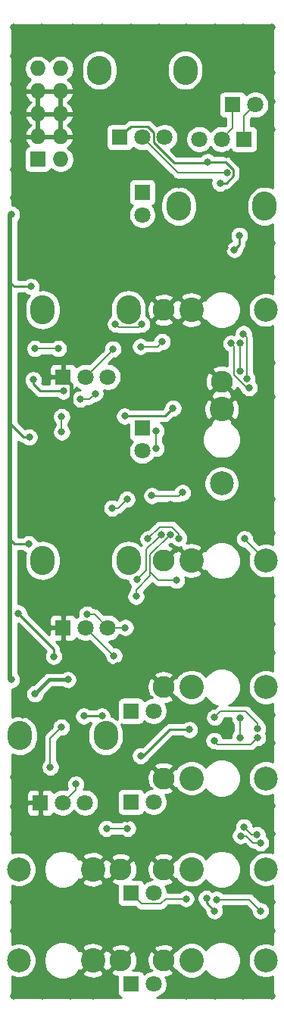
<source format=gbr>
G04 #@! TF.GenerationSoftware,KiCad,Pcbnew,(5.1.5)-3*
G04 #@! TF.CreationDate,2020-10-15T00:24:03-07:00*
G04 #@! TF.ProjectId,vcf-20,7663662d-3230-42e6-9b69-6361645f7063,rev?*
G04 #@! TF.SameCoordinates,Original*
G04 #@! TF.FileFunction,Copper,L1,Top*
G04 #@! TF.FilePolarity,Positive*
%FSLAX46Y46*%
G04 Gerber Fmt 4.6, Leading zero omitted, Abs format (unit mm)*
G04 Created by KiCad (PCBNEW (5.1.5)-3) date 2020-10-15 00:24:03*
%MOMM*%
%LPD*%
G04 APERTURE LIST*
%ADD10C,2.670000*%
%ADD11C,2.730000*%
%ADD12C,2.445000*%
%ADD13O,2.720000X3.240000*%
%ADD14C,1.800000*%
%ADD15R,1.800000X1.800000*%
%ADD16O,1.727200X1.727200*%
%ADD17R,1.727200X1.727200*%
%ADD18C,0.800000*%
%ADD19C,0.381000*%
%ADD20C,0.508000*%
%ADD21C,0.254000*%
%ADD22C,0.250000*%
%ADD23C,0.203200*%
G04 APERTURE END LIST*
D10*
X24120000Y-61770000D03*
D11*
X24120000Y-53470000D03*
D12*
X24120000Y-50370000D03*
D13*
X4090000Y-42360000D03*
X13690000Y-42360000D03*
D14*
X11390000Y-49860000D03*
X8890000Y-49860000D03*
D15*
X6390000Y-49860000D03*
D10*
X29040000Y-42360000D03*
D11*
X20740000Y-42360000D03*
D12*
X17640000Y-42360000D03*
D13*
X1550000Y-89960000D03*
X11150000Y-89960000D03*
D14*
X8850000Y-97460000D03*
X6350000Y-97460000D03*
D15*
X3850000Y-97460000D03*
D14*
X16510000Y-107549000D03*
D15*
X13970000Y-107549000D03*
D10*
X29040000Y-115080000D03*
D11*
X20740000Y-115080000D03*
D12*
X17640000Y-115080000D03*
D13*
X4090000Y-70390400D03*
X13690000Y-70390400D03*
D14*
X11390000Y-77890400D03*
X8890000Y-77890400D03*
D15*
X6390000Y-77890400D03*
D10*
X1430000Y-104900000D03*
D11*
X9730000Y-104900000D03*
D12*
X12830000Y-104900000D03*
D14*
X15240000Y-58115200D03*
D15*
X15240000Y-55575200D03*
D14*
X16510000Y-117729000D03*
D15*
X13970000Y-117729000D03*
D14*
X16510000Y-97369000D03*
D15*
X13970000Y-97369000D03*
D14*
X16510000Y-87189000D03*
D15*
X13970000Y-87189000D03*
D14*
X27876500Y-19431000D03*
D15*
X25336500Y-19431000D03*
D14*
X15240000Y-31750000D03*
D15*
X15240000Y-29210000D03*
D13*
X28920000Y-30780000D03*
X19320000Y-30780000D03*
D14*
X21620000Y-23280000D03*
X24120000Y-23280000D03*
D15*
X26620000Y-23280000D03*
D13*
X10440000Y-15559800D03*
X20040000Y-15559800D03*
D14*
X17740000Y-23059800D03*
X15240000Y-23059800D03*
D15*
X12740000Y-23059800D03*
D10*
X29040000Y-70390000D03*
D11*
X20740000Y-70390000D03*
D12*
X17640000Y-70390000D03*
D10*
X29040000Y-104900000D03*
D11*
X20740000Y-104900000D03*
D12*
X17640000Y-104900000D03*
D10*
X29040000Y-94720000D03*
D11*
X20740000Y-94720000D03*
D12*
X17640000Y-94720000D03*
D10*
X1430000Y-115080000D03*
D11*
X9730000Y-115080000D03*
D12*
X12830000Y-115080000D03*
D10*
X29040000Y-84540000D03*
D11*
X20740000Y-84540000D03*
D12*
X17640000Y-84540000D03*
D16*
X6096000Y-15367000D03*
X3556000Y-15367000D03*
X6096000Y-17907000D03*
X3556000Y-17907000D03*
X6096000Y-20447000D03*
X3556000Y-20447000D03*
X6096000Y-22987000D03*
X3556000Y-22987000D03*
X6096000Y-25527000D03*
D17*
X3556000Y-25527000D03*
D18*
X889000Y-10795000D03*
X889000Y-13970000D03*
X889000Y-17145000D03*
X889000Y-20320000D03*
X889000Y-23495000D03*
X889000Y-26670000D03*
X889000Y-29845000D03*
X2603500Y-82296000D03*
X4762500Y-82677000D03*
X1841500Y-87630000D03*
X5334000Y-36131500D03*
X8191500Y-69723000D03*
X4254500Y-64389000D03*
X18161000Y-35433000D03*
X13360400Y-26568400D03*
X13360400Y-31648400D03*
X17576800Y-73710800D03*
X22250400Y-71780400D03*
X21437600Y-76555600D03*
X12496800Y-82143600D03*
X8445500Y-81026000D03*
X2590800Y-74676000D03*
X5943600Y-72440800D03*
X25654000Y-59690000D03*
X23876000Y-80873600D03*
X29718000Y-67310000D03*
X29718000Y-63500000D03*
X29718000Y-52070000D03*
X26352500Y-65722500D03*
X889000Y-108585000D03*
X889000Y-111760000D03*
X29718000Y-48260000D03*
X21209000Y-78613000D03*
X18415000Y-62166500D03*
X18415000Y-64135000D03*
X22034500Y-63754000D03*
X8128000Y-57023000D03*
X2540000Y-61150500D03*
X2286000Y-52578000D03*
X13017500Y-57848500D03*
X2794000Y-45085000D03*
X29718000Y-38735000D03*
X29718000Y-34925000D03*
X24447500Y-35433000D03*
X8572500Y-36131500D03*
X8572500Y-29146500D03*
X3048000Y-32385000D03*
X10858500Y-43307000D03*
X11747500Y-72072500D03*
X17780000Y-28511500D03*
X19304000Y-28384500D03*
X29718000Y-15875000D03*
X26543000Y-15875000D03*
X20193000Y-10795000D03*
X26543000Y-10795000D03*
X29718000Y-10795000D03*
X18161000Y-17907000D03*
X18161000Y-20320000D03*
X24638000Y-25019000D03*
X22987000Y-33655000D03*
X17780000Y-51879500D03*
X2857500Y-48196500D03*
X12446000Y-94297500D03*
X13716000Y-91757500D03*
X10795000Y-85979000D03*
X14414500Y-94297500D03*
X6858000Y-85026500D03*
X9842500Y-94297500D03*
X8064500Y-91757500D03*
X11049000Y-98742500D03*
X13589000Y-99250500D03*
X15113000Y-101981000D03*
X29718000Y-97790000D03*
X29718000Y-100965000D03*
X16002000Y-110680500D03*
X22479000Y-102044500D03*
X29718000Y-80708500D03*
X29718000Y-74358500D03*
X16192500Y-89725500D03*
X16446500Y-81343500D03*
X16446500Y-81343500D03*
X889000Y-100965000D03*
X889000Y-97853500D03*
X889000Y-94615000D03*
X29718000Y-77470000D03*
X29718000Y-119062500D03*
X29718000Y-90805000D03*
X29718000Y-87630000D03*
X23368000Y-10795000D03*
X625034Y-31686500D03*
X625000Y-83693000D03*
X2794000Y-39751000D03*
X2540000Y-68516500D03*
X2603500Y-56578500D03*
X22542506Y-25808490D03*
X23939500Y-28194000D03*
X26095400Y-34036000D03*
X25527000Y-35623500D03*
X3238500Y-85280500D03*
X10731495Y-87757000D03*
X8699496Y-87757000D03*
X6921500Y-83693000D03*
X5339000Y-81084500D03*
X1397000Y-76263500D03*
X3048000Y-50165000D03*
X6413500Y-51435000D03*
X22542500Y-20320000D03*
X29718000Y-19050000D03*
X29718000Y-22225000D03*
X26543000Y-119062500D03*
X23368000Y-119062500D03*
X20193000Y-119062500D03*
X889000Y-119062500D03*
X4064000Y-119062500D03*
X7239000Y-119062500D03*
X9779000Y-119062500D03*
X4000500Y-10795000D03*
X7429500Y-10795000D03*
X29718000Y-108585000D03*
X29718000Y-111760000D03*
X17145000Y-10795000D03*
X13970000Y-10795000D03*
X10795000Y-10795000D03*
X27403210Y-28743306D03*
X21272500Y-110998000D03*
X21272500Y-107315000D03*
X10350500Y-108966000D03*
X14351000Y-53149500D03*
X21145506Y-46355000D03*
X18669000Y-53340000D03*
X15049500Y-92202000D03*
X20510500Y-89281000D03*
X23304500Y-109537500D03*
X22415488Y-108140500D03*
X13271506Y-54229000D03*
X20129500Y-108185900D03*
X19050000Y-72593200D03*
X14543913Y-74383575D03*
X18415000Y-67500500D03*
X23274500Y-90517500D03*
X28130498Y-90170000D03*
X26924000Y-50038000D03*
X9060156Y-76400080D03*
X13336599Y-77876400D03*
X6223000Y-56007000D03*
X6223000Y-54292500D03*
X4953000Y-93472000D03*
X13525500Y-63525730D03*
X11874500Y-64516000D03*
X16764000Y-57848500D03*
X16764000Y-55880000D03*
X12068002Y-81026000D03*
X15188574Y-43951789D03*
X12248707Y-43948260D03*
X25161999Y-46101001D03*
X19340848Y-67878400D03*
X27181100Y-51054000D03*
X15875000Y-67945000D03*
X7810500Y-95377000D03*
X24698390Y-27051000D03*
X26543000Y-45021500D03*
X23334500Y-87917500D03*
X26177691Y-87963191D03*
X26162000Y-90170000D03*
X5842000Y-46672500D03*
X3254469Y-46672500D03*
X6177220Y-89018321D03*
X11239500Y-100330000D03*
X13589000Y-100330000D03*
X23555890Y-108265193D03*
X19737951Y-62790951D03*
X26162000Y-46101000D03*
X26162000Y-49174400D03*
X14672481Y-72524091D03*
X16306800Y-63119000D03*
X26670000Y-67944996D03*
X28130500Y-89154000D03*
X9969500Y-51707998D03*
X8318500Y-52324000D03*
X28447996Y-109537500D03*
X17462500Y-45910500D03*
X15049500Y-46464270D03*
X11938000Y-46736000D03*
X17335512Y-67500500D03*
X26225500Y-101155500D03*
X28460926Y-101947656D03*
X26600288Y-100155487D03*
X28067000Y-101028500D03*
D19*
X7302500Y-50772500D02*
X6390000Y-49860000D01*
X7302500Y-52641500D02*
X7302500Y-50772500D01*
D20*
X625034Y-31696466D02*
X479010Y-31842490D01*
X625034Y-31686500D02*
X625034Y-31696466D01*
X479010Y-83547010D02*
X625000Y-83693000D01*
X479010Y-39271990D02*
X479010Y-41049990D01*
X479010Y-31842490D02*
X479010Y-39271990D01*
D21*
X952500Y-39751000D02*
X2794000Y-39751000D01*
D22*
X479010Y-39271990D02*
X479010Y-39277510D01*
D21*
X479010Y-39277510D02*
X952500Y-39751000D01*
D20*
X479010Y-41049990D02*
X479010Y-55089010D01*
X479010Y-67656490D02*
X479010Y-83547010D01*
X479010Y-55089010D02*
X479010Y-67656490D01*
D21*
X952500Y-68516500D02*
X2540000Y-68516500D01*
X479010Y-67656490D02*
X479010Y-68043010D01*
X479010Y-68043010D02*
X952500Y-68516500D01*
X2037815Y-56578500D02*
X2603500Y-56578500D01*
X479010Y-55089010D02*
X1968500Y-56578500D01*
X1968500Y-56578500D02*
X2037815Y-56578500D01*
X13765300Y-22034500D02*
X12740000Y-23059800D01*
X13779500Y-22034500D02*
X13765300Y-22034500D01*
X13981201Y-21832799D02*
X13779500Y-22034500D01*
X15828961Y-21832799D02*
X13981201Y-21832799D01*
X22442996Y-25908000D02*
X18772238Y-25908000D01*
X22542506Y-25808490D02*
X22442996Y-25908000D01*
X18772238Y-25908000D02*
X16510000Y-23645762D01*
X16510000Y-23645762D02*
X16510000Y-22513838D01*
X16510000Y-22513838D02*
X15828961Y-21832799D01*
X24531842Y-25808490D02*
X25425391Y-26702039D01*
X22542506Y-25808490D02*
X24531842Y-25808490D01*
X24631352Y-28194000D02*
X23939500Y-28194000D01*
X25425391Y-26702039D02*
X25425391Y-27399961D01*
X25425391Y-27399961D02*
X24631352Y-28194000D01*
X26095400Y-34036000D02*
X26095400Y-35055100D01*
X26095400Y-35055100D02*
X25527000Y-35623500D01*
D19*
X4826000Y-83693000D02*
X6921500Y-83693000D01*
X3238500Y-85280500D02*
X4826000Y-83693000D01*
D21*
X10731495Y-87757000D02*
X8699496Y-87757000D01*
X1397000Y-76327000D02*
X1397000Y-76263500D01*
X5339000Y-81084500D02*
X5339000Y-80269000D01*
X5339000Y-80269000D02*
X1397000Y-76327000D01*
X3810000Y-51435000D02*
X6413500Y-51435000D01*
X3048000Y-50165000D02*
X3048000Y-50673000D01*
X3048000Y-50673000D02*
X3810000Y-51435000D01*
X22415488Y-108648488D02*
X22415488Y-108140500D01*
X23304500Y-109537500D02*
X22415488Y-108648488D01*
X18288000Y-89281000D02*
X20510500Y-89281000D01*
X15049500Y-92202000D02*
X15367000Y-92202000D01*
X15367000Y-92202000D02*
X18288000Y-89281000D01*
X18669000Y-53340000D02*
X17780000Y-54229000D01*
X17780000Y-54229000D02*
X13271506Y-54229000D01*
D23*
X15151601Y-108750601D02*
X17296899Y-108750601D01*
X17861600Y-108185900D02*
X20129500Y-108185900D01*
X17296899Y-108750601D02*
X17861600Y-108185900D01*
X13970000Y-107549000D02*
X13970000Y-107569000D01*
X13970000Y-107569000D02*
X15151601Y-108750601D01*
X16115899Y-71666501D02*
X17042598Y-72593200D01*
X17042598Y-72593200D02*
X19050000Y-72593200D01*
X16115899Y-72072901D02*
X14543913Y-73644887D01*
X14543913Y-73644887D02*
X14543913Y-74383575D01*
X16115899Y-71666501D02*
X16115899Y-72072901D01*
X16115899Y-71666501D02*
X16115899Y-69736099D01*
X18351498Y-67500500D02*
X18415000Y-67500500D01*
X16115899Y-69736099D02*
X18351498Y-67500500D01*
X23274500Y-90517500D02*
X23674499Y-90917499D01*
X27382999Y-90917499D02*
X27730499Y-90569999D01*
X27730499Y-90569999D02*
X28130498Y-90170000D01*
X23674499Y-90917499D02*
X27382999Y-90917499D01*
X11390000Y-77890400D02*
X9899680Y-76400080D01*
X9899680Y-76400080D02*
X9060156Y-76400080D01*
X11390000Y-77890400D02*
X13322599Y-77890400D01*
X13322599Y-77890400D02*
X13336599Y-77876400D01*
X6223000Y-56007000D02*
X6223000Y-54292500D01*
X12535230Y-64516000D02*
X11874500Y-64516000D01*
X13525500Y-63525730D02*
X12535230Y-64516000D01*
X16764000Y-57848500D02*
X16764000Y-55880000D01*
X8932402Y-77890400D02*
X8890000Y-77890400D01*
X12068002Y-81026000D02*
X8932402Y-77890400D01*
X14817363Y-44323000D02*
X15188574Y-43951789D01*
X12248707Y-43948260D02*
X12623447Y-44323000D01*
X12623447Y-44323000D02*
X14817363Y-44323000D01*
X25336500Y-22063500D02*
X24120000Y-23280000D01*
X25336500Y-19431000D02*
X25336500Y-22063500D01*
X25161999Y-46116999D02*
X25161999Y-46101001D01*
X27181100Y-51054000D02*
X26901630Y-51054000D01*
X25460399Y-46415399D02*
X25161999Y-46116999D01*
X25460399Y-49612769D02*
X25460399Y-46415399D01*
X26901630Y-51054000D02*
X25460399Y-49612769D01*
X17208500Y-66611500D02*
X15875000Y-67945000D01*
X18564370Y-66611500D02*
X17208500Y-66611500D01*
X19340848Y-67878400D02*
X19340848Y-67387978D01*
X19340848Y-67387978D02*
X18564370Y-66611500D01*
X7810500Y-95999500D02*
X7810500Y-95377000D01*
X6350000Y-97460000D02*
X7810500Y-95999500D01*
X19231200Y-27051000D02*
X24698390Y-27051000D01*
X15240000Y-23059800D02*
X19231200Y-27051000D01*
X26924000Y-50038000D02*
X26924000Y-45402500D01*
X26924000Y-45402500D02*
X26543000Y-45021500D01*
X26177691Y-90154309D02*
X26162000Y-90170000D01*
X26177691Y-87963191D02*
X26177691Y-90154309D01*
X5842000Y-46672500D02*
X3254469Y-46672500D01*
X4953000Y-90242541D02*
X6177220Y-89018321D01*
X4953000Y-93472000D02*
X4953000Y-90242541D01*
X11239500Y-100330000D02*
X13589000Y-100330000D01*
X26620000Y-20687500D02*
X27876500Y-19431000D01*
X26620000Y-23280000D02*
X26620000Y-20687500D01*
X26162000Y-46101000D02*
X26162000Y-49174400D01*
X19737951Y-62790951D02*
X19337952Y-63190950D01*
X19337952Y-63190950D02*
X16378750Y-63190950D01*
X16378750Y-63190950D02*
X16306800Y-63119000D01*
X29040000Y-70390000D02*
X26670000Y-68020000D01*
X26670000Y-68020000D02*
X26670000Y-67944996D01*
X23990410Y-87261590D02*
X26803775Y-87261590D01*
X28130500Y-88588315D02*
X28130500Y-89154000D01*
X26803775Y-87261590D02*
X28130500Y-88588315D01*
X23334500Y-87917500D02*
X23990410Y-87261590D01*
X9353498Y-52324000D02*
X8318500Y-52324000D01*
X9969500Y-51707998D02*
X9353498Y-52324000D01*
X23555890Y-108265193D02*
X27175689Y-108265193D01*
X27175689Y-108265193D02*
X28447996Y-109537500D01*
X16908730Y-46464270D02*
X15049500Y-46464270D01*
X17462500Y-45910500D02*
X16908730Y-46464270D01*
X11938000Y-46812000D02*
X11938000Y-46736000D01*
X8890000Y-49860000D02*
X11938000Y-46812000D01*
X16935513Y-67900499D02*
X17335512Y-67500500D01*
X14672481Y-72524091D02*
X15697200Y-71499372D01*
X15697200Y-69138812D02*
X16935513Y-67900499D01*
X15697200Y-71499372D02*
X15697200Y-69138812D01*
X27652656Y-101947656D02*
X28460926Y-101947656D01*
X26225500Y-101155500D02*
X26860500Y-101155500D01*
X26860500Y-101155500D02*
X27652656Y-101947656D01*
X26600288Y-100155487D02*
X27473301Y-101028500D01*
X27473301Y-101028500D02*
X28067000Y-101028500D01*
D21*
G36*
X29820000Y-28738955D02*
G01*
X29687146Y-28667943D01*
X29311087Y-28553867D01*
X28920000Y-28515348D01*
X28528912Y-28553867D01*
X28152853Y-28667943D01*
X27806275Y-28853193D01*
X27502497Y-29102497D01*
X27253193Y-29406275D01*
X27067943Y-29752854D01*
X26953867Y-30128913D01*
X26925000Y-30422003D01*
X26925000Y-31137998D01*
X26953867Y-31431088D01*
X27067943Y-31807147D01*
X27253193Y-32153725D01*
X27502498Y-32457503D01*
X27806276Y-32706807D01*
X28152854Y-32892057D01*
X28528913Y-33006133D01*
X28920000Y-33044652D01*
X29311088Y-33006133D01*
X29687147Y-32892057D01*
X29820000Y-32821045D01*
X29820000Y-40550774D01*
X29614628Y-40465706D01*
X29234028Y-40390000D01*
X28845972Y-40390000D01*
X28465372Y-40465706D01*
X28106855Y-40614209D01*
X27784198Y-40829801D01*
X27509801Y-41104198D01*
X27294209Y-41426855D01*
X27145706Y-41785372D01*
X27070000Y-42165972D01*
X27070000Y-42554028D01*
X27145706Y-42934628D01*
X27294209Y-43293145D01*
X27509801Y-43615802D01*
X27784198Y-43890199D01*
X28106855Y-44105791D01*
X28465372Y-44254294D01*
X28845972Y-44330000D01*
X29234028Y-44330000D01*
X29614628Y-44254294D01*
X29820000Y-44169226D01*
X29820001Y-68580774D01*
X29614628Y-68495706D01*
X29234028Y-68420000D01*
X28845972Y-68420000D01*
X28465372Y-68495706D01*
X28268827Y-68577118D01*
X27705000Y-68013291D01*
X27705000Y-67843057D01*
X27665226Y-67643098D01*
X27587205Y-67454740D01*
X27473937Y-67285222D01*
X27329774Y-67141059D01*
X27160256Y-67027791D01*
X26971898Y-66949770D01*
X26771939Y-66909996D01*
X26568061Y-66909996D01*
X26368102Y-66949770D01*
X26179744Y-67027791D01*
X26010226Y-67141059D01*
X25866063Y-67285222D01*
X25752795Y-67454740D01*
X25674774Y-67643098D01*
X25635000Y-67843057D01*
X25635000Y-68046935D01*
X25674774Y-68246894D01*
X25752795Y-68435252D01*
X25866063Y-68604770D01*
X26010226Y-68748933D01*
X26179744Y-68862201D01*
X26368102Y-68940222D01*
X26568061Y-68979996D01*
X26588287Y-68979996D01*
X27227118Y-69618827D01*
X27145706Y-69815372D01*
X27070000Y-70195972D01*
X27070000Y-70584028D01*
X27145706Y-70964628D01*
X27294209Y-71323145D01*
X27509801Y-71645802D01*
X27784198Y-71920199D01*
X28106855Y-72135791D01*
X28465372Y-72284294D01*
X28845972Y-72360000D01*
X29234028Y-72360000D01*
X29614628Y-72284294D01*
X29820001Y-72199226D01*
X29820001Y-82730774D01*
X29614628Y-82645706D01*
X29234028Y-82570000D01*
X28845972Y-82570000D01*
X28465372Y-82645706D01*
X28106855Y-82794209D01*
X27784198Y-83009801D01*
X27509801Y-83284198D01*
X27294209Y-83606855D01*
X27145706Y-83965372D01*
X27070000Y-84345972D01*
X27070000Y-84734028D01*
X27145706Y-85114628D01*
X27294209Y-85473145D01*
X27509801Y-85795802D01*
X27784198Y-86070199D01*
X28106855Y-86285791D01*
X28465372Y-86434294D01*
X28845972Y-86510000D01*
X29234028Y-86510000D01*
X29614628Y-86434294D01*
X29820001Y-86349226D01*
X29820001Y-92910774D01*
X29614628Y-92825706D01*
X29234028Y-92750000D01*
X28845972Y-92750000D01*
X28465372Y-92825706D01*
X28106855Y-92974209D01*
X27784198Y-93189801D01*
X27509801Y-93464198D01*
X27294209Y-93786855D01*
X27145706Y-94145372D01*
X27070000Y-94525972D01*
X27070000Y-94914028D01*
X27145706Y-95294628D01*
X27294209Y-95653145D01*
X27509801Y-95975802D01*
X27784198Y-96250199D01*
X28106855Y-96465791D01*
X28465372Y-96614294D01*
X28845972Y-96690000D01*
X29234028Y-96690000D01*
X29614628Y-96614294D01*
X29820001Y-96529226D01*
X29820001Y-103090774D01*
X29614628Y-103005706D01*
X29234028Y-102930000D01*
X28845972Y-102930000D01*
X28465372Y-103005706D01*
X28106855Y-103154209D01*
X27784198Y-103369801D01*
X27509801Y-103644198D01*
X27294209Y-103966855D01*
X27145706Y-104325372D01*
X27070000Y-104705972D01*
X27070000Y-105094028D01*
X27145706Y-105474628D01*
X27294209Y-105833145D01*
X27509801Y-106155802D01*
X27784198Y-106430199D01*
X28106855Y-106645791D01*
X28465372Y-106794294D01*
X28845972Y-106870000D01*
X29234028Y-106870000D01*
X29614628Y-106794294D01*
X29820001Y-106709226D01*
X29820001Y-113270774D01*
X29614628Y-113185706D01*
X29234028Y-113110000D01*
X28845972Y-113110000D01*
X28465372Y-113185706D01*
X28106855Y-113334209D01*
X27784198Y-113549801D01*
X27509801Y-113824198D01*
X27294209Y-114146855D01*
X27145706Y-114505372D01*
X27070000Y-114885972D01*
X27070000Y-115274028D01*
X27145706Y-115654628D01*
X27294209Y-116013145D01*
X27509801Y-116335802D01*
X27784198Y-116610199D01*
X28106855Y-116825791D01*
X28465372Y-116974294D01*
X28845972Y-117050000D01*
X29234028Y-117050000D01*
X29614628Y-116974294D01*
X29820001Y-116889226D01*
X29820001Y-119225000D01*
X16857251Y-119225000D01*
X16957743Y-119205011D01*
X17237095Y-119089299D01*
X17488505Y-118921312D01*
X17702312Y-118707505D01*
X17870299Y-118456095D01*
X17986011Y-118176743D01*
X18045000Y-117880184D01*
X18045000Y-117577816D01*
X17986011Y-117281257D01*
X17870299Y-117001905D01*
X17821829Y-116929365D01*
X18056744Y-116899369D01*
X18403677Y-116783108D01*
X18631806Y-116661170D01*
X18754407Y-116374012D01*
X17640000Y-115259605D01*
X17625858Y-115273748D01*
X17446253Y-115094143D01*
X17460395Y-115080000D01*
X17819605Y-115080000D01*
X18934012Y-116194407D01*
X19047008Y-116146164D01*
X19186499Y-116354926D01*
X19465074Y-116633501D01*
X19792645Y-116852377D01*
X20156622Y-117003141D01*
X20543017Y-117080000D01*
X20936983Y-117080000D01*
X21323378Y-117003141D01*
X21687355Y-116852377D01*
X22014926Y-116633501D01*
X22293501Y-116354926D01*
X22348818Y-116272138D01*
X22461637Y-116440983D01*
X22759017Y-116738363D01*
X23108698Y-116972012D01*
X23497244Y-117132953D01*
X23909721Y-117215000D01*
X24330279Y-117215000D01*
X24742756Y-117132953D01*
X25131302Y-116972012D01*
X25480983Y-116738363D01*
X25778363Y-116440983D01*
X26012012Y-116091302D01*
X26172953Y-115702756D01*
X26255000Y-115290279D01*
X26255000Y-114869721D01*
X26172953Y-114457244D01*
X26012012Y-114068698D01*
X25778363Y-113719017D01*
X25480983Y-113421637D01*
X25131302Y-113187988D01*
X24742756Y-113027047D01*
X24330279Y-112945000D01*
X23909721Y-112945000D01*
X23497244Y-113027047D01*
X23108698Y-113187988D01*
X22759017Y-113421637D01*
X22461637Y-113719017D01*
X22348818Y-113887862D01*
X22293501Y-113805074D01*
X22014926Y-113526499D01*
X21687355Y-113307623D01*
X21323378Y-113156859D01*
X20936983Y-113080000D01*
X20543017Y-113080000D01*
X20156622Y-113156859D01*
X19792645Y-113307623D01*
X19465074Y-113526499D01*
X19186499Y-113805074D01*
X19047008Y-114013836D01*
X18934012Y-113965593D01*
X17819605Y-115080000D01*
X17460395Y-115080000D01*
X16345988Y-113965593D01*
X16058830Y-114088194D01*
X15895720Y-114415722D01*
X15799641Y-114768778D01*
X15774287Y-115133795D01*
X15820631Y-115496744D01*
X15936892Y-115843677D01*
X16058830Y-116071806D01*
X16345986Y-116194406D01*
X16343307Y-116197085D01*
X16062257Y-116252989D01*
X15782905Y-116368701D01*
X15531495Y-116536688D01*
X15465056Y-116603127D01*
X15459502Y-116584820D01*
X15400537Y-116474506D01*
X15321185Y-116377815D01*
X15224494Y-116298463D01*
X15114180Y-116239498D01*
X14994482Y-116203188D01*
X14870000Y-116190928D01*
X14132161Y-116190928D01*
X14411170Y-116071806D01*
X14574280Y-115744278D01*
X14670359Y-115391222D01*
X14695713Y-115026205D01*
X14649369Y-114663256D01*
X14533108Y-114316323D01*
X14411170Y-114088194D01*
X14124012Y-113965593D01*
X13009605Y-115080000D01*
X13023748Y-115094143D01*
X12844143Y-115273748D01*
X12830000Y-115259605D01*
X11715593Y-116374012D01*
X11838194Y-116661170D01*
X12165722Y-116824280D01*
X12431928Y-116896724D01*
X12431928Y-118629000D01*
X12444188Y-118753482D01*
X12480498Y-118873180D01*
X12539463Y-118983494D01*
X12618815Y-119080185D01*
X12715506Y-119159537D01*
X12825820Y-119218502D01*
X12847241Y-119225000D01*
X660000Y-119225000D01*
X660000Y-116893368D01*
X855372Y-116974294D01*
X1235972Y-117050000D01*
X1624028Y-117050000D01*
X2004628Y-116974294D01*
X2363145Y-116825791D01*
X2685802Y-116610199D01*
X2960199Y-116335802D01*
X3175791Y-116013145D01*
X3324294Y-115654628D01*
X3400000Y-115274028D01*
X3400000Y-114885972D01*
X3396768Y-114869721D01*
X4215000Y-114869721D01*
X4215000Y-115290279D01*
X4297047Y-115702756D01*
X4457988Y-116091302D01*
X4691637Y-116440983D01*
X4989017Y-116738363D01*
X5338698Y-116972012D01*
X5727244Y-117132953D01*
X6139721Y-117215000D01*
X6560279Y-117215000D01*
X6972756Y-117132953D01*
X7361302Y-116972012D01*
X7710983Y-116738363D01*
X7973825Y-116475521D01*
X8514084Y-116475521D01*
X8653848Y-116777262D01*
X9005645Y-116954597D01*
X9385279Y-117059891D01*
X9778160Y-117089100D01*
X10169190Y-117041101D01*
X10543343Y-116917737D01*
X10806152Y-116777262D01*
X10945916Y-116475521D01*
X9730000Y-115259605D01*
X8514084Y-116475521D01*
X7973825Y-116475521D01*
X8008363Y-116440983D01*
X8159461Y-116214849D01*
X8334479Y-116295916D01*
X9550395Y-115080000D01*
X9909605Y-115080000D01*
X11125521Y-116295916D01*
X11427262Y-116156152D01*
X11430649Y-116149433D01*
X11535988Y-116194407D01*
X12650395Y-115080000D01*
X11535988Y-113965593D01*
X11430815Y-114010496D01*
X11427262Y-114003848D01*
X11125521Y-113864084D01*
X9909605Y-115080000D01*
X9550395Y-115080000D01*
X8334479Y-113864084D01*
X8159461Y-113945151D01*
X8008363Y-113719017D01*
X7973825Y-113684479D01*
X8514084Y-113684479D01*
X9730000Y-114900395D01*
X10844407Y-113785988D01*
X11715593Y-113785988D01*
X12830000Y-114900395D01*
X13944407Y-113785988D01*
X16525593Y-113785988D01*
X17640000Y-114900395D01*
X18754407Y-113785988D01*
X18631806Y-113498830D01*
X18304278Y-113335720D01*
X17951222Y-113239641D01*
X17586205Y-113214287D01*
X17223256Y-113260631D01*
X16876323Y-113376892D01*
X16648194Y-113498830D01*
X16525593Y-113785988D01*
X13944407Y-113785988D01*
X13821806Y-113498830D01*
X13494278Y-113335720D01*
X13141222Y-113239641D01*
X12776205Y-113214287D01*
X12413256Y-113260631D01*
X12066323Y-113376892D01*
X11838194Y-113498830D01*
X11715593Y-113785988D01*
X10844407Y-113785988D01*
X10945916Y-113684479D01*
X10806152Y-113382738D01*
X10454355Y-113205403D01*
X10074721Y-113100109D01*
X9681840Y-113070900D01*
X9290810Y-113118899D01*
X8916657Y-113242263D01*
X8653848Y-113382738D01*
X8514084Y-113684479D01*
X7973825Y-113684479D01*
X7710983Y-113421637D01*
X7361302Y-113187988D01*
X6972756Y-113027047D01*
X6560279Y-112945000D01*
X6139721Y-112945000D01*
X5727244Y-113027047D01*
X5338698Y-113187988D01*
X4989017Y-113421637D01*
X4691637Y-113719017D01*
X4457988Y-114068698D01*
X4297047Y-114457244D01*
X4215000Y-114869721D01*
X3396768Y-114869721D01*
X3324294Y-114505372D01*
X3175791Y-114146855D01*
X2960199Y-113824198D01*
X2685802Y-113549801D01*
X2363145Y-113334209D01*
X2004628Y-113185706D01*
X1624028Y-113110000D01*
X1235972Y-113110000D01*
X855372Y-113185706D01*
X660000Y-113266632D01*
X660000Y-106713368D01*
X855372Y-106794294D01*
X1235972Y-106870000D01*
X1624028Y-106870000D01*
X2004628Y-106794294D01*
X2363145Y-106645791D01*
X2685802Y-106430199D01*
X2960199Y-106155802D01*
X3175791Y-105833145D01*
X3324294Y-105474628D01*
X3400000Y-105094028D01*
X3400000Y-104705972D01*
X3396768Y-104689721D01*
X4215000Y-104689721D01*
X4215000Y-105110279D01*
X4297047Y-105522756D01*
X4457988Y-105911302D01*
X4691637Y-106260983D01*
X4989017Y-106558363D01*
X5338698Y-106792012D01*
X5727244Y-106952953D01*
X6139721Y-107035000D01*
X6560279Y-107035000D01*
X6972756Y-106952953D01*
X7361302Y-106792012D01*
X7710983Y-106558363D01*
X7973825Y-106295521D01*
X8514084Y-106295521D01*
X8653848Y-106597262D01*
X9005645Y-106774597D01*
X9385279Y-106879891D01*
X9778160Y-106909100D01*
X10169190Y-106861101D01*
X10543343Y-106737737D01*
X10806152Y-106597262D01*
X10945916Y-106295521D01*
X10844407Y-106194012D01*
X11715593Y-106194012D01*
X11838194Y-106481170D01*
X12165722Y-106644280D01*
X12431928Y-106716724D01*
X12431928Y-108449000D01*
X12444188Y-108573482D01*
X12480498Y-108693180D01*
X12539463Y-108803494D01*
X12618815Y-108900185D01*
X12715506Y-108979537D01*
X12825820Y-109038502D01*
X12945518Y-109074812D01*
X13070000Y-109087072D01*
X14446362Y-109087072D01*
X14605160Y-109245870D01*
X14628226Y-109273976D01*
X14740388Y-109366025D01*
X14868352Y-109434423D01*
X15007202Y-109476543D01*
X15115415Y-109487201D01*
X15115424Y-109487201D01*
X15151600Y-109490764D01*
X15187776Y-109487201D01*
X17260716Y-109487201D01*
X17296899Y-109490765D01*
X17333082Y-109487201D01*
X17333085Y-109487201D01*
X17441298Y-109476543D01*
X17580148Y-109434423D01*
X17708112Y-109366025D01*
X17820274Y-109273976D01*
X17843344Y-109245865D01*
X18166710Y-108922500D01*
X19402389Y-108922500D01*
X19469726Y-108989837D01*
X19639244Y-109103105D01*
X19827602Y-109181126D01*
X20027561Y-109220900D01*
X20231439Y-109220900D01*
X20431398Y-109181126D01*
X20619756Y-109103105D01*
X20789274Y-108989837D01*
X20933437Y-108845674D01*
X21046705Y-108676156D01*
X21124726Y-108487798D01*
X21164500Y-108287839D01*
X21164500Y-108083961D01*
X21155470Y-108038561D01*
X21380488Y-108038561D01*
X21380488Y-108242439D01*
X21420262Y-108442398D01*
X21498283Y-108630756D01*
X21611551Y-108800274D01*
X21688625Y-108877348D01*
X21708086Y-108941502D01*
X21708087Y-108941503D01*
X21778843Y-109073880D01*
X21818471Y-109122166D01*
X21874066Y-109189910D01*
X21903141Y-109213772D01*
X22269500Y-109580130D01*
X22269500Y-109639439D01*
X22309274Y-109839398D01*
X22387295Y-110027756D01*
X22500563Y-110197274D01*
X22644726Y-110341437D01*
X22814244Y-110454705D01*
X23002602Y-110532726D01*
X23202561Y-110572500D01*
X23406439Y-110572500D01*
X23606398Y-110532726D01*
X23794756Y-110454705D01*
X23964274Y-110341437D01*
X24108437Y-110197274D01*
X24221705Y-110027756D01*
X24299726Y-109839398D01*
X24339500Y-109639439D01*
X24339500Y-109435561D01*
X24299726Y-109235602D01*
X24226346Y-109058448D01*
X24283001Y-109001793D01*
X26870580Y-109001793D01*
X27412996Y-109544210D01*
X27412996Y-109639439D01*
X27452770Y-109839398D01*
X27530791Y-110027756D01*
X27644059Y-110197274D01*
X27788222Y-110341437D01*
X27957740Y-110454705D01*
X28146098Y-110532726D01*
X28346057Y-110572500D01*
X28549935Y-110572500D01*
X28749894Y-110532726D01*
X28938252Y-110454705D01*
X29107770Y-110341437D01*
X29251933Y-110197274D01*
X29365201Y-110027756D01*
X29443222Y-109839398D01*
X29482996Y-109639439D01*
X29482996Y-109435561D01*
X29443222Y-109235602D01*
X29365201Y-109047244D01*
X29251933Y-108877726D01*
X29107770Y-108733563D01*
X28938252Y-108620295D01*
X28749894Y-108542274D01*
X28549935Y-108502500D01*
X28454706Y-108502500D01*
X27722134Y-107769929D01*
X27699064Y-107741818D01*
X27586902Y-107649769D01*
X27458938Y-107581371D01*
X27320088Y-107539251D01*
X27211875Y-107528593D01*
X27211872Y-107528593D01*
X27175689Y-107525029D01*
X27139506Y-107528593D01*
X24283001Y-107528593D01*
X24215664Y-107461256D01*
X24046146Y-107347988D01*
X23857788Y-107269967D01*
X23657829Y-107230193D01*
X23453951Y-107230193D01*
X23253992Y-107269967D01*
X23080521Y-107341822D01*
X23075262Y-107336563D01*
X22905744Y-107223295D01*
X22717386Y-107145274D01*
X22517427Y-107105500D01*
X22313549Y-107105500D01*
X22113590Y-107145274D01*
X21925232Y-107223295D01*
X21755714Y-107336563D01*
X21611551Y-107480726D01*
X21498283Y-107650244D01*
X21420262Y-107838602D01*
X21380488Y-108038561D01*
X21155470Y-108038561D01*
X21124726Y-107884002D01*
X21046705Y-107695644D01*
X20933437Y-107526126D01*
X20789274Y-107381963D01*
X20619756Y-107268695D01*
X20431398Y-107190674D01*
X20231439Y-107150900D01*
X20027561Y-107150900D01*
X19827602Y-107190674D01*
X19639244Y-107268695D01*
X19469726Y-107381963D01*
X19402389Y-107449300D01*
X18045000Y-107449300D01*
X18045000Y-107397816D01*
X17986011Y-107101257D01*
X17870299Y-106821905D01*
X17821829Y-106749365D01*
X18056744Y-106719369D01*
X18403677Y-106603108D01*
X18631806Y-106481170D01*
X18754407Y-106194012D01*
X17640000Y-105079605D01*
X17625858Y-105093748D01*
X17446253Y-104914143D01*
X17460395Y-104900000D01*
X17819605Y-104900000D01*
X18934012Y-106014407D01*
X19047008Y-105966164D01*
X19186499Y-106174926D01*
X19465074Y-106453501D01*
X19792645Y-106672377D01*
X20156622Y-106823141D01*
X20543017Y-106900000D01*
X20936983Y-106900000D01*
X21323378Y-106823141D01*
X21687355Y-106672377D01*
X22014926Y-106453501D01*
X22293501Y-106174926D01*
X22348818Y-106092138D01*
X22461637Y-106260983D01*
X22759017Y-106558363D01*
X23108698Y-106792012D01*
X23497244Y-106952953D01*
X23909721Y-107035000D01*
X24330279Y-107035000D01*
X24742756Y-106952953D01*
X25131302Y-106792012D01*
X25480983Y-106558363D01*
X25778363Y-106260983D01*
X26012012Y-105911302D01*
X26172953Y-105522756D01*
X26255000Y-105110279D01*
X26255000Y-104689721D01*
X26172953Y-104277244D01*
X26012012Y-103888698D01*
X25778363Y-103539017D01*
X25480983Y-103241637D01*
X25131302Y-103007988D01*
X24742756Y-102847047D01*
X24330279Y-102765000D01*
X23909721Y-102765000D01*
X23497244Y-102847047D01*
X23108698Y-103007988D01*
X22759017Y-103241637D01*
X22461637Y-103539017D01*
X22348818Y-103707862D01*
X22293501Y-103625074D01*
X22014926Y-103346499D01*
X21687355Y-103127623D01*
X21323378Y-102976859D01*
X20936983Y-102900000D01*
X20543017Y-102900000D01*
X20156622Y-102976859D01*
X19792645Y-103127623D01*
X19465074Y-103346499D01*
X19186499Y-103625074D01*
X19047008Y-103833836D01*
X18934012Y-103785593D01*
X17819605Y-104900000D01*
X17460395Y-104900000D01*
X16345988Y-103785593D01*
X16058830Y-103908194D01*
X15895720Y-104235722D01*
X15799641Y-104588778D01*
X15774287Y-104953795D01*
X15820631Y-105316744D01*
X15936892Y-105663677D01*
X16058830Y-105891806D01*
X16345986Y-106014406D01*
X16343307Y-106017085D01*
X16062257Y-106072989D01*
X15782905Y-106188701D01*
X15531495Y-106356688D01*
X15465056Y-106423127D01*
X15459502Y-106404820D01*
X15400537Y-106294506D01*
X15321185Y-106197815D01*
X15224494Y-106118463D01*
X15114180Y-106059498D01*
X14994482Y-106023188D01*
X14870000Y-106010928D01*
X14132161Y-106010928D01*
X14411170Y-105891806D01*
X14574280Y-105564278D01*
X14670359Y-105211222D01*
X14695713Y-104846205D01*
X14649369Y-104483256D01*
X14533108Y-104136323D01*
X14411170Y-103908194D01*
X14124012Y-103785593D01*
X13009605Y-104900000D01*
X13023748Y-104914143D01*
X12844143Y-105093748D01*
X12830000Y-105079605D01*
X11715593Y-106194012D01*
X10844407Y-106194012D01*
X9730000Y-105079605D01*
X8514084Y-106295521D01*
X7973825Y-106295521D01*
X8008363Y-106260983D01*
X8159461Y-106034849D01*
X8334479Y-106115916D01*
X9550395Y-104900000D01*
X9909605Y-104900000D01*
X11125521Y-106115916D01*
X11427262Y-105976152D01*
X11430649Y-105969433D01*
X11535988Y-106014407D01*
X12650395Y-104900000D01*
X11535988Y-103785593D01*
X11430815Y-103830496D01*
X11427262Y-103823848D01*
X11125521Y-103684084D01*
X9909605Y-104900000D01*
X9550395Y-104900000D01*
X8334479Y-103684084D01*
X8159461Y-103765151D01*
X8008363Y-103539017D01*
X7973825Y-103504479D01*
X8514084Y-103504479D01*
X9730000Y-104720395D01*
X10844407Y-103605988D01*
X11715593Y-103605988D01*
X12830000Y-104720395D01*
X13944407Y-103605988D01*
X16525593Y-103605988D01*
X17640000Y-104720395D01*
X18754407Y-103605988D01*
X18631806Y-103318830D01*
X18304278Y-103155720D01*
X17951222Y-103059641D01*
X17586205Y-103034287D01*
X17223256Y-103080631D01*
X16876323Y-103196892D01*
X16648194Y-103318830D01*
X16525593Y-103605988D01*
X13944407Y-103605988D01*
X13821806Y-103318830D01*
X13494278Y-103155720D01*
X13141222Y-103059641D01*
X12776205Y-103034287D01*
X12413256Y-103080631D01*
X12066323Y-103196892D01*
X11838194Y-103318830D01*
X11715593Y-103605988D01*
X10844407Y-103605988D01*
X10945916Y-103504479D01*
X10806152Y-103202738D01*
X10454355Y-103025403D01*
X10074721Y-102920109D01*
X9681840Y-102890900D01*
X9290810Y-102938899D01*
X8916657Y-103062263D01*
X8653848Y-103202738D01*
X8514084Y-103504479D01*
X7973825Y-103504479D01*
X7710983Y-103241637D01*
X7361302Y-103007988D01*
X6972756Y-102847047D01*
X6560279Y-102765000D01*
X6139721Y-102765000D01*
X5727244Y-102847047D01*
X5338698Y-103007988D01*
X4989017Y-103241637D01*
X4691637Y-103539017D01*
X4457988Y-103888698D01*
X4297047Y-104277244D01*
X4215000Y-104689721D01*
X3396768Y-104689721D01*
X3324294Y-104325372D01*
X3175791Y-103966855D01*
X2960199Y-103644198D01*
X2685802Y-103369801D01*
X2363145Y-103154209D01*
X2004628Y-103005706D01*
X1624028Y-102930000D01*
X1235972Y-102930000D01*
X855372Y-103005706D01*
X660000Y-103086632D01*
X660000Y-100228061D01*
X10204500Y-100228061D01*
X10204500Y-100431939D01*
X10244274Y-100631898D01*
X10322295Y-100820256D01*
X10435563Y-100989774D01*
X10579726Y-101133937D01*
X10749244Y-101247205D01*
X10937602Y-101325226D01*
X11137561Y-101365000D01*
X11341439Y-101365000D01*
X11541398Y-101325226D01*
X11729756Y-101247205D01*
X11899274Y-101133937D01*
X11966611Y-101066600D01*
X12861889Y-101066600D01*
X12929226Y-101133937D01*
X13098744Y-101247205D01*
X13287102Y-101325226D01*
X13487061Y-101365000D01*
X13690939Y-101365000D01*
X13890898Y-101325226D01*
X14079256Y-101247205D01*
X14248774Y-101133937D01*
X14329150Y-101053561D01*
X25190500Y-101053561D01*
X25190500Y-101257439D01*
X25230274Y-101457398D01*
X25308295Y-101645756D01*
X25421563Y-101815274D01*
X25565726Y-101959437D01*
X25735244Y-102072705D01*
X25923602Y-102150726D01*
X26123561Y-102190500D01*
X26327439Y-102190500D01*
X26527398Y-102150726D01*
X26715756Y-102072705D01*
X26727889Y-102064598D01*
X27106215Y-102442925D01*
X27129281Y-102471031D01*
X27241443Y-102563080D01*
X27369407Y-102631478D01*
X27508257Y-102673598D01*
X27652656Y-102687820D01*
X27688842Y-102684256D01*
X27733815Y-102684256D01*
X27801152Y-102751593D01*
X27970670Y-102864861D01*
X28159028Y-102942882D01*
X28358987Y-102982656D01*
X28562865Y-102982656D01*
X28762824Y-102942882D01*
X28951182Y-102864861D01*
X29120700Y-102751593D01*
X29264863Y-102607430D01*
X29378131Y-102437912D01*
X29456152Y-102249554D01*
X29495926Y-102049595D01*
X29495926Y-101845717D01*
X29456152Y-101645758D01*
X29378131Y-101457400D01*
X29264863Y-101287882D01*
X29120700Y-101143719D01*
X29101862Y-101131132D01*
X29102000Y-101130439D01*
X29102000Y-100926561D01*
X29062226Y-100726602D01*
X28984205Y-100538244D01*
X28870937Y-100368726D01*
X28726774Y-100224563D01*
X28557256Y-100111295D01*
X28368898Y-100033274D01*
X28168939Y-99993500D01*
X27965061Y-99993500D01*
X27765102Y-100033274D01*
X27635288Y-100087045D01*
X27635288Y-100053548D01*
X27595514Y-99853589D01*
X27517493Y-99665231D01*
X27404225Y-99495713D01*
X27260062Y-99351550D01*
X27090544Y-99238282D01*
X26902186Y-99160261D01*
X26702227Y-99120487D01*
X26498349Y-99120487D01*
X26298390Y-99160261D01*
X26110032Y-99238282D01*
X25940514Y-99351550D01*
X25796351Y-99495713D01*
X25683083Y-99665231D01*
X25605062Y-99853589D01*
X25565288Y-100053548D01*
X25565288Y-100257426D01*
X25581868Y-100340778D01*
X25565726Y-100351563D01*
X25421563Y-100495726D01*
X25308295Y-100665244D01*
X25230274Y-100853602D01*
X25190500Y-101053561D01*
X14329150Y-101053561D01*
X14392937Y-100989774D01*
X14506205Y-100820256D01*
X14584226Y-100631898D01*
X14624000Y-100431939D01*
X14624000Y-100228061D01*
X14584226Y-100028102D01*
X14506205Y-99839744D01*
X14392937Y-99670226D01*
X14248774Y-99526063D01*
X14079256Y-99412795D01*
X13890898Y-99334774D01*
X13690939Y-99295000D01*
X13487061Y-99295000D01*
X13287102Y-99334774D01*
X13098744Y-99412795D01*
X12929226Y-99526063D01*
X12861889Y-99593400D01*
X11966611Y-99593400D01*
X11899274Y-99526063D01*
X11729756Y-99412795D01*
X11541398Y-99334774D01*
X11341439Y-99295000D01*
X11137561Y-99295000D01*
X10937602Y-99334774D01*
X10749244Y-99412795D01*
X10579726Y-99526063D01*
X10435563Y-99670226D01*
X10322295Y-99839744D01*
X10244274Y-100028102D01*
X10204500Y-100228061D01*
X660000Y-100228061D01*
X660000Y-98360000D01*
X2311928Y-98360000D01*
X2324188Y-98484482D01*
X2360498Y-98604180D01*
X2419463Y-98714494D01*
X2498815Y-98811185D01*
X2595506Y-98890537D01*
X2705820Y-98949502D01*
X2825518Y-98985812D01*
X2950000Y-98998072D01*
X3564250Y-98995000D01*
X3723000Y-98836250D01*
X3723000Y-97587000D01*
X2473750Y-97587000D01*
X2315000Y-97745750D01*
X2311928Y-98360000D01*
X660000Y-98360000D01*
X660000Y-96560000D01*
X2311928Y-96560000D01*
X2315000Y-97174250D01*
X2473750Y-97333000D01*
X3723000Y-97333000D01*
X3723000Y-96083750D01*
X3977000Y-96083750D01*
X3977000Y-97333000D01*
X3997000Y-97333000D01*
X3997000Y-97587000D01*
X3977000Y-97587000D01*
X3977000Y-98836250D01*
X4135750Y-98995000D01*
X4750000Y-98998072D01*
X4874482Y-98985812D01*
X4994180Y-98949502D01*
X5104494Y-98890537D01*
X5201185Y-98811185D01*
X5280537Y-98714494D01*
X5333880Y-98614697D01*
X5371495Y-98652312D01*
X5622905Y-98820299D01*
X5902257Y-98936011D01*
X6198816Y-98995000D01*
X6501184Y-98995000D01*
X6797743Y-98936011D01*
X7077095Y-98820299D01*
X7328505Y-98652312D01*
X7542312Y-98438505D01*
X7600000Y-98352169D01*
X7657688Y-98438505D01*
X7871495Y-98652312D01*
X8122905Y-98820299D01*
X8402257Y-98936011D01*
X8698816Y-98995000D01*
X9001184Y-98995000D01*
X9297743Y-98936011D01*
X9577095Y-98820299D01*
X9828505Y-98652312D01*
X10042312Y-98438505D01*
X10210299Y-98187095D01*
X10326011Y-97907743D01*
X10385000Y-97611184D01*
X10385000Y-97308816D01*
X10326011Y-97012257D01*
X10210299Y-96732905D01*
X10042312Y-96481495D01*
X10029817Y-96469000D01*
X12431928Y-96469000D01*
X12431928Y-98269000D01*
X12444188Y-98393482D01*
X12480498Y-98513180D01*
X12539463Y-98623494D01*
X12618815Y-98720185D01*
X12715506Y-98799537D01*
X12825820Y-98858502D01*
X12945518Y-98894812D01*
X13070000Y-98907072D01*
X14870000Y-98907072D01*
X14994482Y-98894812D01*
X15114180Y-98858502D01*
X15224494Y-98799537D01*
X15321185Y-98720185D01*
X15400537Y-98623494D01*
X15459502Y-98513180D01*
X15465056Y-98494873D01*
X15531495Y-98561312D01*
X15782905Y-98729299D01*
X16062257Y-98845011D01*
X16358816Y-98904000D01*
X16661184Y-98904000D01*
X16957743Y-98845011D01*
X17237095Y-98729299D01*
X17488505Y-98561312D01*
X17702312Y-98347505D01*
X17870299Y-98096095D01*
X17986011Y-97816743D01*
X18045000Y-97520184D01*
X18045000Y-97217816D01*
X17986011Y-96921257D01*
X17870299Y-96641905D01*
X17821829Y-96569365D01*
X18056744Y-96539369D01*
X18403677Y-96423108D01*
X18631806Y-96301170D01*
X18754407Y-96014012D01*
X17640000Y-94899605D01*
X17625858Y-94913748D01*
X17446253Y-94734143D01*
X17460395Y-94720000D01*
X17819605Y-94720000D01*
X18934012Y-95834407D01*
X19047008Y-95786164D01*
X19186499Y-95994926D01*
X19465074Y-96273501D01*
X19792645Y-96492377D01*
X20156622Y-96643141D01*
X20543017Y-96720000D01*
X20936983Y-96720000D01*
X21323378Y-96643141D01*
X21687355Y-96492377D01*
X22014926Y-96273501D01*
X22293501Y-95994926D01*
X22348818Y-95912138D01*
X22461637Y-96080983D01*
X22759017Y-96378363D01*
X23108698Y-96612012D01*
X23497244Y-96772953D01*
X23909721Y-96855000D01*
X24330279Y-96855000D01*
X24742756Y-96772953D01*
X25131302Y-96612012D01*
X25480983Y-96378363D01*
X25778363Y-96080983D01*
X26012012Y-95731302D01*
X26172953Y-95342756D01*
X26255000Y-94930279D01*
X26255000Y-94509721D01*
X26172953Y-94097244D01*
X26012012Y-93708698D01*
X25778363Y-93359017D01*
X25480983Y-93061637D01*
X25131302Y-92827988D01*
X24742756Y-92667047D01*
X24330279Y-92585000D01*
X23909721Y-92585000D01*
X23497244Y-92667047D01*
X23108698Y-92827988D01*
X22759017Y-93061637D01*
X22461637Y-93359017D01*
X22348818Y-93527862D01*
X22293501Y-93445074D01*
X22014926Y-93166499D01*
X21687355Y-92947623D01*
X21323378Y-92796859D01*
X20936983Y-92720000D01*
X20543017Y-92720000D01*
X20156622Y-92796859D01*
X19792645Y-92947623D01*
X19465074Y-93166499D01*
X19186499Y-93445074D01*
X19047008Y-93653836D01*
X18934012Y-93605593D01*
X17819605Y-94720000D01*
X17460395Y-94720000D01*
X16345988Y-93605593D01*
X16058830Y-93728194D01*
X15895720Y-94055722D01*
X15799641Y-94408778D01*
X15774287Y-94773795D01*
X15820631Y-95136744D01*
X15936892Y-95483677D01*
X16058830Y-95711806D01*
X16345986Y-95834406D01*
X16343307Y-95837085D01*
X16062257Y-95892989D01*
X15782905Y-96008701D01*
X15531495Y-96176688D01*
X15465056Y-96243127D01*
X15459502Y-96224820D01*
X15400537Y-96114506D01*
X15321185Y-96017815D01*
X15224494Y-95938463D01*
X15114180Y-95879498D01*
X14994482Y-95843188D01*
X14870000Y-95830928D01*
X13070000Y-95830928D01*
X12945518Y-95843188D01*
X12825820Y-95879498D01*
X12715506Y-95938463D01*
X12618815Y-96017815D01*
X12539463Y-96114506D01*
X12480498Y-96224820D01*
X12444188Y-96344518D01*
X12431928Y-96469000D01*
X10029817Y-96469000D01*
X9828505Y-96267688D01*
X9577095Y-96099701D01*
X9297743Y-95983989D01*
X9001184Y-95925000D01*
X8698816Y-95925000D01*
X8687636Y-95927224D01*
X8727705Y-95867256D01*
X8805726Y-95678898D01*
X8845500Y-95478939D01*
X8845500Y-95275061D01*
X8805726Y-95075102D01*
X8727705Y-94886744D01*
X8614437Y-94717226D01*
X8470274Y-94573063D01*
X8300756Y-94459795D01*
X8112398Y-94381774D01*
X7912439Y-94342000D01*
X7708561Y-94342000D01*
X7508602Y-94381774D01*
X7320244Y-94459795D01*
X7150726Y-94573063D01*
X7006563Y-94717226D01*
X6893295Y-94886744D01*
X6815274Y-95075102D01*
X6775500Y-95275061D01*
X6775500Y-95478939D01*
X6815274Y-95678898D01*
X6893295Y-95867256D01*
X6896395Y-95871895D01*
X6786531Y-95981759D01*
X6501184Y-95925000D01*
X6198816Y-95925000D01*
X5902257Y-95983989D01*
X5622905Y-96099701D01*
X5371495Y-96267688D01*
X5333880Y-96305303D01*
X5280537Y-96205506D01*
X5201185Y-96108815D01*
X5104494Y-96029463D01*
X4994180Y-95970498D01*
X4874482Y-95934188D01*
X4750000Y-95921928D01*
X4135750Y-95925000D01*
X3977000Y-96083750D01*
X3723000Y-96083750D01*
X3564250Y-95925000D01*
X2950000Y-95921928D01*
X2825518Y-95934188D01*
X2705820Y-95970498D01*
X2595506Y-96029463D01*
X2498815Y-96108815D01*
X2419463Y-96205506D01*
X2360498Y-96315820D01*
X2324188Y-96435518D01*
X2311928Y-96560000D01*
X660000Y-96560000D01*
X660000Y-93370061D01*
X3918000Y-93370061D01*
X3918000Y-93573939D01*
X3957774Y-93773898D01*
X4035795Y-93962256D01*
X4149063Y-94131774D01*
X4293226Y-94275937D01*
X4462744Y-94389205D01*
X4651102Y-94467226D01*
X4851061Y-94507000D01*
X5054939Y-94507000D01*
X5254898Y-94467226D01*
X5443256Y-94389205D01*
X5612774Y-94275937D01*
X5756937Y-94131774D01*
X5870205Y-93962256D01*
X5948226Y-93773898D01*
X5988000Y-93573939D01*
X5988000Y-93425988D01*
X16525593Y-93425988D01*
X17640000Y-94540395D01*
X18754407Y-93425988D01*
X18631806Y-93138830D01*
X18304278Y-92975720D01*
X17951222Y-92879641D01*
X17586205Y-92854287D01*
X17223256Y-92900631D01*
X16876323Y-93016892D01*
X16648194Y-93138830D01*
X16525593Y-93425988D01*
X5988000Y-93425988D01*
X5988000Y-93370061D01*
X5948226Y-93170102D01*
X5870205Y-92981744D01*
X5756937Y-92812226D01*
X5689600Y-92744889D01*
X5689600Y-90547650D01*
X6183930Y-90053321D01*
X6279159Y-90053321D01*
X6479118Y-90013547D01*
X6667476Y-89935526D01*
X6836994Y-89822258D01*
X6981157Y-89678095D01*
X7094425Y-89508577D01*
X7172446Y-89320219D01*
X7212220Y-89120260D01*
X7212220Y-88916382D01*
X7172446Y-88716423D01*
X7094425Y-88528065D01*
X6981157Y-88358547D01*
X6836994Y-88214384D01*
X6667476Y-88101116D01*
X6479118Y-88023095D01*
X6279159Y-87983321D01*
X6075281Y-87983321D01*
X5875322Y-88023095D01*
X5686964Y-88101116D01*
X5517446Y-88214384D01*
X5373283Y-88358547D01*
X5260015Y-88528065D01*
X5181994Y-88716423D01*
X5142220Y-88916382D01*
X5142220Y-89011611D01*
X4457732Y-89696100D01*
X4429626Y-89719166D01*
X4406560Y-89747272D01*
X4406558Y-89747274D01*
X4337576Y-89831329D01*
X4269178Y-89959294D01*
X4258612Y-89994126D01*
X4234161Y-90074732D01*
X4227059Y-90098143D01*
X4212836Y-90242541D01*
X4216401Y-90278734D01*
X4216400Y-92744889D01*
X4149063Y-92812226D01*
X4035795Y-92981744D01*
X3957774Y-93170102D01*
X3918000Y-93370061D01*
X660000Y-93370061D01*
X660000Y-92006391D01*
X782853Y-92072057D01*
X1158912Y-92186133D01*
X1550000Y-92224652D01*
X1941087Y-92186133D01*
X2317146Y-92072057D01*
X2663725Y-91886807D01*
X2967503Y-91637503D01*
X3216807Y-91333725D01*
X3402057Y-90987147D01*
X3516133Y-90611088D01*
X3545000Y-90317998D01*
X3545000Y-89602003D01*
X3516133Y-89308913D01*
X3402057Y-88932853D01*
X3216807Y-88586275D01*
X2967503Y-88282497D01*
X2663725Y-88033193D01*
X2317147Y-87847943D01*
X1941088Y-87733867D01*
X1550000Y-87695348D01*
X1158913Y-87733867D01*
X782854Y-87847943D01*
X660000Y-87913610D01*
X660000Y-87655061D01*
X7664496Y-87655061D01*
X7664496Y-87858939D01*
X7704270Y-88058898D01*
X7782291Y-88247256D01*
X7895559Y-88416774D01*
X8039722Y-88560937D01*
X8209240Y-88674205D01*
X8397598Y-88752226D01*
X8597557Y-88792000D01*
X8801435Y-88792000D01*
X9001394Y-88752226D01*
X9189752Y-88674205D01*
X9359270Y-88560937D01*
X9401207Y-88519000D01*
X9538404Y-88519000D01*
X9483193Y-88586275D01*
X9297943Y-88932853D01*
X9183867Y-89308912D01*
X9155000Y-89602002D01*
X9155000Y-90317997D01*
X9183867Y-90611087D01*
X9297943Y-90987146D01*
X9483193Y-91333725D01*
X9732497Y-91637503D01*
X10036275Y-91886807D01*
X10382853Y-92072057D01*
X10758912Y-92186133D01*
X11150000Y-92224652D01*
X11541087Y-92186133D01*
X11824828Y-92100061D01*
X14014500Y-92100061D01*
X14014500Y-92303939D01*
X14054274Y-92503898D01*
X14132295Y-92692256D01*
X14245563Y-92861774D01*
X14389726Y-93005937D01*
X14559244Y-93119205D01*
X14747602Y-93197226D01*
X14947561Y-93237000D01*
X15151439Y-93237000D01*
X15351398Y-93197226D01*
X15539756Y-93119205D01*
X15709274Y-93005937D01*
X15853437Y-92861774D01*
X15966705Y-92692256D01*
X15975424Y-92671206D01*
X18603631Y-90043000D01*
X19808789Y-90043000D01*
X19850726Y-90084937D01*
X20020244Y-90198205D01*
X20208602Y-90276226D01*
X20408561Y-90316000D01*
X20612439Y-90316000D01*
X20812398Y-90276226D01*
X21000756Y-90198205D01*
X21170274Y-90084937D01*
X21314437Y-89940774D01*
X21427705Y-89771256D01*
X21505726Y-89582898D01*
X21545500Y-89382939D01*
X21545500Y-89179061D01*
X21505726Y-88979102D01*
X21427705Y-88790744D01*
X21314437Y-88621226D01*
X21170274Y-88477063D01*
X21000756Y-88363795D01*
X20812398Y-88285774D01*
X20612439Y-88246000D01*
X20408561Y-88246000D01*
X20208602Y-88285774D01*
X20020244Y-88363795D01*
X19850726Y-88477063D01*
X19808789Y-88519000D01*
X18325423Y-88519000D01*
X18288000Y-88515314D01*
X18250577Y-88519000D01*
X18250574Y-88519000D01*
X18138622Y-88530026D01*
X17994985Y-88573598D01*
X17943117Y-88601322D01*
X17862607Y-88644355D01*
X17779904Y-88712228D01*
X17746578Y-88739578D01*
X17722721Y-88768648D01*
X15295679Y-91195691D01*
X15151439Y-91167000D01*
X14947561Y-91167000D01*
X14747602Y-91206774D01*
X14559244Y-91284795D01*
X14389726Y-91398063D01*
X14245563Y-91542226D01*
X14132295Y-91711744D01*
X14054274Y-91900102D01*
X14014500Y-92100061D01*
X11824828Y-92100061D01*
X11917146Y-92072057D01*
X12263725Y-91886807D01*
X12567503Y-91637503D01*
X12816807Y-91333725D01*
X13002057Y-90987147D01*
X13116133Y-90611088D01*
X13145000Y-90317998D01*
X13145000Y-89602003D01*
X13116133Y-89308913D01*
X13002057Y-88932853D01*
X12873899Y-88693087D01*
X12945518Y-88714812D01*
X13070000Y-88727072D01*
X14870000Y-88727072D01*
X14994482Y-88714812D01*
X15114180Y-88678502D01*
X15224494Y-88619537D01*
X15321185Y-88540185D01*
X15400537Y-88443494D01*
X15459502Y-88333180D01*
X15465056Y-88314873D01*
X15531495Y-88381312D01*
X15782905Y-88549299D01*
X16062257Y-88665011D01*
X16358816Y-88724000D01*
X16661184Y-88724000D01*
X16957743Y-88665011D01*
X17237095Y-88549299D01*
X17488505Y-88381312D01*
X17702312Y-88167505D01*
X17870299Y-87916095D01*
X17986011Y-87636743D01*
X18045000Y-87340184D01*
X18045000Y-87037816D01*
X17986011Y-86741257D01*
X17870299Y-86461905D01*
X17821829Y-86389365D01*
X18056744Y-86359369D01*
X18403677Y-86243108D01*
X18631806Y-86121170D01*
X18754407Y-85834012D01*
X17640000Y-84719605D01*
X17625858Y-84733748D01*
X17446253Y-84554143D01*
X17460395Y-84540000D01*
X17819605Y-84540000D01*
X18934012Y-85654407D01*
X19047008Y-85606164D01*
X19186499Y-85814926D01*
X19465074Y-86093501D01*
X19792645Y-86312377D01*
X20156622Y-86463141D01*
X20543017Y-86540000D01*
X20936983Y-86540000D01*
X21323378Y-86463141D01*
X21687355Y-86312377D01*
X22014926Y-86093501D01*
X22293501Y-85814926D01*
X22348818Y-85732138D01*
X22461637Y-85900983D01*
X22759017Y-86198363D01*
X23108698Y-86432012D01*
X23497244Y-86592953D01*
X23629525Y-86619265D01*
X23579197Y-86646166D01*
X23467035Y-86738215D01*
X23443969Y-86766321D01*
X23327790Y-86882500D01*
X23232561Y-86882500D01*
X23032602Y-86922274D01*
X22844244Y-87000295D01*
X22674726Y-87113563D01*
X22530563Y-87257726D01*
X22417295Y-87427244D01*
X22339274Y-87615602D01*
X22299500Y-87815561D01*
X22299500Y-88019439D01*
X22339274Y-88219398D01*
X22417295Y-88407756D01*
X22530563Y-88577274D01*
X22674726Y-88721437D01*
X22844244Y-88834705D01*
X23032602Y-88912726D01*
X23232561Y-88952500D01*
X23436439Y-88952500D01*
X23636398Y-88912726D01*
X23824756Y-88834705D01*
X23994274Y-88721437D01*
X24138437Y-88577274D01*
X24251705Y-88407756D01*
X24329726Y-88219398D01*
X24369500Y-88019439D01*
X24369500Y-87998190D01*
X25142691Y-87998190D01*
X25142691Y-88065130D01*
X25182465Y-88265089D01*
X25260486Y-88453447D01*
X25373754Y-88622965D01*
X25441091Y-88690302D01*
X25441092Y-89427197D01*
X25358063Y-89510226D01*
X25244795Y-89679744D01*
X25166774Y-89868102D01*
X25127000Y-90068061D01*
X25127000Y-90180899D01*
X24255351Y-90180899D01*
X24191705Y-90027244D01*
X24078437Y-89857726D01*
X23934274Y-89713563D01*
X23764756Y-89600295D01*
X23576398Y-89522274D01*
X23376439Y-89482500D01*
X23172561Y-89482500D01*
X22972602Y-89522274D01*
X22784244Y-89600295D01*
X22614726Y-89713563D01*
X22470563Y-89857726D01*
X22357295Y-90027244D01*
X22279274Y-90215602D01*
X22239500Y-90415561D01*
X22239500Y-90619439D01*
X22279274Y-90819398D01*
X22357295Y-91007756D01*
X22470563Y-91177274D01*
X22614726Y-91321437D01*
X22784244Y-91434705D01*
X22972602Y-91512726D01*
X23172561Y-91552500D01*
X23299912Y-91552500D01*
X23391250Y-91601321D01*
X23530100Y-91643441D01*
X23638313Y-91654099D01*
X23638315Y-91654099D01*
X23674498Y-91657663D01*
X23710682Y-91654099D01*
X27346816Y-91654099D01*
X27382999Y-91657663D01*
X27419182Y-91654099D01*
X27419185Y-91654099D01*
X27527398Y-91643441D01*
X27666248Y-91601321D01*
X27794212Y-91532923D01*
X27906374Y-91440874D01*
X27929445Y-91412762D01*
X28137207Y-91205000D01*
X28232437Y-91205000D01*
X28432396Y-91165226D01*
X28620754Y-91087205D01*
X28790272Y-90973937D01*
X28934435Y-90829774D01*
X29047703Y-90660256D01*
X29125724Y-90471898D01*
X29165498Y-90271939D01*
X29165498Y-90068061D01*
X29125724Y-89868102D01*
X29047703Y-89679744D01*
X29035848Y-89662001D01*
X29047705Y-89644256D01*
X29125726Y-89455898D01*
X29165500Y-89255939D01*
X29165500Y-89052061D01*
X29125726Y-88852102D01*
X29047705Y-88663744D01*
X28934437Y-88494226D01*
X28844387Y-88404176D01*
X28814322Y-88305066D01*
X28745924Y-88177102D01*
X28653874Y-88064940D01*
X28625768Y-88041874D01*
X27350221Y-86766327D01*
X27327150Y-86738215D01*
X27214988Y-86646166D01*
X27087024Y-86577768D01*
X26948174Y-86535648D01*
X26839961Y-86524990D01*
X26839958Y-86524990D01*
X26803775Y-86521426D01*
X26767592Y-86524990D01*
X24906833Y-86524990D01*
X25131302Y-86432012D01*
X25480983Y-86198363D01*
X25778363Y-85900983D01*
X26012012Y-85551302D01*
X26172953Y-85162756D01*
X26255000Y-84750279D01*
X26255000Y-84329721D01*
X26172953Y-83917244D01*
X26012012Y-83528698D01*
X25778363Y-83179017D01*
X25480983Y-82881637D01*
X25131302Y-82647988D01*
X24742756Y-82487047D01*
X24330279Y-82405000D01*
X23909721Y-82405000D01*
X23497244Y-82487047D01*
X23108698Y-82647988D01*
X22759017Y-82881637D01*
X22461637Y-83179017D01*
X22348818Y-83347862D01*
X22293501Y-83265074D01*
X22014926Y-82986499D01*
X21687355Y-82767623D01*
X21323378Y-82616859D01*
X20936983Y-82540000D01*
X20543017Y-82540000D01*
X20156622Y-82616859D01*
X19792645Y-82767623D01*
X19465074Y-82986499D01*
X19186499Y-83265074D01*
X19047008Y-83473836D01*
X18934012Y-83425593D01*
X17819605Y-84540000D01*
X17460395Y-84540000D01*
X16345988Y-83425593D01*
X16058830Y-83548194D01*
X15895720Y-83875722D01*
X15799641Y-84228778D01*
X15774287Y-84593795D01*
X15820631Y-84956744D01*
X15936892Y-85303677D01*
X16058830Y-85531806D01*
X16345986Y-85654406D01*
X16343307Y-85657085D01*
X16062257Y-85712989D01*
X15782905Y-85828701D01*
X15531495Y-85996688D01*
X15465056Y-86063127D01*
X15459502Y-86044820D01*
X15400537Y-85934506D01*
X15321185Y-85837815D01*
X15224494Y-85758463D01*
X15114180Y-85699498D01*
X14994482Y-85663188D01*
X14870000Y-85650928D01*
X13070000Y-85650928D01*
X12945518Y-85663188D01*
X12825820Y-85699498D01*
X12715506Y-85758463D01*
X12618815Y-85837815D01*
X12539463Y-85934506D01*
X12480498Y-86044820D01*
X12444188Y-86164518D01*
X12431928Y-86289000D01*
X12431928Y-88089000D01*
X12440739Y-88178465D01*
X12263725Y-88033193D01*
X11917147Y-87847943D01*
X11766495Y-87802243D01*
X11766495Y-87655061D01*
X11726721Y-87455102D01*
X11648700Y-87266744D01*
X11535432Y-87097226D01*
X11391269Y-86953063D01*
X11221751Y-86839795D01*
X11033393Y-86761774D01*
X10833434Y-86722000D01*
X10629556Y-86722000D01*
X10429597Y-86761774D01*
X10241239Y-86839795D01*
X10071721Y-86953063D01*
X10029784Y-86995000D01*
X9401207Y-86995000D01*
X9359270Y-86953063D01*
X9189752Y-86839795D01*
X9001394Y-86761774D01*
X8801435Y-86722000D01*
X8597557Y-86722000D01*
X8397598Y-86761774D01*
X8209240Y-86839795D01*
X8039722Y-86953063D01*
X7895559Y-87097226D01*
X7782291Y-87266744D01*
X7704270Y-87455102D01*
X7664496Y-87655061D01*
X660000Y-87655061D01*
X660000Y-85178561D01*
X2203500Y-85178561D01*
X2203500Y-85382439D01*
X2243274Y-85582398D01*
X2321295Y-85770756D01*
X2434563Y-85940274D01*
X2578726Y-86084437D01*
X2748244Y-86197705D01*
X2936602Y-86275726D01*
X3136561Y-86315500D01*
X3340439Y-86315500D01*
X3540398Y-86275726D01*
X3728756Y-86197705D01*
X3898274Y-86084437D01*
X4042437Y-85940274D01*
X4155705Y-85770756D01*
X4233726Y-85582398D01*
X4265929Y-85420504D01*
X5167933Y-84518500D01*
X6293997Y-84518500D01*
X6431244Y-84610205D01*
X6619602Y-84688226D01*
X6819561Y-84728000D01*
X7023439Y-84728000D01*
X7223398Y-84688226D01*
X7411756Y-84610205D01*
X7581274Y-84496937D01*
X7725437Y-84352774D01*
X7838705Y-84183256D01*
X7916726Y-83994898D01*
X7956500Y-83794939D01*
X7956500Y-83591061D01*
X7916726Y-83391102D01*
X7856618Y-83245988D01*
X16525593Y-83245988D01*
X17640000Y-84360395D01*
X18754407Y-83245988D01*
X18631806Y-82958830D01*
X18304278Y-82795720D01*
X17951222Y-82699641D01*
X17586205Y-82674287D01*
X17223256Y-82720631D01*
X16876323Y-82836892D01*
X16648194Y-82958830D01*
X16525593Y-83245988D01*
X7856618Y-83245988D01*
X7838705Y-83202744D01*
X7725437Y-83033226D01*
X7581274Y-82889063D01*
X7411756Y-82775795D01*
X7223398Y-82697774D01*
X7023439Y-82658000D01*
X6819561Y-82658000D01*
X6619602Y-82697774D01*
X6431244Y-82775795D01*
X6293997Y-82867500D01*
X4866550Y-82867500D01*
X4825999Y-82863506D01*
X4785449Y-82867500D01*
X4785447Y-82867500D01*
X4664174Y-82879444D01*
X4508566Y-82926647D01*
X4365157Y-83003301D01*
X4328694Y-83033226D01*
X4239459Y-83106459D01*
X4213606Y-83137961D01*
X3098496Y-84253071D01*
X2936602Y-84285274D01*
X2748244Y-84363295D01*
X2578726Y-84476563D01*
X2434563Y-84620726D01*
X2321295Y-84790244D01*
X2243274Y-84978602D01*
X2203500Y-85178561D01*
X660000Y-85178561D01*
X660000Y-84728000D01*
X726939Y-84728000D01*
X926898Y-84688226D01*
X1115256Y-84610205D01*
X1284774Y-84496937D01*
X1428937Y-84352774D01*
X1542205Y-84183256D01*
X1620226Y-83994898D01*
X1660000Y-83794939D01*
X1660000Y-83591061D01*
X1620226Y-83391102D01*
X1542205Y-83202744D01*
X1428937Y-83033226D01*
X1368010Y-82972299D01*
X1368010Y-77375640D01*
X4487812Y-80495443D01*
X4421795Y-80594244D01*
X4343774Y-80782602D01*
X4304000Y-80982561D01*
X4304000Y-81186439D01*
X4343774Y-81386398D01*
X4421795Y-81574756D01*
X4535063Y-81744274D01*
X4679226Y-81888437D01*
X4848744Y-82001705D01*
X5037102Y-82079726D01*
X5237061Y-82119500D01*
X5440939Y-82119500D01*
X5640898Y-82079726D01*
X5829256Y-82001705D01*
X5998774Y-81888437D01*
X6142937Y-81744274D01*
X6256205Y-81574756D01*
X6334226Y-81386398D01*
X6374000Y-81186439D01*
X6374000Y-80982561D01*
X6334226Y-80782602D01*
X6256205Y-80594244D01*
X6142937Y-80424726D01*
X6101000Y-80382789D01*
X6101000Y-80306423D01*
X6104686Y-80269000D01*
X6094669Y-80167295D01*
X6089974Y-80119622D01*
X6046402Y-79975985D01*
X6013465Y-79914364D01*
X5975645Y-79843607D01*
X5904279Y-79756648D01*
X5880422Y-79727578D01*
X5851352Y-79703721D01*
X5575674Y-79428044D01*
X6104250Y-79425400D01*
X6263000Y-79266650D01*
X6263000Y-78017400D01*
X5013750Y-78017400D01*
X4855000Y-78176150D01*
X4852356Y-78704726D01*
X3138030Y-76990400D01*
X4851928Y-76990400D01*
X4855000Y-77604650D01*
X5013750Y-77763400D01*
X6263000Y-77763400D01*
X6263000Y-76514150D01*
X6517000Y-76514150D01*
X6517000Y-77763400D01*
X6537000Y-77763400D01*
X6537000Y-78017400D01*
X6517000Y-78017400D01*
X6517000Y-79266650D01*
X6675750Y-79425400D01*
X7290000Y-79428472D01*
X7414482Y-79416212D01*
X7534180Y-79379902D01*
X7644494Y-79320937D01*
X7741185Y-79241585D01*
X7820537Y-79144894D01*
X7873880Y-79045097D01*
X7911495Y-79082712D01*
X8162905Y-79250699D01*
X8442257Y-79366411D01*
X8738816Y-79425400D01*
X9041184Y-79425400D01*
X9337743Y-79366411D01*
X9358221Y-79357929D01*
X11033002Y-81032710D01*
X11033002Y-81127939D01*
X11072776Y-81327898D01*
X11150797Y-81516256D01*
X11264065Y-81685774D01*
X11408228Y-81829937D01*
X11577746Y-81943205D01*
X11766104Y-82021226D01*
X11966063Y-82061000D01*
X12169941Y-82061000D01*
X12369900Y-82021226D01*
X12558258Y-81943205D01*
X12727776Y-81829937D01*
X12871939Y-81685774D01*
X12985207Y-81516256D01*
X13063228Y-81327898D01*
X13103002Y-81127939D01*
X13103002Y-80924061D01*
X13063228Y-80724102D01*
X12985207Y-80535744D01*
X12871939Y-80366226D01*
X12727776Y-80222063D01*
X12558258Y-80108795D01*
X12369900Y-80030774D01*
X12169941Y-79991000D01*
X12074712Y-79991000D01*
X11509112Y-79425400D01*
X11541184Y-79425400D01*
X11837743Y-79366411D01*
X12117095Y-79250699D01*
X12368505Y-79082712D01*
X12582312Y-78868905D01*
X12698591Y-78694881D01*
X12846343Y-78793605D01*
X13034701Y-78871626D01*
X13234660Y-78911400D01*
X13438538Y-78911400D01*
X13638497Y-78871626D01*
X13826855Y-78793605D01*
X13996373Y-78680337D01*
X14140536Y-78536174D01*
X14253804Y-78366656D01*
X14331825Y-78178298D01*
X14371599Y-77978339D01*
X14371599Y-77774461D01*
X14331825Y-77574502D01*
X14253804Y-77386144D01*
X14140536Y-77216626D01*
X13996373Y-77072463D01*
X13826855Y-76959195D01*
X13638497Y-76881174D01*
X13438538Y-76841400D01*
X13234660Y-76841400D01*
X13034701Y-76881174D01*
X12846343Y-76959195D01*
X12685657Y-77066562D01*
X12582312Y-76911895D01*
X12368505Y-76698088D01*
X12117095Y-76530101D01*
X11837743Y-76414389D01*
X11541184Y-76355400D01*
X11238816Y-76355400D01*
X10953468Y-76412159D01*
X10446125Y-75904816D01*
X10423055Y-75876705D01*
X10310893Y-75784656D01*
X10182929Y-75716258D01*
X10044079Y-75674138D01*
X9935866Y-75663480D01*
X9935863Y-75663480D01*
X9899680Y-75659916D01*
X9863497Y-75663480D01*
X9787267Y-75663480D01*
X9719930Y-75596143D01*
X9550412Y-75482875D01*
X9362054Y-75404854D01*
X9162095Y-75365080D01*
X8958217Y-75365080D01*
X8758258Y-75404854D01*
X8569900Y-75482875D01*
X8400382Y-75596143D01*
X8256219Y-75740306D01*
X8142951Y-75909824D01*
X8064930Y-76098182D01*
X8025156Y-76298141D01*
X8025156Y-76502019D01*
X8046247Y-76608050D01*
X7911495Y-76698088D01*
X7873880Y-76735703D01*
X7820537Y-76635906D01*
X7741185Y-76539215D01*
X7644494Y-76459863D01*
X7534180Y-76400898D01*
X7414482Y-76364588D01*
X7290000Y-76352328D01*
X6675750Y-76355400D01*
X6517000Y-76514150D01*
X6263000Y-76514150D01*
X6104250Y-76355400D01*
X5490000Y-76352328D01*
X5365518Y-76364588D01*
X5245820Y-76400898D01*
X5135506Y-76459863D01*
X5038815Y-76539215D01*
X4959463Y-76635906D01*
X4900498Y-76746220D01*
X4864188Y-76865918D01*
X4851928Y-76990400D01*
X3138030Y-76990400D01*
X2432000Y-76284370D01*
X2432000Y-76161561D01*
X2392226Y-75961602D01*
X2314205Y-75773244D01*
X2200937Y-75603726D01*
X2056774Y-75459563D01*
X1887256Y-75346295D01*
X1698898Y-75268274D01*
X1498939Y-75228500D01*
X1368010Y-75228500D01*
X1368010Y-69278500D01*
X1838289Y-69278500D01*
X1880226Y-69320437D01*
X2049744Y-69433705D01*
X2197950Y-69495094D01*
X2123867Y-69739312D01*
X2095000Y-70032402D01*
X2095000Y-70748397D01*
X2123867Y-71041487D01*
X2237943Y-71417546D01*
X2423193Y-71764125D01*
X2672497Y-72067903D01*
X2976275Y-72317207D01*
X3322853Y-72502457D01*
X3698912Y-72616533D01*
X4090000Y-72655052D01*
X4481087Y-72616533D01*
X4857146Y-72502457D01*
X5203725Y-72317207D01*
X5507503Y-72067903D01*
X5756807Y-71764125D01*
X5942057Y-71417547D01*
X6056133Y-71041488D01*
X6085000Y-70748398D01*
X6085000Y-70032403D01*
X6085000Y-70032402D01*
X11695000Y-70032402D01*
X11695000Y-70748397D01*
X11723867Y-71041487D01*
X11837943Y-71417546D01*
X12023193Y-71764125D01*
X12272497Y-72067903D01*
X12576275Y-72317207D01*
X12922853Y-72502457D01*
X13298912Y-72616533D01*
X13642320Y-72650356D01*
X13677255Y-72825989D01*
X13755276Y-73014347D01*
X13868544Y-73183865D01*
X13924959Y-73240280D01*
X13860091Y-73361639D01*
X13817971Y-73500489D01*
X13810176Y-73579638D01*
X13803749Y-73644887D01*
X13805107Y-73658670D01*
X13739976Y-73723801D01*
X13626708Y-73893319D01*
X13548687Y-74081677D01*
X13508913Y-74281636D01*
X13508913Y-74485514D01*
X13548687Y-74685473D01*
X13626708Y-74873831D01*
X13739976Y-75043349D01*
X13884139Y-75187512D01*
X14053657Y-75300780D01*
X14242015Y-75378801D01*
X14441974Y-75418575D01*
X14645852Y-75418575D01*
X14845811Y-75378801D01*
X15034169Y-75300780D01*
X15203687Y-75187512D01*
X15347850Y-75043349D01*
X15461118Y-74873831D01*
X15539139Y-74685473D01*
X15578913Y-74485514D01*
X15578913Y-74281636D01*
X15539139Y-74081677D01*
X15461118Y-73893319D01*
X15411480Y-73819030D01*
X16319099Y-72911411D01*
X16496157Y-73088469D01*
X16519223Y-73116575D01*
X16631385Y-73208624D01*
X16759349Y-73277022D01*
X16898199Y-73319142D01*
X17006412Y-73329800D01*
X17006421Y-73329800D01*
X17042597Y-73333363D01*
X17078773Y-73329800D01*
X18322889Y-73329800D01*
X18390226Y-73397137D01*
X18559744Y-73510405D01*
X18748102Y-73588426D01*
X18948061Y-73628200D01*
X19151939Y-73628200D01*
X19351898Y-73588426D01*
X19540256Y-73510405D01*
X19709774Y-73397137D01*
X19853937Y-73252974D01*
X19967205Y-73083456D01*
X20045226Y-72895098D01*
X20085000Y-72695139D01*
X20085000Y-72491261D01*
X20045226Y-72291302D01*
X20036568Y-72270400D01*
X20395279Y-72369891D01*
X20788160Y-72399100D01*
X21179190Y-72351101D01*
X21553343Y-72227737D01*
X21816152Y-72087262D01*
X21955916Y-71785521D01*
X20740000Y-70569605D01*
X20725858Y-70583748D01*
X20546253Y-70404143D01*
X20560395Y-70390000D01*
X20919605Y-70390000D01*
X22135521Y-71605916D01*
X22310539Y-71524849D01*
X22461637Y-71750983D01*
X22759017Y-72048363D01*
X23108698Y-72282012D01*
X23497244Y-72442953D01*
X23909721Y-72525000D01*
X24330279Y-72525000D01*
X24742756Y-72442953D01*
X25131302Y-72282012D01*
X25480983Y-72048363D01*
X25778363Y-71750983D01*
X26012012Y-71401302D01*
X26172953Y-71012756D01*
X26255000Y-70600279D01*
X26255000Y-70179721D01*
X26172953Y-69767244D01*
X26012012Y-69378698D01*
X25778363Y-69029017D01*
X25480983Y-68731637D01*
X25131302Y-68497988D01*
X24742756Y-68337047D01*
X24330279Y-68255000D01*
X23909721Y-68255000D01*
X23497244Y-68337047D01*
X23108698Y-68497988D01*
X22759017Y-68731637D01*
X22461637Y-69029017D01*
X22310539Y-69255151D01*
X22135521Y-69174084D01*
X20919605Y-70390000D01*
X20560395Y-70390000D01*
X19344479Y-69174084D01*
X19042738Y-69313848D01*
X19039351Y-69320567D01*
X18934012Y-69275593D01*
X17819605Y-70390000D01*
X17833748Y-70404143D01*
X17654143Y-70583748D01*
X17640000Y-70569605D01*
X17625858Y-70583748D01*
X17446253Y-70404143D01*
X17460395Y-70390000D01*
X17446253Y-70375858D01*
X17625858Y-70196253D01*
X17640000Y-70210395D01*
X18754407Y-69095988D01*
X18631806Y-68808830D01*
X18304278Y-68645720D01*
X18260029Y-68633678D01*
X18358207Y-68535500D01*
X18516939Y-68535500D01*
X18532991Y-68532307D01*
X18536911Y-68538174D01*
X18681074Y-68682337D01*
X18850592Y-68795605D01*
X19038950Y-68873626D01*
X19238909Y-68913400D01*
X19442787Y-68913400D01*
X19573701Y-68887360D01*
X19524084Y-68994479D01*
X20740000Y-70210395D01*
X21955916Y-68994479D01*
X21816152Y-68692738D01*
X21464355Y-68515403D01*
X21084721Y-68410109D01*
X20691840Y-68380900D01*
X20300810Y-68428899D01*
X20194345Y-68464002D01*
X20258053Y-68368656D01*
X20336074Y-68180298D01*
X20375848Y-67980339D01*
X20375848Y-67776461D01*
X20336074Y-67576502D01*
X20258053Y-67388144D01*
X20144785Y-67218626D01*
X20017530Y-67091371D01*
X19956272Y-66976765D01*
X19904546Y-66913737D01*
X19887290Y-66892710D01*
X19887289Y-66892709D01*
X19864223Y-66864603D01*
X19836117Y-66841537D01*
X19110815Y-66116236D01*
X19087745Y-66088125D01*
X18975583Y-65996076D01*
X18847619Y-65927678D01*
X18708769Y-65885558D01*
X18600556Y-65874900D01*
X18600553Y-65874900D01*
X18564370Y-65871336D01*
X18528187Y-65874900D01*
X17244686Y-65874900D01*
X17208500Y-65871336D01*
X17172314Y-65874900D01*
X17064101Y-65885558D01*
X16925251Y-65927678D01*
X16797287Y-65996076D01*
X16685125Y-66088125D01*
X16662059Y-66116231D01*
X15868291Y-66910000D01*
X15773061Y-66910000D01*
X15573102Y-66949774D01*
X15384744Y-67027795D01*
X15215226Y-67141063D01*
X15071063Y-67285226D01*
X14957795Y-67454744D01*
X14879774Y-67643102D01*
X14840000Y-67843061D01*
X14840000Y-68046939D01*
X14879774Y-68246898D01*
X14957795Y-68435256D01*
X15071063Y-68604774D01*
X15132311Y-68666022D01*
X15099340Y-68706198D01*
X14803725Y-68463593D01*
X14457147Y-68278343D01*
X14081088Y-68164267D01*
X13690000Y-68125748D01*
X13298913Y-68164267D01*
X12922854Y-68278343D01*
X12576276Y-68463593D01*
X12272498Y-68712897D01*
X12023193Y-69016675D01*
X11837943Y-69363253D01*
X11723867Y-69739312D01*
X11695000Y-70032402D01*
X6085000Y-70032402D01*
X6056133Y-69739313D01*
X5942057Y-69363253D01*
X5756807Y-69016675D01*
X5507503Y-68712897D01*
X5203725Y-68463593D01*
X4857147Y-68278343D01*
X4481088Y-68164267D01*
X4090000Y-68125748D01*
X3698913Y-68164267D01*
X3534975Y-68213997D01*
X3457205Y-68026244D01*
X3343937Y-67856726D01*
X3199774Y-67712563D01*
X3030256Y-67599295D01*
X2841898Y-67521274D01*
X2641939Y-67481500D01*
X2438061Y-67481500D01*
X2238102Y-67521274D01*
X2049744Y-67599295D01*
X1880226Y-67712563D01*
X1838289Y-67754500D01*
X1368010Y-67754500D01*
X1368010Y-64414061D01*
X10839500Y-64414061D01*
X10839500Y-64617939D01*
X10879274Y-64817898D01*
X10957295Y-65006256D01*
X11070563Y-65175774D01*
X11214726Y-65319937D01*
X11384244Y-65433205D01*
X11572602Y-65511226D01*
X11772561Y-65551000D01*
X11976439Y-65551000D01*
X12176398Y-65511226D01*
X12364756Y-65433205D01*
X12534274Y-65319937D01*
X12604910Y-65249301D01*
X12679629Y-65241942D01*
X12818479Y-65199822D01*
X12946443Y-65131424D01*
X13058605Y-65039375D01*
X13081675Y-65011264D01*
X13532209Y-64560730D01*
X13627439Y-64560730D01*
X13827398Y-64520956D01*
X14015756Y-64442935D01*
X14185274Y-64329667D01*
X14329437Y-64185504D01*
X14442705Y-64015986D01*
X14520726Y-63827628D01*
X14560500Y-63627669D01*
X14560500Y-63423791D01*
X14520726Y-63223832D01*
X14442705Y-63035474D01*
X14430402Y-63017061D01*
X15271800Y-63017061D01*
X15271800Y-63220939D01*
X15311574Y-63420898D01*
X15389595Y-63609256D01*
X15502863Y-63778774D01*
X15647026Y-63922937D01*
X15816544Y-64036205D01*
X16004902Y-64114226D01*
X16204861Y-64154000D01*
X16408739Y-64154000D01*
X16608698Y-64114226D01*
X16797056Y-64036205D01*
X16959670Y-63927550D01*
X19301769Y-63927550D01*
X19337952Y-63931114D01*
X19374135Y-63927550D01*
X19374138Y-63927550D01*
X19482351Y-63916892D01*
X19621201Y-63874772D01*
X19712539Y-63825951D01*
X19839890Y-63825951D01*
X20039849Y-63786177D01*
X20228207Y-63708156D01*
X20397725Y-63594888D01*
X20541888Y-63450725D01*
X20655156Y-63281207D01*
X20733177Y-63092849D01*
X20772951Y-62892890D01*
X20772951Y-62689012D01*
X20733177Y-62489053D01*
X20655156Y-62300695D01*
X20541888Y-62131177D01*
X20397725Y-61987014D01*
X20228207Y-61873746D01*
X20039849Y-61795725D01*
X19839890Y-61755951D01*
X19636012Y-61755951D01*
X19436053Y-61795725D01*
X19247695Y-61873746D01*
X19078177Y-61987014D01*
X18934014Y-62131177D01*
X18820746Y-62300695D01*
X18757100Y-62454350D01*
X17105861Y-62454350D01*
X16966574Y-62315063D01*
X16797056Y-62201795D01*
X16608698Y-62123774D01*
X16408739Y-62084000D01*
X16204861Y-62084000D01*
X16004902Y-62123774D01*
X15816544Y-62201795D01*
X15647026Y-62315063D01*
X15502863Y-62459226D01*
X15389595Y-62628744D01*
X15311574Y-62817102D01*
X15271800Y-63017061D01*
X14430402Y-63017061D01*
X14329437Y-62865956D01*
X14185274Y-62721793D01*
X14015756Y-62608525D01*
X13827398Y-62530504D01*
X13627439Y-62490730D01*
X13423561Y-62490730D01*
X13223602Y-62530504D01*
X13035244Y-62608525D01*
X12865726Y-62721793D01*
X12721563Y-62865956D01*
X12608295Y-63035474D01*
X12530274Y-63223832D01*
X12490500Y-63423791D01*
X12490500Y-63519021D01*
X12392313Y-63617208D01*
X12364756Y-63598795D01*
X12176398Y-63520774D01*
X11976439Y-63481000D01*
X11772561Y-63481000D01*
X11572602Y-63520774D01*
X11384244Y-63598795D01*
X11214726Y-63712063D01*
X11070563Y-63856226D01*
X10957295Y-64025744D01*
X10879274Y-64214102D01*
X10839500Y-64414061D01*
X1368010Y-64414061D01*
X1368010Y-61575972D01*
X22150000Y-61575972D01*
X22150000Y-61964028D01*
X22225706Y-62344628D01*
X22374209Y-62703145D01*
X22589801Y-63025802D01*
X22864198Y-63300199D01*
X23186855Y-63515791D01*
X23545372Y-63664294D01*
X23925972Y-63740000D01*
X24314028Y-63740000D01*
X24694628Y-63664294D01*
X25053145Y-63515791D01*
X25375802Y-63300199D01*
X25650199Y-63025802D01*
X25865791Y-62703145D01*
X26014294Y-62344628D01*
X26090000Y-61964028D01*
X26090000Y-61575972D01*
X26014294Y-61195372D01*
X25865791Y-60836855D01*
X25650199Y-60514198D01*
X25375802Y-60239801D01*
X25053145Y-60024209D01*
X24694628Y-59875706D01*
X24314028Y-59800000D01*
X23925972Y-59800000D01*
X23545372Y-59875706D01*
X23186855Y-60024209D01*
X22864198Y-60239801D01*
X22589801Y-60514198D01*
X22374209Y-60836855D01*
X22225706Y-61195372D01*
X22150000Y-61575972D01*
X1368010Y-61575972D01*
X1368010Y-57055641D01*
X1403221Y-57090852D01*
X1427078Y-57119922D01*
X1456148Y-57143779D01*
X1543107Y-57215145D01*
X1586379Y-57238274D01*
X1675485Y-57285902D01*
X1819122Y-57329474D01*
X1898590Y-57337301D01*
X1943726Y-57382437D01*
X2113244Y-57495705D01*
X2301602Y-57573726D01*
X2501561Y-57613500D01*
X2705439Y-57613500D01*
X2905398Y-57573726D01*
X3093756Y-57495705D01*
X3263274Y-57382437D01*
X3407437Y-57238274D01*
X3520705Y-57068756D01*
X3598726Y-56880398D01*
X3638500Y-56680439D01*
X3638500Y-56476561D01*
X3598726Y-56276602D01*
X3520705Y-56088244D01*
X3407437Y-55918726D01*
X3263274Y-55774563D01*
X3093756Y-55661295D01*
X2905398Y-55583274D01*
X2705439Y-55543500D01*
X2501561Y-55543500D01*
X2301602Y-55583274D01*
X2124333Y-55656702D01*
X1368010Y-54900380D01*
X1368010Y-54190561D01*
X5188000Y-54190561D01*
X5188000Y-54394439D01*
X5227774Y-54594398D01*
X5305795Y-54782756D01*
X5419063Y-54952274D01*
X5486401Y-55019612D01*
X5486400Y-55279889D01*
X5419063Y-55347226D01*
X5305795Y-55516744D01*
X5227774Y-55705102D01*
X5188000Y-55905061D01*
X5188000Y-56108939D01*
X5227774Y-56308898D01*
X5305795Y-56497256D01*
X5419063Y-56666774D01*
X5563226Y-56810937D01*
X5732744Y-56924205D01*
X5921102Y-57002226D01*
X6121061Y-57042000D01*
X6324939Y-57042000D01*
X6524898Y-57002226D01*
X6713256Y-56924205D01*
X6882774Y-56810937D01*
X7026937Y-56666774D01*
X7140205Y-56497256D01*
X7218226Y-56308898D01*
X7258000Y-56108939D01*
X7258000Y-55905061D01*
X7218226Y-55705102D01*
X7140205Y-55516744D01*
X7026937Y-55347226D01*
X6959600Y-55279889D01*
X6959600Y-55019611D01*
X7026937Y-54952274D01*
X7140205Y-54782756D01*
X7218226Y-54594398D01*
X7258000Y-54394439D01*
X7258000Y-54190561D01*
X7245370Y-54127061D01*
X12236506Y-54127061D01*
X12236506Y-54330939D01*
X12276280Y-54530898D01*
X12354301Y-54719256D01*
X12467569Y-54888774D01*
X12611732Y-55032937D01*
X12781250Y-55146205D01*
X12969608Y-55224226D01*
X13169567Y-55264000D01*
X13373445Y-55264000D01*
X13573404Y-55224226D01*
X13701928Y-55170989D01*
X13701928Y-56475200D01*
X13714188Y-56599682D01*
X13750498Y-56719380D01*
X13809463Y-56829694D01*
X13888815Y-56926385D01*
X13985506Y-57005737D01*
X14095820Y-57064702D01*
X14114127Y-57070256D01*
X14047688Y-57136695D01*
X13879701Y-57388105D01*
X13763989Y-57667457D01*
X13705000Y-57964016D01*
X13705000Y-58266384D01*
X13763989Y-58562943D01*
X13879701Y-58842295D01*
X14047688Y-59093705D01*
X14261495Y-59307512D01*
X14512905Y-59475499D01*
X14792257Y-59591211D01*
X15088816Y-59650200D01*
X15391184Y-59650200D01*
X15687743Y-59591211D01*
X15967095Y-59475499D01*
X16218505Y-59307512D01*
X16432312Y-59093705D01*
X16583242Y-58867822D01*
X16662061Y-58883500D01*
X16865939Y-58883500D01*
X17065898Y-58843726D01*
X17254256Y-58765705D01*
X17423774Y-58652437D01*
X17567937Y-58508274D01*
X17681205Y-58338756D01*
X17759226Y-58150398D01*
X17799000Y-57950439D01*
X17799000Y-57746561D01*
X17759226Y-57546602D01*
X17681205Y-57358244D01*
X17567937Y-57188726D01*
X17500600Y-57121389D01*
X17500600Y-56639721D01*
X21985000Y-56639721D01*
X21985000Y-57060279D01*
X22067047Y-57472756D01*
X22227988Y-57861302D01*
X22461637Y-58210983D01*
X22759017Y-58508363D01*
X23108698Y-58742012D01*
X23497244Y-58902953D01*
X23909721Y-58985000D01*
X24330279Y-58985000D01*
X24742756Y-58902953D01*
X25131302Y-58742012D01*
X25480983Y-58508363D01*
X25778363Y-58210983D01*
X26012012Y-57861302D01*
X26172953Y-57472756D01*
X26255000Y-57060279D01*
X26255000Y-56639721D01*
X26172953Y-56227244D01*
X26012012Y-55838698D01*
X25778363Y-55489017D01*
X25480983Y-55191637D01*
X25254849Y-55040539D01*
X25335916Y-54865521D01*
X24120000Y-53649605D01*
X22904084Y-54865521D01*
X22985151Y-55040539D01*
X22759017Y-55191637D01*
X22461637Y-55489017D01*
X22227988Y-55838698D01*
X22067047Y-56227244D01*
X21985000Y-56639721D01*
X17500600Y-56639721D01*
X17500600Y-56607111D01*
X17567937Y-56539774D01*
X17681205Y-56370256D01*
X17759226Y-56181898D01*
X17799000Y-55981939D01*
X17799000Y-55778061D01*
X17759226Y-55578102D01*
X17681205Y-55389744D01*
X17567937Y-55220226D01*
X17423774Y-55076063D01*
X17296468Y-54991000D01*
X17742577Y-54991000D01*
X17780000Y-54994686D01*
X17817423Y-54991000D01*
X17817426Y-54991000D01*
X17929378Y-54979974D01*
X18073015Y-54936402D01*
X18205392Y-54865645D01*
X18321422Y-54770422D01*
X18345284Y-54741347D01*
X18711630Y-54375000D01*
X18770939Y-54375000D01*
X18970898Y-54335226D01*
X19159256Y-54257205D01*
X19328774Y-54143937D01*
X19472937Y-53999774D01*
X19586205Y-53830256D01*
X19664226Y-53641898D01*
X19688838Y-53518160D01*
X22110900Y-53518160D01*
X22158899Y-53909190D01*
X22282263Y-54283343D01*
X22422738Y-54546152D01*
X22724479Y-54685916D01*
X23940395Y-53470000D01*
X24299605Y-53470000D01*
X25515521Y-54685916D01*
X25817262Y-54546152D01*
X25994597Y-54194355D01*
X26099891Y-53814721D01*
X26129100Y-53421840D01*
X26081101Y-53030810D01*
X25957737Y-52656657D01*
X25817262Y-52393848D01*
X25515521Y-52254084D01*
X24299605Y-53470000D01*
X23940395Y-53470000D01*
X22724479Y-52254084D01*
X22422738Y-52393848D01*
X22245403Y-52745645D01*
X22140109Y-53125279D01*
X22110900Y-53518160D01*
X19688838Y-53518160D01*
X19704000Y-53441939D01*
X19704000Y-53238061D01*
X19664226Y-53038102D01*
X19586205Y-52849744D01*
X19472937Y-52680226D01*
X19328774Y-52536063D01*
X19159256Y-52422795D01*
X18970898Y-52344774D01*
X18770939Y-52305000D01*
X18567061Y-52305000D01*
X18367102Y-52344774D01*
X18178744Y-52422795D01*
X18009226Y-52536063D01*
X17865063Y-52680226D01*
X17751795Y-52849744D01*
X17673774Y-53038102D01*
X17634000Y-53238061D01*
X17634000Y-53297370D01*
X17464370Y-53467000D01*
X13973217Y-53467000D01*
X13931280Y-53425063D01*
X13761762Y-53311795D01*
X13573404Y-53233774D01*
X13373445Y-53194000D01*
X13169567Y-53194000D01*
X12969608Y-53233774D01*
X12781250Y-53311795D01*
X12611732Y-53425063D01*
X12467569Y-53569226D01*
X12354301Y-53738744D01*
X12276280Y-53927102D01*
X12236506Y-54127061D01*
X7245370Y-54127061D01*
X7218226Y-53990602D01*
X7140205Y-53802244D01*
X7026937Y-53632726D01*
X6882774Y-53488563D01*
X6713256Y-53375295D01*
X6524898Y-53297274D01*
X6324939Y-53257500D01*
X6121061Y-53257500D01*
X5921102Y-53297274D01*
X5732744Y-53375295D01*
X5563226Y-53488563D01*
X5419063Y-53632726D01*
X5305795Y-53802244D01*
X5227774Y-53990602D01*
X5188000Y-54190561D01*
X1368010Y-54190561D01*
X1368010Y-50063061D01*
X2013000Y-50063061D01*
X2013000Y-50266939D01*
X2052774Y-50466898D01*
X2130795Y-50655256D01*
X2244063Y-50824774D01*
X2321131Y-50901842D01*
X2340598Y-50966015D01*
X2411355Y-51098392D01*
X2506579Y-51214422D01*
X2535649Y-51238279D01*
X3244720Y-51947351D01*
X3268578Y-51976422D01*
X3297648Y-52000279D01*
X3384607Y-52071645D01*
X3427879Y-52094774D01*
X3516985Y-52142402D01*
X3660622Y-52185974D01*
X3772574Y-52197000D01*
X3772577Y-52197000D01*
X3810000Y-52200686D01*
X3847423Y-52197000D01*
X5711789Y-52197000D01*
X5753726Y-52238937D01*
X5923244Y-52352205D01*
X6111602Y-52430226D01*
X6311561Y-52470000D01*
X6515439Y-52470000D01*
X6715398Y-52430226D01*
X6903756Y-52352205D01*
X7073274Y-52238937D01*
X7217437Y-52094774D01*
X7330705Y-51925256D01*
X7408726Y-51736898D01*
X7448500Y-51536939D01*
X7448500Y-51375493D01*
X7534180Y-51349502D01*
X7644494Y-51290537D01*
X7741185Y-51211185D01*
X7820537Y-51114494D01*
X7873880Y-51014697D01*
X7911495Y-51052312D01*
X8162905Y-51220299D01*
X8328763Y-51289000D01*
X8216561Y-51289000D01*
X8016602Y-51328774D01*
X7828244Y-51406795D01*
X7658726Y-51520063D01*
X7514563Y-51664226D01*
X7401295Y-51833744D01*
X7323274Y-52022102D01*
X7283500Y-52222061D01*
X7283500Y-52425939D01*
X7323274Y-52625898D01*
X7401295Y-52814256D01*
X7514563Y-52983774D01*
X7658726Y-53127937D01*
X7828244Y-53241205D01*
X8016602Y-53319226D01*
X8216561Y-53359000D01*
X8420439Y-53359000D01*
X8620398Y-53319226D01*
X8808756Y-53241205D01*
X8978274Y-53127937D01*
X9045611Y-53060600D01*
X9317315Y-53060600D01*
X9353498Y-53064164D01*
X9389681Y-53060600D01*
X9389684Y-53060600D01*
X9497897Y-53049942D01*
X9636747Y-53007822D01*
X9764711Y-52939424D01*
X9876873Y-52847375D01*
X9899944Y-52819263D01*
X9976209Y-52742998D01*
X10071439Y-52742998D01*
X10271398Y-52703224D01*
X10459756Y-52625203D01*
X10629274Y-52511935D01*
X10773437Y-52367772D01*
X10886705Y-52198254D01*
X10937974Y-52074479D01*
X22904084Y-52074479D01*
X24120000Y-53290395D01*
X25335916Y-52074479D01*
X25196152Y-51772738D01*
X25189433Y-51769351D01*
X25234407Y-51664012D01*
X24120000Y-50549605D01*
X23005593Y-51664012D01*
X23050496Y-51769185D01*
X23043848Y-51772738D01*
X22904084Y-52074479D01*
X10937974Y-52074479D01*
X10964726Y-52009896D01*
X11004500Y-51809937D01*
X11004500Y-51606059D01*
X10964726Y-51406100D01*
X10934335Y-51332729D01*
X10942257Y-51336011D01*
X11238816Y-51395000D01*
X11541184Y-51395000D01*
X11837743Y-51336011D01*
X12117095Y-51220299D01*
X12368505Y-51052312D01*
X12582312Y-50838505D01*
X12750299Y-50587095D01*
X12817940Y-50423795D01*
X22254287Y-50423795D01*
X22300631Y-50786744D01*
X22416892Y-51133677D01*
X22538830Y-51361806D01*
X22825988Y-51484407D01*
X23940395Y-50370000D01*
X22825988Y-49255593D01*
X22538830Y-49378194D01*
X22375720Y-49705722D01*
X22279641Y-50058778D01*
X22254287Y-50423795D01*
X12817940Y-50423795D01*
X12866011Y-50307743D01*
X12925000Y-50011184D01*
X12925000Y-49708816D01*
X12866011Y-49412257D01*
X12750299Y-49132905D01*
X12712269Y-49075988D01*
X23005593Y-49075988D01*
X24120000Y-50190395D01*
X24134143Y-50176253D01*
X24313748Y-50355858D01*
X24299605Y-50370000D01*
X25414012Y-51484407D01*
X25701170Y-51361806D01*
X25856274Y-51050353D01*
X26202884Y-51396963D01*
X26263895Y-51544256D01*
X26377163Y-51713774D01*
X26521326Y-51857937D01*
X26690844Y-51971205D01*
X26879202Y-52049226D01*
X27079161Y-52089000D01*
X27283039Y-52089000D01*
X27482998Y-52049226D01*
X27671356Y-51971205D01*
X27840874Y-51857937D01*
X27985037Y-51713774D01*
X28098305Y-51544256D01*
X28176326Y-51355898D01*
X28216100Y-51155939D01*
X28216100Y-50952061D01*
X28176326Y-50752102D01*
X28098305Y-50563744D01*
X27985037Y-50394226D01*
X27921131Y-50330320D01*
X27959000Y-50139939D01*
X27959000Y-49936061D01*
X27919226Y-49736102D01*
X27841205Y-49547744D01*
X27727937Y-49378226D01*
X27660600Y-49310889D01*
X27660600Y-45438675D01*
X27664163Y-45402499D01*
X27660600Y-45366323D01*
X27660600Y-45366314D01*
X27649942Y-45258101D01*
X27607822Y-45119251D01*
X27578000Y-45063458D01*
X27578000Y-44919561D01*
X27538226Y-44719602D01*
X27460205Y-44531244D01*
X27346937Y-44361726D01*
X27202774Y-44217563D01*
X27033256Y-44104295D01*
X26844898Y-44026274D01*
X26644939Y-43986500D01*
X26441061Y-43986500D01*
X26241102Y-44026274D01*
X26052744Y-44104295D01*
X25883226Y-44217563D01*
X25739063Y-44361726D01*
X25625795Y-44531244D01*
X25547774Y-44719602D01*
X25508000Y-44919561D01*
X25508000Y-45123439D01*
X25508131Y-45124097D01*
X25463897Y-45105775D01*
X25263938Y-45066001D01*
X25060060Y-45066001D01*
X24860101Y-45105775D01*
X24671743Y-45183796D01*
X24502225Y-45297064D01*
X24358062Y-45441227D01*
X24244794Y-45610745D01*
X24166773Y-45799103D01*
X24126999Y-45999062D01*
X24126999Y-46202940D01*
X24166773Y-46402899D01*
X24244794Y-46591257D01*
X24358062Y-46760775D01*
X24502225Y-46904938D01*
X24671743Y-47018206D01*
X24723800Y-47039769D01*
X24723799Y-48609262D01*
X24431222Y-48529641D01*
X24066205Y-48504287D01*
X23703256Y-48550631D01*
X23356323Y-48666892D01*
X23128194Y-48788830D01*
X23005593Y-49075988D01*
X12712269Y-49075988D01*
X12582312Y-48881495D01*
X12368505Y-48667688D01*
X12117095Y-48499701D01*
X11837743Y-48383989D01*
X11541184Y-48325000D01*
X11466710Y-48325000D01*
X12020710Y-47771000D01*
X12039939Y-47771000D01*
X12239898Y-47731226D01*
X12428256Y-47653205D01*
X12597774Y-47539937D01*
X12741937Y-47395774D01*
X12855205Y-47226256D01*
X12933226Y-47037898D01*
X12973000Y-46837939D01*
X12973000Y-46634061D01*
X12933226Y-46434102D01*
X12903498Y-46362331D01*
X14014500Y-46362331D01*
X14014500Y-46566209D01*
X14054274Y-46766168D01*
X14132295Y-46954526D01*
X14245563Y-47124044D01*
X14389726Y-47268207D01*
X14559244Y-47381475D01*
X14747602Y-47459496D01*
X14947561Y-47499270D01*
X15151439Y-47499270D01*
X15351398Y-47459496D01*
X15539756Y-47381475D01*
X15709274Y-47268207D01*
X15776611Y-47200870D01*
X16872547Y-47200870D01*
X16908730Y-47204434D01*
X16944913Y-47200870D01*
X16944916Y-47200870D01*
X17053129Y-47190212D01*
X17191979Y-47148092D01*
X17319943Y-47079694D01*
X17432105Y-46987645D01*
X17455175Y-46959534D01*
X17469209Y-46945500D01*
X17564439Y-46945500D01*
X17764398Y-46905726D01*
X17952756Y-46827705D01*
X18122274Y-46714437D01*
X18266437Y-46570274D01*
X18379705Y-46400756D01*
X18457726Y-46212398D01*
X18497500Y-46012439D01*
X18497500Y-45808561D01*
X18457726Y-45608602D01*
X18379705Y-45420244D01*
X18266437Y-45250726D01*
X18122274Y-45106563D01*
X17952756Y-44993295D01*
X17764398Y-44915274D01*
X17564439Y-44875500D01*
X17360561Y-44875500D01*
X17160602Y-44915274D01*
X16972244Y-44993295D01*
X16802726Y-45106563D01*
X16658563Y-45250726D01*
X16545295Y-45420244D01*
X16467274Y-45608602D01*
X16443590Y-45727670D01*
X15776611Y-45727670D01*
X15709274Y-45660333D01*
X15539756Y-45547065D01*
X15351398Y-45469044D01*
X15151439Y-45429270D01*
X14947561Y-45429270D01*
X14747602Y-45469044D01*
X14559244Y-45547065D01*
X14389726Y-45660333D01*
X14245563Y-45804496D01*
X14132295Y-45974014D01*
X14054274Y-46162372D01*
X14014500Y-46362331D01*
X12903498Y-46362331D01*
X12855205Y-46245744D01*
X12741937Y-46076226D01*
X12597774Y-45932063D01*
X12428256Y-45818795D01*
X12239898Y-45740774D01*
X12039939Y-45701000D01*
X11836061Y-45701000D01*
X11636102Y-45740774D01*
X11447744Y-45818795D01*
X11278226Y-45932063D01*
X11134063Y-46076226D01*
X11020795Y-46245744D01*
X10942774Y-46434102D01*
X10903000Y-46634061D01*
X10903000Y-46805290D01*
X9326532Y-48381759D01*
X9041184Y-48325000D01*
X8738816Y-48325000D01*
X8442257Y-48383989D01*
X8162905Y-48499701D01*
X7911495Y-48667688D01*
X7873880Y-48705303D01*
X7820537Y-48605506D01*
X7741185Y-48508815D01*
X7644494Y-48429463D01*
X7534180Y-48370498D01*
X7414482Y-48334188D01*
X7290000Y-48321928D01*
X6675750Y-48325000D01*
X6517000Y-48483750D01*
X6517000Y-49733000D01*
X6537000Y-49733000D01*
X6537000Y-49987000D01*
X6517000Y-49987000D01*
X6517000Y-50007000D01*
X6263000Y-50007000D01*
X6263000Y-49987000D01*
X5013750Y-49987000D01*
X4855000Y-50145750D01*
X4852363Y-50673000D01*
X4125631Y-50673000D01*
X4006996Y-50554365D01*
X4043226Y-50466898D01*
X4083000Y-50266939D01*
X4083000Y-50063061D01*
X4043226Y-49863102D01*
X3965205Y-49674744D01*
X3851937Y-49505226D01*
X3707774Y-49361063D01*
X3538256Y-49247795D01*
X3349898Y-49169774D01*
X3149939Y-49130000D01*
X2946061Y-49130000D01*
X2746102Y-49169774D01*
X2557744Y-49247795D01*
X2388226Y-49361063D01*
X2244063Y-49505226D01*
X2130795Y-49674744D01*
X2052774Y-49863102D01*
X2013000Y-50063061D01*
X1368010Y-50063061D01*
X1368010Y-48960000D01*
X4851928Y-48960000D01*
X4855000Y-49574250D01*
X5013750Y-49733000D01*
X6263000Y-49733000D01*
X6263000Y-48483750D01*
X6104250Y-48325000D01*
X5490000Y-48321928D01*
X5365518Y-48334188D01*
X5245820Y-48370498D01*
X5135506Y-48429463D01*
X5038815Y-48508815D01*
X4959463Y-48605506D01*
X4900498Y-48715820D01*
X4864188Y-48835518D01*
X4851928Y-48960000D01*
X1368010Y-48960000D01*
X1368010Y-46570561D01*
X2219469Y-46570561D01*
X2219469Y-46774439D01*
X2259243Y-46974398D01*
X2337264Y-47162756D01*
X2450532Y-47332274D01*
X2594695Y-47476437D01*
X2764213Y-47589705D01*
X2952571Y-47667726D01*
X3152530Y-47707500D01*
X3356408Y-47707500D01*
X3556367Y-47667726D01*
X3744725Y-47589705D01*
X3914243Y-47476437D01*
X3981580Y-47409100D01*
X5114889Y-47409100D01*
X5182226Y-47476437D01*
X5351744Y-47589705D01*
X5540102Y-47667726D01*
X5740061Y-47707500D01*
X5943939Y-47707500D01*
X6143898Y-47667726D01*
X6332256Y-47589705D01*
X6501774Y-47476437D01*
X6645937Y-47332274D01*
X6759205Y-47162756D01*
X6837226Y-46974398D01*
X6877000Y-46774439D01*
X6877000Y-46570561D01*
X6837226Y-46370602D01*
X6759205Y-46182244D01*
X6645937Y-46012726D01*
X6501774Y-45868563D01*
X6332256Y-45755295D01*
X6143898Y-45677274D01*
X5943939Y-45637500D01*
X5740061Y-45637500D01*
X5540102Y-45677274D01*
X5351744Y-45755295D01*
X5182226Y-45868563D01*
X5114889Y-45935900D01*
X3981580Y-45935900D01*
X3914243Y-45868563D01*
X3744725Y-45755295D01*
X3556367Y-45677274D01*
X3356408Y-45637500D01*
X3152530Y-45637500D01*
X2952571Y-45677274D01*
X2764213Y-45755295D01*
X2594695Y-45868563D01*
X2450532Y-46012726D01*
X2337264Y-46182244D01*
X2259243Y-46370602D01*
X2219469Y-46570561D01*
X1368010Y-46570561D01*
X1368010Y-40513000D01*
X2092289Y-40513000D01*
X2134226Y-40554937D01*
X2303744Y-40668205D01*
X2492102Y-40746226D01*
X2602221Y-40768130D01*
X2423193Y-40986275D01*
X2237943Y-41332853D01*
X2123867Y-41708912D01*
X2095000Y-42002002D01*
X2095000Y-42717997D01*
X2123867Y-43011087D01*
X2237943Y-43387146D01*
X2423193Y-43733725D01*
X2672497Y-44037503D01*
X2976275Y-44286807D01*
X3322853Y-44472057D01*
X3698912Y-44586133D01*
X4090000Y-44624652D01*
X4481087Y-44586133D01*
X4857146Y-44472057D01*
X5203725Y-44286807D01*
X5507503Y-44037503D01*
X5664401Y-43846321D01*
X11213707Y-43846321D01*
X11213707Y-44050199D01*
X11253481Y-44250158D01*
X11331502Y-44438516D01*
X11444770Y-44608034D01*
X11588933Y-44752197D01*
X11758451Y-44865465D01*
X11946809Y-44943486D01*
X12146768Y-44983260D01*
X12296116Y-44983260D01*
X12340198Y-45006822D01*
X12479048Y-45048942D01*
X12587261Y-45059600D01*
X12587270Y-45059600D01*
X12623446Y-45063163D01*
X12659622Y-45059600D01*
X14781180Y-45059600D01*
X14817363Y-45063164D01*
X14853546Y-45059600D01*
X14853549Y-45059600D01*
X14961762Y-45048942D01*
X15100612Y-45006822D01*
X15138091Y-44986789D01*
X15290513Y-44986789D01*
X15490472Y-44947015D01*
X15678830Y-44868994D01*
X15848348Y-44755726D01*
X15992511Y-44611563D01*
X16105779Y-44442045D01*
X16183800Y-44253687D01*
X16223574Y-44053728D01*
X16223574Y-43849850D01*
X16184620Y-43654012D01*
X16525593Y-43654012D01*
X16648194Y-43941170D01*
X16975722Y-44104280D01*
X17328778Y-44200359D01*
X17693795Y-44225713D01*
X18056744Y-44179369D01*
X18403677Y-44063108D01*
X18631806Y-43941170D01*
X18711068Y-43755521D01*
X19524084Y-43755521D01*
X19663848Y-44057262D01*
X20015645Y-44234597D01*
X20395279Y-44339891D01*
X20788160Y-44369100D01*
X21179190Y-44321101D01*
X21553343Y-44197737D01*
X21816152Y-44057262D01*
X21955916Y-43755521D01*
X20740000Y-42539605D01*
X19524084Y-43755521D01*
X18711068Y-43755521D01*
X18754407Y-43654012D01*
X17640000Y-42539605D01*
X16525593Y-43654012D01*
X16184620Y-43654012D01*
X16183800Y-43649891D01*
X16105779Y-43461533D01*
X15992511Y-43292015D01*
X15848348Y-43147852D01*
X15678830Y-43034584D01*
X15652335Y-43023609D01*
X15656133Y-43011088D01*
X15685000Y-42717998D01*
X15685000Y-42413795D01*
X15774287Y-42413795D01*
X15820631Y-42776744D01*
X15936892Y-43123677D01*
X16058830Y-43351806D01*
X16345988Y-43474407D01*
X17460395Y-42360000D01*
X17819605Y-42360000D01*
X18934012Y-43474407D01*
X19039185Y-43429504D01*
X19042738Y-43436152D01*
X19344479Y-43575916D01*
X20560395Y-42360000D01*
X20919605Y-42360000D01*
X22135521Y-43575916D01*
X22310539Y-43494849D01*
X22461637Y-43720983D01*
X22759017Y-44018363D01*
X23108698Y-44252012D01*
X23497244Y-44412953D01*
X23909721Y-44495000D01*
X24330279Y-44495000D01*
X24742756Y-44412953D01*
X25131302Y-44252012D01*
X25480983Y-44018363D01*
X25778363Y-43720983D01*
X26012012Y-43371302D01*
X26172953Y-42982756D01*
X26255000Y-42570279D01*
X26255000Y-42149721D01*
X26172953Y-41737244D01*
X26012012Y-41348698D01*
X25778363Y-40999017D01*
X25480983Y-40701637D01*
X25131302Y-40467988D01*
X24742756Y-40307047D01*
X24330279Y-40225000D01*
X23909721Y-40225000D01*
X23497244Y-40307047D01*
X23108698Y-40467988D01*
X22759017Y-40701637D01*
X22461637Y-40999017D01*
X22310539Y-41225151D01*
X22135521Y-41144084D01*
X20919605Y-42360000D01*
X20560395Y-42360000D01*
X19344479Y-41144084D01*
X19042738Y-41283848D01*
X19039351Y-41290567D01*
X18934012Y-41245593D01*
X17819605Y-42360000D01*
X17460395Y-42360000D01*
X16345988Y-41245593D01*
X16058830Y-41368194D01*
X15895720Y-41695722D01*
X15799641Y-42048778D01*
X15774287Y-42413795D01*
X15685000Y-42413795D01*
X15685000Y-42002003D01*
X15656133Y-41708913D01*
X15542057Y-41332853D01*
X15399415Y-41065988D01*
X16525593Y-41065988D01*
X17640000Y-42180395D01*
X18754407Y-41065988D01*
X18711069Y-40964479D01*
X19524084Y-40964479D01*
X20740000Y-42180395D01*
X21955916Y-40964479D01*
X21816152Y-40662738D01*
X21464355Y-40485403D01*
X21084721Y-40380109D01*
X20691840Y-40350900D01*
X20300810Y-40398899D01*
X19926657Y-40522263D01*
X19663848Y-40662738D01*
X19524084Y-40964479D01*
X18711069Y-40964479D01*
X18631806Y-40778830D01*
X18304278Y-40615720D01*
X17951222Y-40519641D01*
X17586205Y-40494287D01*
X17223256Y-40540631D01*
X16876323Y-40656892D01*
X16648194Y-40778830D01*
X16525593Y-41065988D01*
X15399415Y-41065988D01*
X15356807Y-40986275D01*
X15107503Y-40682497D01*
X14803725Y-40433193D01*
X14457147Y-40247943D01*
X14081088Y-40133867D01*
X13690000Y-40095348D01*
X13298913Y-40133867D01*
X12922854Y-40247943D01*
X12576276Y-40433193D01*
X12272498Y-40682497D01*
X12023193Y-40986275D01*
X11837943Y-41332853D01*
X11723867Y-41708912D01*
X11695000Y-42002002D01*
X11695000Y-42717997D01*
X11723867Y-43011087D01*
X11734732Y-43046904D01*
X11588933Y-43144323D01*
X11444770Y-43288486D01*
X11331502Y-43458004D01*
X11253481Y-43646362D01*
X11213707Y-43846321D01*
X5664401Y-43846321D01*
X5756807Y-43733725D01*
X5942057Y-43387147D01*
X6056133Y-43011088D01*
X6085000Y-42717998D01*
X6085000Y-42002003D01*
X6056133Y-41708913D01*
X5942057Y-41332853D01*
X5756807Y-40986275D01*
X5507503Y-40682497D01*
X5203725Y-40433193D01*
X4857147Y-40247943D01*
X4481088Y-40133867D01*
X4090000Y-40095348D01*
X3758102Y-40128037D01*
X3789226Y-40052898D01*
X3829000Y-39852939D01*
X3829000Y-39649061D01*
X3789226Y-39449102D01*
X3711205Y-39260744D01*
X3597937Y-39091226D01*
X3453774Y-38947063D01*
X3284256Y-38833795D01*
X3095898Y-38755774D01*
X2895939Y-38716000D01*
X2692061Y-38716000D01*
X2492102Y-38755774D01*
X2303744Y-38833795D01*
X2134226Y-38947063D01*
X2092289Y-38989000D01*
X1368010Y-38989000D01*
X1368010Y-35521561D01*
X24492000Y-35521561D01*
X24492000Y-35725439D01*
X24531774Y-35925398D01*
X24609795Y-36113756D01*
X24723063Y-36283274D01*
X24867226Y-36427437D01*
X25036744Y-36540705D01*
X25225102Y-36618726D01*
X25425061Y-36658500D01*
X25628939Y-36658500D01*
X25828898Y-36618726D01*
X26017256Y-36540705D01*
X26186774Y-36427437D01*
X26330937Y-36283274D01*
X26444205Y-36113756D01*
X26522226Y-35925398D01*
X26562000Y-35725439D01*
X26562000Y-35666131D01*
X26607751Y-35620380D01*
X26636822Y-35596522D01*
X26698341Y-35521561D01*
X26732045Y-35480493D01*
X26802801Y-35348116D01*
X26802802Y-35348115D01*
X26846374Y-35204478D01*
X26857400Y-35092526D01*
X26857400Y-35092523D01*
X26861086Y-35055100D01*
X26857400Y-35017677D01*
X26857400Y-34737711D01*
X26899337Y-34695774D01*
X27012605Y-34526256D01*
X27090626Y-34337898D01*
X27130400Y-34137939D01*
X27130400Y-33934061D01*
X27090626Y-33734102D01*
X27012605Y-33545744D01*
X26899337Y-33376226D01*
X26755174Y-33232063D01*
X26585656Y-33118795D01*
X26397298Y-33040774D01*
X26197339Y-33001000D01*
X25993461Y-33001000D01*
X25793502Y-33040774D01*
X25605144Y-33118795D01*
X25435626Y-33232063D01*
X25291463Y-33376226D01*
X25178195Y-33545744D01*
X25100174Y-33734102D01*
X25060400Y-33934061D01*
X25060400Y-34137939D01*
X25100174Y-34337898D01*
X25178195Y-34526256D01*
X25243867Y-34624541D01*
X25225102Y-34628274D01*
X25036744Y-34706295D01*
X24867226Y-34819563D01*
X24723063Y-34963726D01*
X24609795Y-35133244D01*
X24531774Y-35321602D01*
X24492000Y-35521561D01*
X1368010Y-35521561D01*
X1368010Y-32407235D01*
X1428971Y-32346274D01*
X1542239Y-32176756D01*
X1620260Y-31988398D01*
X1660034Y-31788439D01*
X1660034Y-31584561D01*
X1620260Y-31384602D01*
X1542239Y-31196244D01*
X1428971Y-31026726D01*
X1284808Y-30882563D01*
X1115290Y-30769295D01*
X926932Y-30691274D01*
X726973Y-30651500D01*
X660000Y-30651500D01*
X660000Y-28310000D01*
X13701928Y-28310000D01*
X13701928Y-30110000D01*
X13714188Y-30234482D01*
X13750498Y-30354180D01*
X13809463Y-30464494D01*
X13888815Y-30561185D01*
X13985506Y-30640537D01*
X14095820Y-30699502D01*
X14114127Y-30705056D01*
X14047688Y-30771495D01*
X13879701Y-31022905D01*
X13763989Y-31302257D01*
X13705000Y-31598816D01*
X13705000Y-31901184D01*
X13763989Y-32197743D01*
X13879701Y-32477095D01*
X14047688Y-32728505D01*
X14261495Y-32942312D01*
X14512905Y-33110299D01*
X14792257Y-33226011D01*
X15088816Y-33285000D01*
X15391184Y-33285000D01*
X15687743Y-33226011D01*
X15967095Y-33110299D01*
X16218505Y-32942312D01*
X16432312Y-32728505D01*
X16600299Y-32477095D01*
X16716011Y-32197743D01*
X16775000Y-31901184D01*
X16775000Y-31598816D01*
X16716011Y-31302257D01*
X16600299Y-31022905D01*
X16432312Y-30771495D01*
X16365873Y-30705056D01*
X16384180Y-30699502D01*
X16494494Y-30640537D01*
X16591185Y-30561185D01*
X16670537Y-30464494D01*
X16693249Y-30422003D01*
X17325000Y-30422003D01*
X17325000Y-31137998D01*
X17353867Y-31431088D01*
X17467943Y-31807147D01*
X17653193Y-32153725D01*
X17902498Y-32457503D01*
X18206276Y-32706807D01*
X18552854Y-32892057D01*
X18928913Y-33006133D01*
X19320000Y-33044652D01*
X19711088Y-33006133D01*
X20087147Y-32892057D01*
X20433725Y-32706807D01*
X20737503Y-32457503D01*
X20986807Y-32153725D01*
X21172057Y-31807147D01*
X21286133Y-31431087D01*
X21315000Y-31137997D01*
X21315000Y-30422002D01*
X21286133Y-30128912D01*
X21172057Y-29752853D01*
X20986807Y-29406275D01*
X20737503Y-29102497D01*
X20433725Y-28853193D01*
X20087146Y-28667943D01*
X19711087Y-28553867D01*
X19320000Y-28515348D01*
X18928912Y-28553867D01*
X18552853Y-28667943D01*
X18206275Y-28853193D01*
X17902497Y-29102497D01*
X17653193Y-29406275D01*
X17467943Y-29752854D01*
X17353867Y-30128913D01*
X17325000Y-30422003D01*
X16693249Y-30422003D01*
X16729502Y-30354180D01*
X16765812Y-30234482D01*
X16778072Y-30110000D01*
X16778072Y-28310000D01*
X16765812Y-28185518D01*
X16729502Y-28065820D01*
X16670537Y-27955506D01*
X16591185Y-27858815D01*
X16494494Y-27779463D01*
X16384180Y-27720498D01*
X16264482Y-27684188D01*
X16140000Y-27671928D01*
X14340000Y-27671928D01*
X14215518Y-27684188D01*
X14095820Y-27720498D01*
X13985506Y-27779463D01*
X13888815Y-27858815D01*
X13809463Y-27955506D01*
X13750498Y-28065820D01*
X13714188Y-28185518D01*
X13701928Y-28310000D01*
X660000Y-28310000D01*
X660000Y-24663400D01*
X2054328Y-24663400D01*
X2054328Y-26390600D01*
X2066588Y-26515082D01*
X2102898Y-26634780D01*
X2161863Y-26745094D01*
X2241215Y-26841785D01*
X2337906Y-26921137D01*
X2448220Y-26980102D01*
X2567918Y-27016412D01*
X2692400Y-27028672D01*
X4419600Y-27028672D01*
X4544082Y-27016412D01*
X4663780Y-26980102D01*
X4774094Y-26921137D01*
X4870785Y-26841785D01*
X4950137Y-26745094D01*
X5009102Y-26634780D01*
X5026636Y-26576977D01*
X5140698Y-26691039D01*
X5386147Y-26855042D01*
X5658875Y-26968010D01*
X5948401Y-27025600D01*
X6243599Y-27025600D01*
X6533125Y-26968010D01*
X6805853Y-26855042D01*
X7051302Y-26691039D01*
X7260039Y-26482302D01*
X7424042Y-26236853D01*
X7537010Y-25964125D01*
X7594600Y-25674599D01*
X7594600Y-25379401D01*
X7537010Y-25089875D01*
X7424042Y-24817147D01*
X7260039Y-24571698D01*
X7051302Y-24362961D01*
X6885897Y-24252441D01*
X6984488Y-24193817D01*
X7202854Y-23997293D01*
X7378684Y-23761944D01*
X7505222Y-23496814D01*
X7550958Y-23346026D01*
X7429817Y-23114000D01*
X6223000Y-23114000D01*
X6223000Y-23134000D01*
X5969000Y-23134000D01*
X5969000Y-23114000D01*
X3683000Y-23114000D01*
X3683000Y-23134000D01*
X3429000Y-23134000D01*
X3429000Y-23114000D01*
X2222183Y-23114000D01*
X2101042Y-23346026D01*
X2146778Y-23496814D01*
X2273316Y-23761944D01*
X2449146Y-23997293D01*
X2512574Y-24054376D01*
X2448220Y-24073898D01*
X2337906Y-24132863D01*
X2241215Y-24212215D01*
X2161863Y-24308906D01*
X2102898Y-24419220D01*
X2066588Y-24538918D01*
X2054328Y-24663400D01*
X660000Y-24663400D01*
X660000Y-20806026D01*
X2101042Y-20806026D01*
X2146778Y-20956814D01*
X2273316Y-21221944D01*
X2449146Y-21457293D01*
X2667512Y-21653817D01*
X2773770Y-21717000D01*
X2667512Y-21780183D01*
X2449146Y-21976707D01*
X2273316Y-22212056D01*
X2146778Y-22477186D01*
X2101042Y-22627974D01*
X2222183Y-22860000D01*
X3429000Y-22860000D01*
X3429000Y-20574000D01*
X3683000Y-20574000D01*
X3683000Y-22860000D01*
X5969000Y-22860000D01*
X5969000Y-20574000D01*
X6223000Y-20574000D01*
X6223000Y-22860000D01*
X7429817Y-22860000D01*
X7550958Y-22627974D01*
X7505222Y-22477186D01*
X7378684Y-22212056D01*
X7339644Y-22159800D01*
X11201928Y-22159800D01*
X11201928Y-23959800D01*
X11214188Y-24084282D01*
X11250498Y-24203980D01*
X11309463Y-24314294D01*
X11388815Y-24410985D01*
X11485506Y-24490337D01*
X11595820Y-24549302D01*
X11715518Y-24585612D01*
X11840000Y-24597872D01*
X13640000Y-24597872D01*
X13764482Y-24585612D01*
X13884180Y-24549302D01*
X13994494Y-24490337D01*
X14091185Y-24410985D01*
X14170537Y-24314294D01*
X14223880Y-24214497D01*
X14261495Y-24252112D01*
X14512905Y-24420099D01*
X14792257Y-24535811D01*
X15088816Y-24594800D01*
X15391184Y-24594800D01*
X15676532Y-24538041D01*
X18684759Y-27546269D01*
X18707825Y-27574375D01*
X18819987Y-27666424D01*
X18947951Y-27734822D01*
X19086801Y-27776942D01*
X19195014Y-27787600D01*
X19195023Y-27787600D01*
X19231199Y-27791163D01*
X19267375Y-27787600D01*
X22987560Y-27787600D01*
X22944274Y-27892102D01*
X22904500Y-28092061D01*
X22904500Y-28295939D01*
X22944274Y-28495898D01*
X23022295Y-28684256D01*
X23135563Y-28853774D01*
X23279726Y-28997937D01*
X23449244Y-29111205D01*
X23637602Y-29189226D01*
X23837561Y-29229000D01*
X24041439Y-29229000D01*
X24241398Y-29189226D01*
X24429756Y-29111205D01*
X24599274Y-28997937D01*
X24638199Y-28959012D01*
X24668775Y-28956000D01*
X24668778Y-28956000D01*
X24780730Y-28944974D01*
X24924367Y-28901402D01*
X25056744Y-28830645D01*
X25172774Y-28735422D01*
X25196636Y-28706346D01*
X25937737Y-27965245D01*
X25966813Y-27941383D01*
X26037757Y-27854937D01*
X26062036Y-27825354D01*
X26118082Y-27720498D01*
X26132793Y-27692976D01*
X26176365Y-27549339D01*
X26187391Y-27437387D01*
X26187391Y-27437384D01*
X26191077Y-27399961D01*
X26187391Y-27362538D01*
X26187391Y-26739461D01*
X26191077Y-26702038D01*
X26187391Y-26664613D01*
X26176365Y-26552661D01*
X26132793Y-26409024D01*
X26062036Y-26276647D01*
X25966813Y-26160617D01*
X25937744Y-26136761D01*
X25097126Y-25296144D01*
X25073264Y-25267068D01*
X24957234Y-25171845D01*
X24824857Y-25101088D01*
X24681220Y-25057516D01*
X24569268Y-25046490D01*
X24569265Y-25046490D01*
X24531842Y-25042804D01*
X24494419Y-25046490D01*
X23244217Y-25046490D01*
X23202280Y-25004553D01*
X23032762Y-24891285D01*
X22844404Y-24813264D01*
X22644445Y-24773490D01*
X22440567Y-24773490D01*
X22240608Y-24813264D01*
X22052250Y-24891285D01*
X21882732Y-25004553D01*
X21741285Y-25146000D01*
X19087868Y-25146000D01*
X18392758Y-24450890D01*
X18467095Y-24420099D01*
X18718505Y-24252112D01*
X18932312Y-24038305D01*
X19100299Y-23786895D01*
X19216011Y-23507543D01*
X19275000Y-23210984D01*
X19275000Y-23128816D01*
X20085000Y-23128816D01*
X20085000Y-23431184D01*
X20143989Y-23727743D01*
X20259701Y-24007095D01*
X20427688Y-24258505D01*
X20641495Y-24472312D01*
X20892905Y-24640299D01*
X21172257Y-24756011D01*
X21468816Y-24815000D01*
X21771184Y-24815000D01*
X22067743Y-24756011D01*
X22347095Y-24640299D01*
X22598505Y-24472312D01*
X22812312Y-24258505D01*
X22870000Y-24172169D01*
X22927688Y-24258505D01*
X23141495Y-24472312D01*
X23392905Y-24640299D01*
X23672257Y-24756011D01*
X23968816Y-24815000D01*
X24271184Y-24815000D01*
X24567743Y-24756011D01*
X24847095Y-24640299D01*
X25098505Y-24472312D01*
X25136120Y-24434697D01*
X25189463Y-24534494D01*
X25268815Y-24631185D01*
X25365506Y-24710537D01*
X25475820Y-24769502D01*
X25595518Y-24805812D01*
X25720000Y-24818072D01*
X27520000Y-24818072D01*
X27644482Y-24805812D01*
X27764180Y-24769502D01*
X27874494Y-24710537D01*
X27971185Y-24631185D01*
X28050537Y-24534494D01*
X28109502Y-24424180D01*
X28145812Y-24304482D01*
X28158072Y-24180000D01*
X28158072Y-22380000D01*
X28145812Y-22255518D01*
X28109502Y-22135820D01*
X28050537Y-22025506D01*
X27971185Y-21928815D01*
X27874494Y-21849463D01*
X27764180Y-21790498D01*
X27644482Y-21754188D01*
X27520000Y-21741928D01*
X27356600Y-21741928D01*
X27356600Y-20992609D01*
X27439968Y-20909241D01*
X27725316Y-20966000D01*
X28027684Y-20966000D01*
X28324243Y-20907011D01*
X28603595Y-20791299D01*
X28855005Y-20623312D01*
X29068812Y-20409505D01*
X29236799Y-20158095D01*
X29352511Y-19878743D01*
X29411500Y-19582184D01*
X29411500Y-19279816D01*
X29352511Y-18983257D01*
X29236799Y-18703905D01*
X29068812Y-18452495D01*
X28855005Y-18238688D01*
X28603595Y-18070701D01*
X28324243Y-17954989D01*
X28027684Y-17896000D01*
X27725316Y-17896000D01*
X27428757Y-17954989D01*
X27149405Y-18070701D01*
X26897995Y-18238688D01*
X26831556Y-18305127D01*
X26826002Y-18286820D01*
X26767037Y-18176506D01*
X26687685Y-18079815D01*
X26590994Y-18000463D01*
X26480680Y-17941498D01*
X26360982Y-17905188D01*
X26236500Y-17892928D01*
X24436500Y-17892928D01*
X24312018Y-17905188D01*
X24192320Y-17941498D01*
X24082006Y-18000463D01*
X23985315Y-18079815D01*
X23905963Y-18176506D01*
X23846998Y-18286820D01*
X23810688Y-18406518D01*
X23798428Y-18531000D01*
X23798428Y-20331000D01*
X23810688Y-20455482D01*
X23846998Y-20575180D01*
X23905963Y-20685494D01*
X23985315Y-20782185D01*
X24082006Y-20861537D01*
X24192320Y-20920502D01*
X24312018Y-20956812D01*
X24436500Y-20969072D01*
X24599901Y-20969072D01*
X24599901Y-21758389D01*
X24556531Y-21801759D01*
X24271184Y-21745000D01*
X23968816Y-21745000D01*
X23672257Y-21803989D01*
X23392905Y-21919701D01*
X23141495Y-22087688D01*
X22927688Y-22301495D01*
X22870000Y-22387831D01*
X22812312Y-22301495D01*
X22598505Y-22087688D01*
X22347095Y-21919701D01*
X22067743Y-21803989D01*
X21771184Y-21745000D01*
X21468816Y-21745000D01*
X21172257Y-21803989D01*
X20892905Y-21919701D01*
X20641495Y-22087688D01*
X20427688Y-22301495D01*
X20259701Y-22552905D01*
X20143989Y-22832257D01*
X20085000Y-23128816D01*
X19275000Y-23128816D01*
X19275000Y-22908616D01*
X19216011Y-22612057D01*
X19100299Y-22332705D01*
X18932312Y-22081295D01*
X18718505Y-21867488D01*
X18467095Y-21699501D01*
X18187743Y-21583789D01*
X17891184Y-21524800D01*
X17588816Y-21524800D01*
X17292257Y-21583789D01*
X17012905Y-21699501D01*
X16869268Y-21795476D01*
X16394245Y-21320453D01*
X16370383Y-21291377D01*
X16254353Y-21196154D01*
X16121976Y-21125397D01*
X15978339Y-21081825D01*
X15866387Y-21070799D01*
X15866384Y-21070799D01*
X15828961Y-21067113D01*
X15791538Y-21070799D01*
X14018623Y-21070799D01*
X13981200Y-21067113D01*
X13943777Y-21070799D01*
X13943775Y-21070799D01*
X13831823Y-21081825D01*
X13688186Y-21125397D01*
X13555809Y-21196154D01*
X13439779Y-21291377D01*
X13415917Y-21320453D01*
X13332140Y-21404230D01*
X13223878Y-21493078D01*
X13200366Y-21521728D01*
X11840000Y-21521728D01*
X11715518Y-21533988D01*
X11595820Y-21570298D01*
X11485506Y-21629263D01*
X11388815Y-21708615D01*
X11309463Y-21805306D01*
X11250498Y-21915620D01*
X11214188Y-22035318D01*
X11201928Y-22159800D01*
X7339644Y-22159800D01*
X7202854Y-21976707D01*
X6984488Y-21780183D01*
X6878230Y-21717000D01*
X6984488Y-21653817D01*
X7202854Y-21457293D01*
X7378684Y-21221944D01*
X7505222Y-20956814D01*
X7550958Y-20806026D01*
X7429817Y-20574000D01*
X6223000Y-20574000D01*
X5969000Y-20574000D01*
X3683000Y-20574000D01*
X3429000Y-20574000D01*
X2222183Y-20574000D01*
X2101042Y-20806026D01*
X660000Y-20806026D01*
X660000Y-18266026D01*
X2101042Y-18266026D01*
X2146778Y-18416814D01*
X2273316Y-18681944D01*
X2449146Y-18917293D01*
X2667512Y-19113817D01*
X2773770Y-19177000D01*
X2667512Y-19240183D01*
X2449146Y-19436707D01*
X2273316Y-19672056D01*
X2146778Y-19937186D01*
X2101042Y-20087974D01*
X2222183Y-20320000D01*
X3429000Y-20320000D01*
X3429000Y-18034000D01*
X3683000Y-18034000D01*
X3683000Y-20320000D01*
X5969000Y-20320000D01*
X5969000Y-18034000D01*
X6223000Y-18034000D01*
X6223000Y-20320000D01*
X7429817Y-20320000D01*
X7550958Y-20087974D01*
X7505222Y-19937186D01*
X7378684Y-19672056D01*
X7202854Y-19436707D01*
X6984488Y-19240183D01*
X6878230Y-19177000D01*
X6984488Y-19113817D01*
X7202854Y-18917293D01*
X7378684Y-18681944D01*
X7505222Y-18416814D01*
X7550958Y-18266026D01*
X7429817Y-18034000D01*
X6223000Y-18034000D01*
X5969000Y-18034000D01*
X3683000Y-18034000D01*
X3429000Y-18034000D01*
X2222183Y-18034000D01*
X2101042Y-18266026D01*
X660000Y-18266026D01*
X660000Y-15219401D01*
X2057400Y-15219401D01*
X2057400Y-15514599D01*
X2114990Y-15804125D01*
X2227958Y-16076853D01*
X2391961Y-16322302D01*
X2600698Y-16531039D01*
X2766103Y-16641559D01*
X2667512Y-16700183D01*
X2449146Y-16896707D01*
X2273316Y-17132056D01*
X2146778Y-17397186D01*
X2101042Y-17547974D01*
X2222183Y-17780000D01*
X3429000Y-17780000D01*
X3429000Y-17760000D01*
X3683000Y-17760000D01*
X3683000Y-17780000D01*
X5969000Y-17780000D01*
X5969000Y-17760000D01*
X6223000Y-17760000D01*
X6223000Y-17780000D01*
X7429817Y-17780000D01*
X7550958Y-17547974D01*
X7505222Y-17397186D01*
X7378684Y-17132056D01*
X7202854Y-16896707D01*
X6984488Y-16700183D01*
X6885897Y-16641559D01*
X7051302Y-16531039D01*
X7260039Y-16322302D01*
X7424042Y-16076853D01*
X7537010Y-15804125D01*
X7594600Y-15514599D01*
X7594600Y-15219401D01*
X7591100Y-15201802D01*
X8445000Y-15201802D01*
X8445000Y-15917797D01*
X8473867Y-16210887D01*
X8587943Y-16586946D01*
X8773193Y-16933525D01*
X9022497Y-17237303D01*
X9326275Y-17486607D01*
X9672853Y-17671857D01*
X10048912Y-17785933D01*
X10440000Y-17824452D01*
X10831087Y-17785933D01*
X11207146Y-17671857D01*
X11553725Y-17486607D01*
X11857503Y-17237303D01*
X12106807Y-16933525D01*
X12292057Y-16586947D01*
X12406133Y-16210888D01*
X12435000Y-15917798D01*
X12435000Y-15201803D01*
X12435000Y-15201802D01*
X18045000Y-15201802D01*
X18045000Y-15917797D01*
X18073867Y-16210887D01*
X18187943Y-16586946D01*
X18373193Y-16933525D01*
X18622497Y-17237303D01*
X18926275Y-17486607D01*
X19272853Y-17671857D01*
X19648912Y-17785933D01*
X20040000Y-17824452D01*
X20431087Y-17785933D01*
X20807146Y-17671857D01*
X21153725Y-17486607D01*
X21457503Y-17237303D01*
X21706807Y-16933525D01*
X21892057Y-16586947D01*
X22006133Y-16210888D01*
X22035000Y-15917798D01*
X22035000Y-15201803D01*
X22006133Y-14908713D01*
X21892057Y-14532653D01*
X21706807Y-14186075D01*
X21457503Y-13882297D01*
X21153725Y-13632993D01*
X20807147Y-13447743D01*
X20431088Y-13333667D01*
X20040000Y-13295148D01*
X19648913Y-13333667D01*
X19272854Y-13447743D01*
X18926276Y-13632993D01*
X18622498Y-13882297D01*
X18373193Y-14186075D01*
X18187943Y-14532653D01*
X18073867Y-14908712D01*
X18045000Y-15201802D01*
X12435000Y-15201802D01*
X12406133Y-14908713D01*
X12292057Y-14532653D01*
X12106807Y-14186075D01*
X11857503Y-13882297D01*
X11553725Y-13632993D01*
X11207147Y-13447743D01*
X10831088Y-13333667D01*
X10440000Y-13295148D01*
X10048913Y-13333667D01*
X9672854Y-13447743D01*
X9326276Y-13632993D01*
X9022498Y-13882297D01*
X8773193Y-14186075D01*
X8587943Y-14532653D01*
X8473867Y-14908712D01*
X8445000Y-15201802D01*
X7591100Y-15201802D01*
X7537010Y-14929875D01*
X7424042Y-14657147D01*
X7260039Y-14411698D01*
X7051302Y-14202961D01*
X6805853Y-14038958D01*
X6533125Y-13925990D01*
X6243599Y-13868400D01*
X5948401Y-13868400D01*
X5658875Y-13925990D01*
X5386147Y-14038958D01*
X5140698Y-14202961D01*
X4931961Y-14411698D01*
X4826000Y-14570281D01*
X4720039Y-14411698D01*
X4511302Y-14202961D01*
X4265853Y-14038958D01*
X3993125Y-13925990D01*
X3703599Y-13868400D01*
X3408401Y-13868400D01*
X3118875Y-13925990D01*
X2846147Y-14038958D01*
X2600698Y-14202961D01*
X2391961Y-14411698D01*
X2227958Y-14657147D01*
X2114990Y-14929875D01*
X2057400Y-15219401D01*
X660000Y-15219401D01*
X660000Y-10545000D01*
X29820000Y-10545000D01*
X29820000Y-28738955D01*
G37*
X29820000Y-28738955D02*
X29687146Y-28667943D01*
X29311087Y-28553867D01*
X28920000Y-28515348D01*
X28528912Y-28553867D01*
X28152853Y-28667943D01*
X27806275Y-28853193D01*
X27502497Y-29102497D01*
X27253193Y-29406275D01*
X27067943Y-29752854D01*
X26953867Y-30128913D01*
X26925000Y-30422003D01*
X26925000Y-31137998D01*
X26953867Y-31431088D01*
X27067943Y-31807147D01*
X27253193Y-32153725D01*
X27502498Y-32457503D01*
X27806276Y-32706807D01*
X28152854Y-32892057D01*
X28528913Y-33006133D01*
X28920000Y-33044652D01*
X29311088Y-33006133D01*
X29687147Y-32892057D01*
X29820000Y-32821045D01*
X29820000Y-40550774D01*
X29614628Y-40465706D01*
X29234028Y-40390000D01*
X28845972Y-40390000D01*
X28465372Y-40465706D01*
X28106855Y-40614209D01*
X27784198Y-40829801D01*
X27509801Y-41104198D01*
X27294209Y-41426855D01*
X27145706Y-41785372D01*
X27070000Y-42165972D01*
X27070000Y-42554028D01*
X27145706Y-42934628D01*
X27294209Y-43293145D01*
X27509801Y-43615802D01*
X27784198Y-43890199D01*
X28106855Y-44105791D01*
X28465372Y-44254294D01*
X28845972Y-44330000D01*
X29234028Y-44330000D01*
X29614628Y-44254294D01*
X29820000Y-44169226D01*
X29820001Y-68580774D01*
X29614628Y-68495706D01*
X29234028Y-68420000D01*
X28845972Y-68420000D01*
X28465372Y-68495706D01*
X28268827Y-68577118D01*
X27705000Y-68013291D01*
X27705000Y-67843057D01*
X27665226Y-67643098D01*
X27587205Y-67454740D01*
X27473937Y-67285222D01*
X27329774Y-67141059D01*
X27160256Y-67027791D01*
X26971898Y-66949770D01*
X26771939Y-66909996D01*
X26568061Y-66909996D01*
X26368102Y-66949770D01*
X26179744Y-67027791D01*
X26010226Y-67141059D01*
X25866063Y-67285222D01*
X25752795Y-67454740D01*
X25674774Y-67643098D01*
X25635000Y-67843057D01*
X25635000Y-68046935D01*
X25674774Y-68246894D01*
X25752795Y-68435252D01*
X25866063Y-68604770D01*
X26010226Y-68748933D01*
X26179744Y-68862201D01*
X26368102Y-68940222D01*
X26568061Y-68979996D01*
X26588287Y-68979996D01*
X27227118Y-69618827D01*
X27145706Y-69815372D01*
X27070000Y-70195972D01*
X27070000Y-70584028D01*
X27145706Y-70964628D01*
X27294209Y-71323145D01*
X27509801Y-71645802D01*
X27784198Y-71920199D01*
X28106855Y-72135791D01*
X28465372Y-72284294D01*
X28845972Y-72360000D01*
X29234028Y-72360000D01*
X29614628Y-72284294D01*
X29820001Y-72199226D01*
X29820001Y-82730774D01*
X29614628Y-82645706D01*
X29234028Y-82570000D01*
X28845972Y-82570000D01*
X28465372Y-82645706D01*
X28106855Y-82794209D01*
X27784198Y-83009801D01*
X27509801Y-83284198D01*
X27294209Y-83606855D01*
X27145706Y-83965372D01*
X27070000Y-84345972D01*
X27070000Y-84734028D01*
X27145706Y-85114628D01*
X27294209Y-85473145D01*
X27509801Y-85795802D01*
X27784198Y-86070199D01*
X28106855Y-86285791D01*
X28465372Y-86434294D01*
X28845972Y-86510000D01*
X29234028Y-86510000D01*
X29614628Y-86434294D01*
X29820001Y-86349226D01*
X29820001Y-92910774D01*
X29614628Y-92825706D01*
X29234028Y-92750000D01*
X28845972Y-92750000D01*
X28465372Y-92825706D01*
X28106855Y-92974209D01*
X27784198Y-93189801D01*
X27509801Y-93464198D01*
X27294209Y-93786855D01*
X27145706Y-94145372D01*
X27070000Y-94525972D01*
X27070000Y-94914028D01*
X27145706Y-95294628D01*
X27294209Y-95653145D01*
X27509801Y-95975802D01*
X27784198Y-96250199D01*
X28106855Y-96465791D01*
X28465372Y-96614294D01*
X28845972Y-96690000D01*
X29234028Y-96690000D01*
X29614628Y-96614294D01*
X29820001Y-96529226D01*
X29820001Y-103090774D01*
X29614628Y-103005706D01*
X29234028Y-102930000D01*
X28845972Y-102930000D01*
X28465372Y-103005706D01*
X28106855Y-103154209D01*
X27784198Y-103369801D01*
X27509801Y-103644198D01*
X27294209Y-103966855D01*
X27145706Y-104325372D01*
X27070000Y-104705972D01*
X27070000Y-105094028D01*
X27145706Y-105474628D01*
X27294209Y-105833145D01*
X27509801Y-106155802D01*
X27784198Y-106430199D01*
X28106855Y-106645791D01*
X28465372Y-106794294D01*
X28845972Y-106870000D01*
X29234028Y-106870000D01*
X29614628Y-106794294D01*
X29820001Y-106709226D01*
X29820001Y-113270774D01*
X29614628Y-113185706D01*
X29234028Y-113110000D01*
X28845972Y-113110000D01*
X28465372Y-113185706D01*
X28106855Y-113334209D01*
X27784198Y-113549801D01*
X27509801Y-113824198D01*
X27294209Y-114146855D01*
X27145706Y-114505372D01*
X27070000Y-114885972D01*
X27070000Y-115274028D01*
X27145706Y-115654628D01*
X27294209Y-116013145D01*
X27509801Y-116335802D01*
X27784198Y-116610199D01*
X28106855Y-116825791D01*
X28465372Y-116974294D01*
X28845972Y-117050000D01*
X29234028Y-117050000D01*
X29614628Y-116974294D01*
X29820001Y-116889226D01*
X29820001Y-119225000D01*
X16857251Y-119225000D01*
X16957743Y-119205011D01*
X17237095Y-119089299D01*
X17488505Y-118921312D01*
X17702312Y-118707505D01*
X17870299Y-118456095D01*
X17986011Y-118176743D01*
X18045000Y-117880184D01*
X18045000Y-117577816D01*
X17986011Y-117281257D01*
X17870299Y-117001905D01*
X17821829Y-116929365D01*
X18056744Y-116899369D01*
X18403677Y-116783108D01*
X18631806Y-116661170D01*
X18754407Y-116374012D01*
X17640000Y-115259605D01*
X17625858Y-115273748D01*
X17446253Y-115094143D01*
X17460395Y-115080000D01*
X17819605Y-115080000D01*
X18934012Y-116194407D01*
X19047008Y-116146164D01*
X19186499Y-116354926D01*
X19465074Y-116633501D01*
X19792645Y-116852377D01*
X20156622Y-117003141D01*
X20543017Y-117080000D01*
X20936983Y-117080000D01*
X21323378Y-117003141D01*
X21687355Y-116852377D01*
X22014926Y-116633501D01*
X22293501Y-116354926D01*
X22348818Y-116272138D01*
X22461637Y-116440983D01*
X22759017Y-116738363D01*
X23108698Y-116972012D01*
X23497244Y-117132953D01*
X23909721Y-117215000D01*
X24330279Y-117215000D01*
X24742756Y-117132953D01*
X25131302Y-116972012D01*
X25480983Y-116738363D01*
X25778363Y-116440983D01*
X26012012Y-116091302D01*
X26172953Y-115702756D01*
X26255000Y-115290279D01*
X26255000Y-114869721D01*
X26172953Y-114457244D01*
X26012012Y-114068698D01*
X25778363Y-113719017D01*
X25480983Y-113421637D01*
X25131302Y-113187988D01*
X24742756Y-113027047D01*
X24330279Y-112945000D01*
X23909721Y-112945000D01*
X23497244Y-113027047D01*
X23108698Y-113187988D01*
X22759017Y-113421637D01*
X22461637Y-113719017D01*
X22348818Y-113887862D01*
X22293501Y-113805074D01*
X22014926Y-113526499D01*
X21687355Y-113307623D01*
X21323378Y-113156859D01*
X20936983Y-113080000D01*
X20543017Y-113080000D01*
X20156622Y-113156859D01*
X19792645Y-113307623D01*
X19465074Y-113526499D01*
X19186499Y-113805074D01*
X19047008Y-114013836D01*
X18934012Y-113965593D01*
X17819605Y-115080000D01*
X17460395Y-115080000D01*
X16345988Y-113965593D01*
X16058830Y-114088194D01*
X15895720Y-114415722D01*
X15799641Y-114768778D01*
X15774287Y-115133795D01*
X15820631Y-115496744D01*
X15936892Y-115843677D01*
X16058830Y-116071806D01*
X16345986Y-116194406D01*
X16343307Y-116197085D01*
X16062257Y-116252989D01*
X15782905Y-116368701D01*
X15531495Y-116536688D01*
X15465056Y-116603127D01*
X15459502Y-116584820D01*
X15400537Y-116474506D01*
X15321185Y-116377815D01*
X15224494Y-116298463D01*
X15114180Y-116239498D01*
X14994482Y-116203188D01*
X14870000Y-116190928D01*
X14132161Y-116190928D01*
X14411170Y-116071806D01*
X14574280Y-115744278D01*
X14670359Y-115391222D01*
X14695713Y-115026205D01*
X14649369Y-114663256D01*
X14533108Y-114316323D01*
X14411170Y-114088194D01*
X14124012Y-113965593D01*
X13009605Y-115080000D01*
X13023748Y-115094143D01*
X12844143Y-115273748D01*
X12830000Y-115259605D01*
X11715593Y-116374012D01*
X11838194Y-116661170D01*
X12165722Y-116824280D01*
X12431928Y-116896724D01*
X12431928Y-118629000D01*
X12444188Y-118753482D01*
X12480498Y-118873180D01*
X12539463Y-118983494D01*
X12618815Y-119080185D01*
X12715506Y-119159537D01*
X12825820Y-119218502D01*
X12847241Y-119225000D01*
X660000Y-119225000D01*
X660000Y-116893368D01*
X855372Y-116974294D01*
X1235972Y-117050000D01*
X1624028Y-117050000D01*
X2004628Y-116974294D01*
X2363145Y-116825791D01*
X2685802Y-116610199D01*
X2960199Y-116335802D01*
X3175791Y-116013145D01*
X3324294Y-115654628D01*
X3400000Y-115274028D01*
X3400000Y-114885972D01*
X3396768Y-114869721D01*
X4215000Y-114869721D01*
X4215000Y-115290279D01*
X4297047Y-115702756D01*
X4457988Y-116091302D01*
X4691637Y-116440983D01*
X4989017Y-116738363D01*
X5338698Y-116972012D01*
X5727244Y-117132953D01*
X6139721Y-117215000D01*
X6560279Y-117215000D01*
X6972756Y-117132953D01*
X7361302Y-116972012D01*
X7710983Y-116738363D01*
X7973825Y-116475521D01*
X8514084Y-116475521D01*
X8653848Y-116777262D01*
X9005645Y-116954597D01*
X9385279Y-117059891D01*
X9778160Y-117089100D01*
X10169190Y-117041101D01*
X10543343Y-116917737D01*
X10806152Y-116777262D01*
X10945916Y-116475521D01*
X9730000Y-115259605D01*
X8514084Y-116475521D01*
X7973825Y-116475521D01*
X8008363Y-116440983D01*
X8159461Y-116214849D01*
X8334479Y-116295916D01*
X9550395Y-115080000D01*
X9909605Y-115080000D01*
X11125521Y-116295916D01*
X11427262Y-116156152D01*
X11430649Y-116149433D01*
X11535988Y-116194407D01*
X12650395Y-115080000D01*
X11535988Y-113965593D01*
X11430815Y-114010496D01*
X11427262Y-114003848D01*
X11125521Y-113864084D01*
X9909605Y-115080000D01*
X9550395Y-115080000D01*
X8334479Y-113864084D01*
X8159461Y-113945151D01*
X8008363Y-113719017D01*
X7973825Y-113684479D01*
X8514084Y-113684479D01*
X9730000Y-114900395D01*
X10844407Y-113785988D01*
X11715593Y-113785988D01*
X12830000Y-114900395D01*
X13944407Y-113785988D01*
X16525593Y-113785988D01*
X17640000Y-114900395D01*
X18754407Y-113785988D01*
X18631806Y-113498830D01*
X18304278Y-113335720D01*
X17951222Y-113239641D01*
X17586205Y-113214287D01*
X17223256Y-113260631D01*
X16876323Y-113376892D01*
X16648194Y-113498830D01*
X16525593Y-113785988D01*
X13944407Y-113785988D01*
X13821806Y-113498830D01*
X13494278Y-113335720D01*
X13141222Y-113239641D01*
X12776205Y-113214287D01*
X12413256Y-113260631D01*
X12066323Y-113376892D01*
X11838194Y-113498830D01*
X11715593Y-113785988D01*
X10844407Y-113785988D01*
X10945916Y-113684479D01*
X10806152Y-113382738D01*
X10454355Y-113205403D01*
X10074721Y-113100109D01*
X9681840Y-113070900D01*
X9290810Y-113118899D01*
X8916657Y-113242263D01*
X8653848Y-113382738D01*
X8514084Y-113684479D01*
X7973825Y-113684479D01*
X7710983Y-113421637D01*
X7361302Y-113187988D01*
X6972756Y-113027047D01*
X6560279Y-112945000D01*
X6139721Y-112945000D01*
X5727244Y-113027047D01*
X5338698Y-113187988D01*
X4989017Y-113421637D01*
X4691637Y-113719017D01*
X4457988Y-114068698D01*
X4297047Y-114457244D01*
X4215000Y-114869721D01*
X3396768Y-114869721D01*
X3324294Y-114505372D01*
X3175791Y-114146855D01*
X2960199Y-113824198D01*
X2685802Y-113549801D01*
X2363145Y-113334209D01*
X2004628Y-113185706D01*
X1624028Y-113110000D01*
X1235972Y-113110000D01*
X855372Y-113185706D01*
X660000Y-113266632D01*
X660000Y-106713368D01*
X855372Y-106794294D01*
X1235972Y-106870000D01*
X1624028Y-106870000D01*
X2004628Y-106794294D01*
X2363145Y-106645791D01*
X2685802Y-106430199D01*
X2960199Y-106155802D01*
X3175791Y-105833145D01*
X3324294Y-105474628D01*
X3400000Y-105094028D01*
X3400000Y-104705972D01*
X3396768Y-104689721D01*
X4215000Y-104689721D01*
X4215000Y-105110279D01*
X4297047Y-105522756D01*
X4457988Y-105911302D01*
X4691637Y-106260983D01*
X4989017Y-106558363D01*
X5338698Y-106792012D01*
X5727244Y-106952953D01*
X6139721Y-107035000D01*
X6560279Y-107035000D01*
X6972756Y-106952953D01*
X7361302Y-106792012D01*
X7710983Y-106558363D01*
X7973825Y-106295521D01*
X8514084Y-106295521D01*
X8653848Y-106597262D01*
X9005645Y-106774597D01*
X9385279Y-106879891D01*
X9778160Y-106909100D01*
X10169190Y-106861101D01*
X10543343Y-106737737D01*
X10806152Y-106597262D01*
X10945916Y-106295521D01*
X10844407Y-106194012D01*
X11715593Y-106194012D01*
X11838194Y-106481170D01*
X12165722Y-106644280D01*
X12431928Y-106716724D01*
X12431928Y-108449000D01*
X12444188Y-108573482D01*
X12480498Y-108693180D01*
X12539463Y-108803494D01*
X12618815Y-108900185D01*
X12715506Y-108979537D01*
X12825820Y-109038502D01*
X12945518Y-109074812D01*
X13070000Y-109087072D01*
X14446362Y-109087072D01*
X14605160Y-109245870D01*
X14628226Y-109273976D01*
X14740388Y-109366025D01*
X14868352Y-109434423D01*
X15007202Y-109476543D01*
X15115415Y-109487201D01*
X15115424Y-109487201D01*
X15151600Y-109490764D01*
X15187776Y-109487201D01*
X17260716Y-109487201D01*
X17296899Y-109490765D01*
X17333082Y-109487201D01*
X17333085Y-109487201D01*
X17441298Y-109476543D01*
X17580148Y-109434423D01*
X17708112Y-109366025D01*
X17820274Y-109273976D01*
X17843344Y-109245865D01*
X18166710Y-108922500D01*
X19402389Y-108922500D01*
X19469726Y-108989837D01*
X19639244Y-109103105D01*
X19827602Y-109181126D01*
X20027561Y-109220900D01*
X20231439Y-109220900D01*
X20431398Y-109181126D01*
X20619756Y-109103105D01*
X20789274Y-108989837D01*
X20933437Y-108845674D01*
X21046705Y-108676156D01*
X21124726Y-108487798D01*
X21164500Y-108287839D01*
X21164500Y-108083961D01*
X21155470Y-108038561D01*
X21380488Y-108038561D01*
X21380488Y-108242439D01*
X21420262Y-108442398D01*
X21498283Y-108630756D01*
X21611551Y-108800274D01*
X21688625Y-108877348D01*
X21708086Y-108941502D01*
X21708087Y-108941503D01*
X21778843Y-109073880D01*
X21818471Y-109122166D01*
X21874066Y-109189910D01*
X21903141Y-109213772D01*
X22269500Y-109580130D01*
X22269500Y-109639439D01*
X22309274Y-109839398D01*
X22387295Y-110027756D01*
X22500563Y-110197274D01*
X22644726Y-110341437D01*
X22814244Y-110454705D01*
X23002602Y-110532726D01*
X23202561Y-110572500D01*
X23406439Y-110572500D01*
X23606398Y-110532726D01*
X23794756Y-110454705D01*
X23964274Y-110341437D01*
X24108437Y-110197274D01*
X24221705Y-110027756D01*
X24299726Y-109839398D01*
X24339500Y-109639439D01*
X24339500Y-109435561D01*
X24299726Y-109235602D01*
X24226346Y-109058448D01*
X24283001Y-109001793D01*
X26870580Y-109001793D01*
X27412996Y-109544210D01*
X27412996Y-109639439D01*
X27452770Y-109839398D01*
X27530791Y-110027756D01*
X27644059Y-110197274D01*
X27788222Y-110341437D01*
X27957740Y-110454705D01*
X28146098Y-110532726D01*
X28346057Y-110572500D01*
X28549935Y-110572500D01*
X28749894Y-110532726D01*
X28938252Y-110454705D01*
X29107770Y-110341437D01*
X29251933Y-110197274D01*
X29365201Y-110027756D01*
X29443222Y-109839398D01*
X29482996Y-109639439D01*
X29482996Y-109435561D01*
X29443222Y-109235602D01*
X29365201Y-109047244D01*
X29251933Y-108877726D01*
X29107770Y-108733563D01*
X28938252Y-108620295D01*
X28749894Y-108542274D01*
X28549935Y-108502500D01*
X28454706Y-108502500D01*
X27722134Y-107769929D01*
X27699064Y-107741818D01*
X27586902Y-107649769D01*
X27458938Y-107581371D01*
X27320088Y-107539251D01*
X27211875Y-107528593D01*
X27211872Y-107528593D01*
X27175689Y-107525029D01*
X27139506Y-107528593D01*
X24283001Y-107528593D01*
X24215664Y-107461256D01*
X24046146Y-107347988D01*
X23857788Y-107269967D01*
X23657829Y-107230193D01*
X23453951Y-107230193D01*
X23253992Y-107269967D01*
X23080521Y-107341822D01*
X23075262Y-107336563D01*
X22905744Y-107223295D01*
X22717386Y-107145274D01*
X22517427Y-107105500D01*
X22313549Y-107105500D01*
X22113590Y-107145274D01*
X21925232Y-107223295D01*
X21755714Y-107336563D01*
X21611551Y-107480726D01*
X21498283Y-107650244D01*
X21420262Y-107838602D01*
X21380488Y-108038561D01*
X21155470Y-108038561D01*
X21124726Y-107884002D01*
X21046705Y-107695644D01*
X20933437Y-107526126D01*
X20789274Y-107381963D01*
X20619756Y-107268695D01*
X20431398Y-107190674D01*
X20231439Y-107150900D01*
X20027561Y-107150900D01*
X19827602Y-107190674D01*
X19639244Y-107268695D01*
X19469726Y-107381963D01*
X19402389Y-107449300D01*
X18045000Y-107449300D01*
X18045000Y-107397816D01*
X17986011Y-107101257D01*
X17870299Y-106821905D01*
X17821829Y-106749365D01*
X18056744Y-106719369D01*
X18403677Y-106603108D01*
X18631806Y-106481170D01*
X18754407Y-106194012D01*
X17640000Y-105079605D01*
X17625858Y-105093748D01*
X17446253Y-104914143D01*
X17460395Y-104900000D01*
X17819605Y-104900000D01*
X18934012Y-106014407D01*
X19047008Y-105966164D01*
X19186499Y-106174926D01*
X19465074Y-106453501D01*
X19792645Y-106672377D01*
X20156622Y-106823141D01*
X20543017Y-106900000D01*
X20936983Y-106900000D01*
X21323378Y-106823141D01*
X21687355Y-106672377D01*
X22014926Y-106453501D01*
X22293501Y-106174926D01*
X22348818Y-106092138D01*
X22461637Y-106260983D01*
X22759017Y-106558363D01*
X23108698Y-106792012D01*
X23497244Y-106952953D01*
X23909721Y-107035000D01*
X24330279Y-107035000D01*
X24742756Y-106952953D01*
X25131302Y-106792012D01*
X25480983Y-106558363D01*
X25778363Y-106260983D01*
X26012012Y-105911302D01*
X26172953Y-105522756D01*
X26255000Y-105110279D01*
X26255000Y-104689721D01*
X26172953Y-104277244D01*
X26012012Y-103888698D01*
X25778363Y-103539017D01*
X25480983Y-103241637D01*
X25131302Y-103007988D01*
X24742756Y-102847047D01*
X24330279Y-102765000D01*
X23909721Y-102765000D01*
X23497244Y-102847047D01*
X23108698Y-103007988D01*
X22759017Y-103241637D01*
X22461637Y-103539017D01*
X22348818Y-103707862D01*
X22293501Y-103625074D01*
X22014926Y-103346499D01*
X21687355Y-103127623D01*
X21323378Y-102976859D01*
X20936983Y-102900000D01*
X20543017Y-102900000D01*
X20156622Y-102976859D01*
X19792645Y-103127623D01*
X19465074Y-103346499D01*
X19186499Y-103625074D01*
X19047008Y-103833836D01*
X18934012Y-103785593D01*
X17819605Y-104900000D01*
X17460395Y-104900000D01*
X16345988Y-103785593D01*
X16058830Y-103908194D01*
X15895720Y-104235722D01*
X15799641Y-104588778D01*
X15774287Y-104953795D01*
X15820631Y-105316744D01*
X15936892Y-105663677D01*
X16058830Y-105891806D01*
X16345986Y-106014406D01*
X16343307Y-106017085D01*
X16062257Y-106072989D01*
X15782905Y-106188701D01*
X15531495Y-106356688D01*
X15465056Y-106423127D01*
X15459502Y-106404820D01*
X15400537Y-106294506D01*
X15321185Y-106197815D01*
X15224494Y-106118463D01*
X15114180Y-106059498D01*
X14994482Y-106023188D01*
X14870000Y-106010928D01*
X14132161Y-106010928D01*
X14411170Y-105891806D01*
X14574280Y-105564278D01*
X14670359Y-105211222D01*
X14695713Y-104846205D01*
X14649369Y-104483256D01*
X14533108Y-104136323D01*
X14411170Y-103908194D01*
X14124012Y-103785593D01*
X13009605Y-104900000D01*
X13023748Y-104914143D01*
X12844143Y-105093748D01*
X12830000Y-105079605D01*
X11715593Y-106194012D01*
X10844407Y-106194012D01*
X9730000Y-105079605D01*
X8514084Y-106295521D01*
X7973825Y-106295521D01*
X8008363Y-106260983D01*
X8159461Y-106034849D01*
X8334479Y-106115916D01*
X9550395Y-104900000D01*
X9909605Y-104900000D01*
X11125521Y-106115916D01*
X11427262Y-105976152D01*
X11430649Y-105969433D01*
X11535988Y-106014407D01*
X12650395Y-104900000D01*
X11535988Y-103785593D01*
X11430815Y-103830496D01*
X11427262Y-103823848D01*
X11125521Y-103684084D01*
X9909605Y-104900000D01*
X9550395Y-104900000D01*
X8334479Y-103684084D01*
X8159461Y-103765151D01*
X8008363Y-103539017D01*
X7973825Y-103504479D01*
X8514084Y-103504479D01*
X9730000Y-104720395D01*
X10844407Y-103605988D01*
X11715593Y-103605988D01*
X12830000Y-104720395D01*
X13944407Y-103605988D01*
X16525593Y-103605988D01*
X17640000Y-104720395D01*
X18754407Y-103605988D01*
X18631806Y-103318830D01*
X18304278Y-103155720D01*
X17951222Y-103059641D01*
X17586205Y-103034287D01*
X17223256Y-103080631D01*
X16876323Y-103196892D01*
X16648194Y-103318830D01*
X16525593Y-103605988D01*
X13944407Y-103605988D01*
X13821806Y-103318830D01*
X13494278Y-103155720D01*
X13141222Y-103059641D01*
X12776205Y-103034287D01*
X12413256Y-103080631D01*
X12066323Y-103196892D01*
X11838194Y-103318830D01*
X11715593Y-103605988D01*
X10844407Y-103605988D01*
X10945916Y-103504479D01*
X10806152Y-103202738D01*
X10454355Y-103025403D01*
X10074721Y-102920109D01*
X9681840Y-102890900D01*
X9290810Y-102938899D01*
X8916657Y-103062263D01*
X8653848Y-103202738D01*
X8514084Y-103504479D01*
X7973825Y-103504479D01*
X7710983Y-103241637D01*
X7361302Y-103007988D01*
X6972756Y-102847047D01*
X6560279Y-102765000D01*
X6139721Y-102765000D01*
X5727244Y-102847047D01*
X5338698Y-103007988D01*
X4989017Y-103241637D01*
X4691637Y-103539017D01*
X4457988Y-103888698D01*
X4297047Y-104277244D01*
X4215000Y-104689721D01*
X3396768Y-104689721D01*
X3324294Y-104325372D01*
X3175791Y-103966855D01*
X2960199Y-103644198D01*
X2685802Y-103369801D01*
X2363145Y-103154209D01*
X2004628Y-103005706D01*
X1624028Y-102930000D01*
X1235972Y-102930000D01*
X855372Y-103005706D01*
X660000Y-103086632D01*
X660000Y-100228061D01*
X10204500Y-100228061D01*
X10204500Y-100431939D01*
X10244274Y-100631898D01*
X10322295Y-100820256D01*
X10435563Y-100989774D01*
X10579726Y-101133937D01*
X10749244Y-101247205D01*
X10937602Y-101325226D01*
X11137561Y-101365000D01*
X11341439Y-101365000D01*
X11541398Y-101325226D01*
X11729756Y-101247205D01*
X11899274Y-101133937D01*
X11966611Y-101066600D01*
X12861889Y-101066600D01*
X12929226Y-101133937D01*
X13098744Y-101247205D01*
X13287102Y-101325226D01*
X13487061Y-101365000D01*
X13690939Y-101365000D01*
X13890898Y-101325226D01*
X14079256Y-101247205D01*
X14248774Y-101133937D01*
X14329150Y-101053561D01*
X25190500Y-101053561D01*
X25190500Y-101257439D01*
X25230274Y-101457398D01*
X25308295Y-101645756D01*
X25421563Y-101815274D01*
X25565726Y-101959437D01*
X25735244Y-102072705D01*
X25923602Y-102150726D01*
X26123561Y-102190500D01*
X26327439Y-102190500D01*
X26527398Y-102150726D01*
X26715756Y-102072705D01*
X26727889Y-102064598D01*
X27106215Y-102442925D01*
X27129281Y-102471031D01*
X27241443Y-102563080D01*
X27369407Y-102631478D01*
X27508257Y-102673598D01*
X27652656Y-102687820D01*
X27688842Y-102684256D01*
X27733815Y-102684256D01*
X27801152Y-102751593D01*
X27970670Y-102864861D01*
X28159028Y-102942882D01*
X28358987Y-102982656D01*
X28562865Y-102982656D01*
X28762824Y-102942882D01*
X28951182Y-102864861D01*
X29120700Y-102751593D01*
X29264863Y-102607430D01*
X29378131Y-102437912D01*
X29456152Y-102249554D01*
X29495926Y-102049595D01*
X29495926Y-101845717D01*
X29456152Y-101645758D01*
X29378131Y-101457400D01*
X29264863Y-101287882D01*
X29120700Y-101143719D01*
X29101862Y-101131132D01*
X29102000Y-101130439D01*
X29102000Y-100926561D01*
X29062226Y-100726602D01*
X28984205Y-100538244D01*
X28870937Y-100368726D01*
X28726774Y-100224563D01*
X28557256Y-100111295D01*
X28368898Y-100033274D01*
X28168939Y-99993500D01*
X27965061Y-99993500D01*
X27765102Y-100033274D01*
X27635288Y-100087045D01*
X27635288Y-100053548D01*
X27595514Y-99853589D01*
X27517493Y-99665231D01*
X27404225Y-99495713D01*
X27260062Y-99351550D01*
X27090544Y-99238282D01*
X26902186Y-99160261D01*
X26702227Y-99120487D01*
X26498349Y-99120487D01*
X26298390Y-99160261D01*
X26110032Y-99238282D01*
X25940514Y-99351550D01*
X25796351Y-99495713D01*
X25683083Y-99665231D01*
X25605062Y-99853589D01*
X25565288Y-100053548D01*
X25565288Y-100257426D01*
X25581868Y-100340778D01*
X25565726Y-100351563D01*
X25421563Y-100495726D01*
X25308295Y-100665244D01*
X25230274Y-100853602D01*
X25190500Y-101053561D01*
X14329150Y-101053561D01*
X14392937Y-100989774D01*
X14506205Y-100820256D01*
X14584226Y-100631898D01*
X14624000Y-100431939D01*
X14624000Y-100228061D01*
X14584226Y-100028102D01*
X14506205Y-99839744D01*
X14392937Y-99670226D01*
X14248774Y-99526063D01*
X14079256Y-99412795D01*
X13890898Y-99334774D01*
X13690939Y-99295000D01*
X13487061Y-99295000D01*
X13287102Y-99334774D01*
X13098744Y-99412795D01*
X12929226Y-99526063D01*
X12861889Y-99593400D01*
X11966611Y-99593400D01*
X11899274Y-99526063D01*
X11729756Y-99412795D01*
X11541398Y-99334774D01*
X11341439Y-99295000D01*
X11137561Y-99295000D01*
X10937602Y-99334774D01*
X10749244Y-99412795D01*
X10579726Y-99526063D01*
X10435563Y-99670226D01*
X10322295Y-99839744D01*
X10244274Y-100028102D01*
X10204500Y-100228061D01*
X660000Y-100228061D01*
X660000Y-98360000D01*
X2311928Y-98360000D01*
X2324188Y-98484482D01*
X2360498Y-98604180D01*
X2419463Y-98714494D01*
X2498815Y-98811185D01*
X2595506Y-98890537D01*
X2705820Y-98949502D01*
X2825518Y-98985812D01*
X2950000Y-98998072D01*
X3564250Y-98995000D01*
X3723000Y-98836250D01*
X3723000Y-97587000D01*
X2473750Y-97587000D01*
X2315000Y-97745750D01*
X2311928Y-98360000D01*
X660000Y-98360000D01*
X660000Y-96560000D01*
X2311928Y-96560000D01*
X2315000Y-97174250D01*
X2473750Y-97333000D01*
X3723000Y-97333000D01*
X3723000Y-96083750D01*
X3977000Y-96083750D01*
X3977000Y-97333000D01*
X3997000Y-97333000D01*
X3997000Y-97587000D01*
X3977000Y-97587000D01*
X3977000Y-98836250D01*
X4135750Y-98995000D01*
X4750000Y-98998072D01*
X4874482Y-98985812D01*
X4994180Y-98949502D01*
X5104494Y-98890537D01*
X5201185Y-98811185D01*
X5280537Y-98714494D01*
X5333880Y-98614697D01*
X5371495Y-98652312D01*
X5622905Y-98820299D01*
X5902257Y-98936011D01*
X6198816Y-98995000D01*
X6501184Y-98995000D01*
X6797743Y-98936011D01*
X7077095Y-98820299D01*
X7328505Y-98652312D01*
X7542312Y-98438505D01*
X7600000Y-98352169D01*
X7657688Y-98438505D01*
X7871495Y-98652312D01*
X8122905Y-98820299D01*
X8402257Y-98936011D01*
X8698816Y-98995000D01*
X9001184Y-98995000D01*
X9297743Y-98936011D01*
X9577095Y-98820299D01*
X9828505Y-98652312D01*
X10042312Y-98438505D01*
X10210299Y-98187095D01*
X10326011Y-97907743D01*
X10385000Y-97611184D01*
X10385000Y-97308816D01*
X10326011Y-97012257D01*
X10210299Y-96732905D01*
X10042312Y-96481495D01*
X10029817Y-96469000D01*
X12431928Y-96469000D01*
X12431928Y-98269000D01*
X12444188Y-98393482D01*
X12480498Y-98513180D01*
X12539463Y-98623494D01*
X12618815Y-98720185D01*
X12715506Y-98799537D01*
X12825820Y-98858502D01*
X12945518Y-98894812D01*
X13070000Y-98907072D01*
X14870000Y-98907072D01*
X14994482Y-98894812D01*
X15114180Y-98858502D01*
X15224494Y-98799537D01*
X15321185Y-98720185D01*
X15400537Y-98623494D01*
X15459502Y-98513180D01*
X15465056Y-98494873D01*
X15531495Y-98561312D01*
X15782905Y-98729299D01*
X16062257Y-98845011D01*
X16358816Y-98904000D01*
X16661184Y-98904000D01*
X16957743Y-98845011D01*
X17237095Y-98729299D01*
X17488505Y-98561312D01*
X17702312Y-98347505D01*
X17870299Y-98096095D01*
X17986011Y-97816743D01*
X18045000Y-97520184D01*
X18045000Y-97217816D01*
X17986011Y-96921257D01*
X17870299Y-96641905D01*
X17821829Y-96569365D01*
X18056744Y-96539369D01*
X18403677Y-96423108D01*
X18631806Y-96301170D01*
X18754407Y-96014012D01*
X17640000Y-94899605D01*
X17625858Y-94913748D01*
X17446253Y-94734143D01*
X17460395Y-94720000D01*
X17819605Y-94720000D01*
X18934012Y-95834407D01*
X19047008Y-95786164D01*
X19186499Y-95994926D01*
X19465074Y-96273501D01*
X19792645Y-96492377D01*
X20156622Y-96643141D01*
X20543017Y-96720000D01*
X20936983Y-96720000D01*
X21323378Y-96643141D01*
X21687355Y-96492377D01*
X22014926Y-96273501D01*
X22293501Y-95994926D01*
X22348818Y-95912138D01*
X22461637Y-96080983D01*
X22759017Y-96378363D01*
X23108698Y-96612012D01*
X23497244Y-96772953D01*
X23909721Y-96855000D01*
X24330279Y-96855000D01*
X24742756Y-96772953D01*
X25131302Y-96612012D01*
X25480983Y-96378363D01*
X25778363Y-96080983D01*
X26012012Y-95731302D01*
X26172953Y-95342756D01*
X26255000Y-94930279D01*
X26255000Y-94509721D01*
X26172953Y-94097244D01*
X26012012Y-93708698D01*
X25778363Y-93359017D01*
X25480983Y-93061637D01*
X25131302Y-92827988D01*
X24742756Y-92667047D01*
X24330279Y-92585000D01*
X23909721Y-92585000D01*
X23497244Y-92667047D01*
X23108698Y-92827988D01*
X22759017Y-93061637D01*
X22461637Y-93359017D01*
X22348818Y-93527862D01*
X22293501Y-93445074D01*
X22014926Y-93166499D01*
X21687355Y-92947623D01*
X21323378Y-92796859D01*
X20936983Y-92720000D01*
X20543017Y-92720000D01*
X20156622Y-92796859D01*
X19792645Y-92947623D01*
X19465074Y-93166499D01*
X19186499Y-93445074D01*
X19047008Y-93653836D01*
X18934012Y-93605593D01*
X17819605Y-94720000D01*
X17460395Y-94720000D01*
X16345988Y-93605593D01*
X16058830Y-93728194D01*
X15895720Y-94055722D01*
X15799641Y-94408778D01*
X15774287Y-94773795D01*
X15820631Y-95136744D01*
X15936892Y-95483677D01*
X16058830Y-95711806D01*
X16345986Y-95834406D01*
X16343307Y-95837085D01*
X16062257Y-95892989D01*
X15782905Y-96008701D01*
X15531495Y-96176688D01*
X15465056Y-96243127D01*
X15459502Y-96224820D01*
X15400537Y-96114506D01*
X15321185Y-96017815D01*
X15224494Y-95938463D01*
X15114180Y-95879498D01*
X14994482Y-95843188D01*
X14870000Y-95830928D01*
X13070000Y-95830928D01*
X12945518Y-95843188D01*
X12825820Y-95879498D01*
X12715506Y-95938463D01*
X12618815Y-96017815D01*
X12539463Y-96114506D01*
X12480498Y-96224820D01*
X12444188Y-96344518D01*
X12431928Y-96469000D01*
X10029817Y-96469000D01*
X9828505Y-96267688D01*
X9577095Y-96099701D01*
X9297743Y-95983989D01*
X9001184Y-95925000D01*
X8698816Y-95925000D01*
X8687636Y-95927224D01*
X8727705Y-95867256D01*
X8805726Y-95678898D01*
X8845500Y-95478939D01*
X8845500Y-95275061D01*
X8805726Y-95075102D01*
X8727705Y-94886744D01*
X8614437Y-94717226D01*
X8470274Y-94573063D01*
X8300756Y-94459795D01*
X8112398Y-94381774D01*
X7912439Y-94342000D01*
X7708561Y-94342000D01*
X7508602Y-94381774D01*
X7320244Y-94459795D01*
X7150726Y-94573063D01*
X7006563Y-94717226D01*
X6893295Y-94886744D01*
X6815274Y-95075102D01*
X6775500Y-95275061D01*
X6775500Y-95478939D01*
X6815274Y-95678898D01*
X6893295Y-95867256D01*
X6896395Y-95871895D01*
X6786531Y-95981759D01*
X6501184Y-95925000D01*
X6198816Y-95925000D01*
X5902257Y-95983989D01*
X5622905Y-96099701D01*
X5371495Y-96267688D01*
X5333880Y-96305303D01*
X5280537Y-96205506D01*
X5201185Y-96108815D01*
X5104494Y-96029463D01*
X4994180Y-95970498D01*
X4874482Y-95934188D01*
X4750000Y-95921928D01*
X4135750Y-95925000D01*
X3977000Y-96083750D01*
X3723000Y-96083750D01*
X3564250Y-95925000D01*
X2950000Y-95921928D01*
X2825518Y-95934188D01*
X2705820Y-95970498D01*
X2595506Y-96029463D01*
X2498815Y-96108815D01*
X2419463Y-96205506D01*
X2360498Y-96315820D01*
X2324188Y-96435518D01*
X2311928Y-96560000D01*
X660000Y-96560000D01*
X660000Y-93370061D01*
X3918000Y-93370061D01*
X3918000Y-93573939D01*
X3957774Y-93773898D01*
X4035795Y-93962256D01*
X4149063Y-94131774D01*
X4293226Y-94275937D01*
X4462744Y-94389205D01*
X4651102Y-94467226D01*
X4851061Y-94507000D01*
X5054939Y-94507000D01*
X5254898Y-94467226D01*
X5443256Y-94389205D01*
X5612774Y-94275937D01*
X5756937Y-94131774D01*
X5870205Y-93962256D01*
X5948226Y-93773898D01*
X5988000Y-93573939D01*
X5988000Y-93425988D01*
X16525593Y-93425988D01*
X17640000Y-94540395D01*
X18754407Y-93425988D01*
X18631806Y-93138830D01*
X18304278Y-92975720D01*
X17951222Y-92879641D01*
X17586205Y-92854287D01*
X17223256Y-92900631D01*
X16876323Y-93016892D01*
X16648194Y-93138830D01*
X16525593Y-93425988D01*
X5988000Y-93425988D01*
X5988000Y-93370061D01*
X5948226Y-93170102D01*
X5870205Y-92981744D01*
X5756937Y-92812226D01*
X5689600Y-92744889D01*
X5689600Y-90547650D01*
X6183930Y-90053321D01*
X6279159Y-90053321D01*
X6479118Y-90013547D01*
X6667476Y-89935526D01*
X6836994Y-89822258D01*
X6981157Y-89678095D01*
X7094425Y-89508577D01*
X7172446Y-89320219D01*
X7212220Y-89120260D01*
X7212220Y-88916382D01*
X7172446Y-88716423D01*
X7094425Y-88528065D01*
X6981157Y-88358547D01*
X6836994Y-88214384D01*
X6667476Y-88101116D01*
X6479118Y-88023095D01*
X6279159Y-87983321D01*
X6075281Y-87983321D01*
X5875322Y-88023095D01*
X5686964Y-88101116D01*
X5517446Y-88214384D01*
X5373283Y-88358547D01*
X5260015Y-88528065D01*
X5181994Y-88716423D01*
X5142220Y-88916382D01*
X5142220Y-89011611D01*
X4457732Y-89696100D01*
X4429626Y-89719166D01*
X4406560Y-89747272D01*
X4406558Y-89747274D01*
X4337576Y-89831329D01*
X4269178Y-89959294D01*
X4258612Y-89994126D01*
X4234161Y-90074732D01*
X4227059Y-90098143D01*
X4212836Y-90242541D01*
X4216401Y-90278734D01*
X4216400Y-92744889D01*
X4149063Y-92812226D01*
X4035795Y-92981744D01*
X3957774Y-93170102D01*
X3918000Y-93370061D01*
X660000Y-93370061D01*
X660000Y-92006391D01*
X782853Y-92072057D01*
X1158912Y-92186133D01*
X1550000Y-92224652D01*
X1941087Y-92186133D01*
X2317146Y-92072057D01*
X2663725Y-91886807D01*
X2967503Y-91637503D01*
X3216807Y-91333725D01*
X3402057Y-90987147D01*
X3516133Y-90611088D01*
X3545000Y-90317998D01*
X3545000Y-89602003D01*
X3516133Y-89308913D01*
X3402057Y-88932853D01*
X3216807Y-88586275D01*
X2967503Y-88282497D01*
X2663725Y-88033193D01*
X2317147Y-87847943D01*
X1941088Y-87733867D01*
X1550000Y-87695348D01*
X1158913Y-87733867D01*
X782854Y-87847943D01*
X660000Y-87913610D01*
X660000Y-87655061D01*
X7664496Y-87655061D01*
X7664496Y-87858939D01*
X7704270Y-88058898D01*
X7782291Y-88247256D01*
X7895559Y-88416774D01*
X8039722Y-88560937D01*
X8209240Y-88674205D01*
X8397598Y-88752226D01*
X8597557Y-88792000D01*
X8801435Y-88792000D01*
X9001394Y-88752226D01*
X9189752Y-88674205D01*
X9359270Y-88560937D01*
X9401207Y-88519000D01*
X9538404Y-88519000D01*
X9483193Y-88586275D01*
X9297943Y-88932853D01*
X9183867Y-89308912D01*
X9155000Y-89602002D01*
X9155000Y-90317997D01*
X9183867Y-90611087D01*
X9297943Y-90987146D01*
X9483193Y-91333725D01*
X9732497Y-91637503D01*
X10036275Y-91886807D01*
X10382853Y-92072057D01*
X10758912Y-92186133D01*
X11150000Y-92224652D01*
X11541087Y-92186133D01*
X11824828Y-92100061D01*
X14014500Y-92100061D01*
X14014500Y-92303939D01*
X14054274Y-92503898D01*
X14132295Y-92692256D01*
X14245563Y-92861774D01*
X14389726Y-93005937D01*
X14559244Y-93119205D01*
X14747602Y-93197226D01*
X14947561Y-93237000D01*
X15151439Y-93237000D01*
X15351398Y-93197226D01*
X15539756Y-93119205D01*
X15709274Y-93005937D01*
X15853437Y-92861774D01*
X15966705Y-92692256D01*
X15975424Y-92671206D01*
X18603631Y-90043000D01*
X19808789Y-90043000D01*
X19850726Y-90084937D01*
X20020244Y-90198205D01*
X20208602Y-90276226D01*
X20408561Y-90316000D01*
X20612439Y-90316000D01*
X20812398Y-90276226D01*
X21000756Y-90198205D01*
X21170274Y-90084937D01*
X21314437Y-89940774D01*
X21427705Y-89771256D01*
X21505726Y-89582898D01*
X21545500Y-89382939D01*
X21545500Y-89179061D01*
X21505726Y-88979102D01*
X21427705Y-88790744D01*
X21314437Y-88621226D01*
X21170274Y-88477063D01*
X21000756Y-88363795D01*
X20812398Y-88285774D01*
X20612439Y-88246000D01*
X20408561Y-88246000D01*
X20208602Y-88285774D01*
X20020244Y-88363795D01*
X19850726Y-88477063D01*
X19808789Y-88519000D01*
X18325423Y-88519000D01*
X18288000Y-88515314D01*
X18250577Y-88519000D01*
X18250574Y-88519000D01*
X18138622Y-88530026D01*
X17994985Y-88573598D01*
X17943117Y-88601322D01*
X17862607Y-88644355D01*
X17779904Y-88712228D01*
X17746578Y-88739578D01*
X17722721Y-88768648D01*
X15295679Y-91195691D01*
X15151439Y-91167000D01*
X14947561Y-91167000D01*
X14747602Y-91206774D01*
X14559244Y-91284795D01*
X14389726Y-91398063D01*
X14245563Y-91542226D01*
X14132295Y-91711744D01*
X14054274Y-91900102D01*
X14014500Y-92100061D01*
X11824828Y-92100061D01*
X11917146Y-92072057D01*
X12263725Y-91886807D01*
X12567503Y-91637503D01*
X12816807Y-91333725D01*
X13002057Y-90987147D01*
X13116133Y-90611088D01*
X13145000Y-90317998D01*
X13145000Y-89602003D01*
X13116133Y-89308913D01*
X13002057Y-88932853D01*
X12873899Y-88693087D01*
X12945518Y-88714812D01*
X13070000Y-88727072D01*
X14870000Y-88727072D01*
X14994482Y-88714812D01*
X15114180Y-88678502D01*
X15224494Y-88619537D01*
X15321185Y-88540185D01*
X15400537Y-88443494D01*
X15459502Y-88333180D01*
X15465056Y-88314873D01*
X15531495Y-88381312D01*
X15782905Y-88549299D01*
X16062257Y-88665011D01*
X16358816Y-88724000D01*
X16661184Y-88724000D01*
X16957743Y-88665011D01*
X17237095Y-88549299D01*
X17488505Y-88381312D01*
X17702312Y-88167505D01*
X17870299Y-87916095D01*
X17986011Y-87636743D01*
X18045000Y-87340184D01*
X18045000Y-87037816D01*
X17986011Y-86741257D01*
X17870299Y-86461905D01*
X17821829Y-86389365D01*
X18056744Y-86359369D01*
X18403677Y-86243108D01*
X18631806Y-86121170D01*
X18754407Y-85834012D01*
X17640000Y-84719605D01*
X17625858Y-84733748D01*
X17446253Y-84554143D01*
X17460395Y-84540000D01*
X17819605Y-84540000D01*
X18934012Y-85654407D01*
X19047008Y-85606164D01*
X19186499Y-85814926D01*
X19465074Y-86093501D01*
X19792645Y-86312377D01*
X20156622Y-86463141D01*
X20543017Y-86540000D01*
X20936983Y-86540000D01*
X21323378Y-86463141D01*
X21687355Y-86312377D01*
X22014926Y-86093501D01*
X22293501Y-85814926D01*
X22348818Y-85732138D01*
X22461637Y-85900983D01*
X22759017Y-86198363D01*
X23108698Y-86432012D01*
X23497244Y-86592953D01*
X23629525Y-86619265D01*
X23579197Y-86646166D01*
X23467035Y-86738215D01*
X23443969Y-86766321D01*
X23327790Y-86882500D01*
X23232561Y-86882500D01*
X23032602Y-86922274D01*
X22844244Y-87000295D01*
X22674726Y-87113563D01*
X22530563Y-87257726D01*
X22417295Y-87427244D01*
X22339274Y-87615602D01*
X22299500Y-87815561D01*
X22299500Y-88019439D01*
X22339274Y-88219398D01*
X22417295Y-88407756D01*
X22530563Y-88577274D01*
X22674726Y-88721437D01*
X22844244Y-88834705D01*
X23032602Y-88912726D01*
X23232561Y-88952500D01*
X23436439Y-88952500D01*
X23636398Y-88912726D01*
X23824756Y-88834705D01*
X23994274Y-88721437D01*
X24138437Y-88577274D01*
X24251705Y-88407756D01*
X24329726Y-88219398D01*
X24369500Y-88019439D01*
X24369500Y-87998190D01*
X25142691Y-87998190D01*
X25142691Y-88065130D01*
X25182465Y-88265089D01*
X25260486Y-88453447D01*
X25373754Y-88622965D01*
X25441091Y-88690302D01*
X25441092Y-89427197D01*
X25358063Y-89510226D01*
X25244795Y-89679744D01*
X25166774Y-89868102D01*
X25127000Y-90068061D01*
X25127000Y-90180899D01*
X24255351Y-90180899D01*
X24191705Y-90027244D01*
X24078437Y-89857726D01*
X23934274Y-89713563D01*
X23764756Y-89600295D01*
X23576398Y-89522274D01*
X23376439Y-89482500D01*
X23172561Y-89482500D01*
X22972602Y-89522274D01*
X22784244Y-89600295D01*
X22614726Y-89713563D01*
X22470563Y-89857726D01*
X22357295Y-90027244D01*
X22279274Y-90215602D01*
X22239500Y-90415561D01*
X22239500Y-90619439D01*
X22279274Y-90819398D01*
X22357295Y-91007756D01*
X22470563Y-91177274D01*
X22614726Y-91321437D01*
X22784244Y-91434705D01*
X22972602Y-91512726D01*
X23172561Y-91552500D01*
X23299912Y-91552500D01*
X23391250Y-91601321D01*
X23530100Y-91643441D01*
X23638313Y-91654099D01*
X23638315Y-91654099D01*
X23674498Y-91657663D01*
X23710682Y-91654099D01*
X27346816Y-91654099D01*
X27382999Y-91657663D01*
X27419182Y-91654099D01*
X27419185Y-91654099D01*
X27527398Y-91643441D01*
X27666248Y-91601321D01*
X27794212Y-91532923D01*
X27906374Y-91440874D01*
X27929445Y-91412762D01*
X28137207Y-91205000D01*
X28232437Y-91205000D01*
X28432396Y-91165226D01*
X28620754Y-91087205D01*
X28790272Y-90973937D01*
X28934435Y-90829774D01*
X29047703Y-90660256D01*
X29125724Y-90471898D01*
X29165498Y-90271939D01*
X29165498Y-90068061D01*
X29125724Y-89868102D01*
X29047703Y-89679744D01*
X29035848Y-89662001D01*
X29047705Y-89644256D01*
X29125726Y-89455898D01*
X29165500Y-89255939D01*
X29165500Y-89052061D01*
X29125726Y-88852102D01*
X29047705Y-88663744D01*
X28934437Y-88494226D01*
X28844387Y-88404176D01*
X28814322Y-88305066D01*
X28745924Y-88177102D01*
X28653874Y-88064940D01*
X28625768Y-88041874D01*
X27350221Y-86766327D01*
X27327150Y-86738215D01*
X27214988Y-86646166D01*
X27087024Y-86577768D01*
X26948174Y-86535648D01*
X26839961Y-86524990D01*
X26839958Y-86524990D01*
X26803775Y-86521426D01*
X26767592Y-86524990D01*
X24906833Y-86524990D01*
X25131302Y-86432012D01*
X25480983Y-86198363D01*
X25778363Y-85900983D01*
X26012012Y-85551302D01*
X26172953Y-85162756D01*
X26255000Y-84750279D01*
X26255000Y-84329721D01*
X26172953Y-83917244D01*
X26012012Y-83528698D01*
X25778363Y-83179017D01*
X25480983Y-82881637D01*
X25131302Y-82647988D01*
X24742756Y-82487047D01*
X24330279Y-82405000D01*
X23909721Y-82405000D01*
X23497244Y-82487047D01*
X23108698Y-82647988D01*
X22759017Y-82881637D01*
X22461637Y-83179017D01*
X22348818Y-83347862D01*
X22293501Y-83265074D01*
X22014926Y-82986499D01*
X21687355Y-82767623D01*
X21323378Y-82616859D01*
X20936983Y-82540000D01*
X20543017Y-82540000D01*
X20156622Y-82616859D01*
X19792645Y-82767623D01*
X19465074Y-82986499D01*
X19186499Y-83265074D01*
X19047008Y-83473836D01*
X18934012Y-83425593D01*
X17819605Y-84540000D01*
X17460395Y-84540000D01*
X16345988Y-83425593D01*
X16058830Y-83548194D01*
X15895720Y-83875722D01*
X15799641Y-84228778D01*
X15774287Y-84593795D01*
X15820631Y-84956744D01*
X15936892Y-85303677D01*
X16058830Y-85531806D01*
X16345986Y-85654406D01*
X16343307Y-85657085D01*
X16062257Y-85712989D01*
X15782905Y-85828701D01*
X15531495Y-85996688D01*
X15465056Y-86063127D01*
X15459502Y-86044820D01*
X15400537Y-85934506D01*
X15321185Y-85837815D01*
X15224494Y-85758463D01*
X15114180Y-85699498D01*
X14994482Y-85663188D01*
X14870000Y-85650928D01*
X13070000Y-85650928D01*
X12945518Y-85663188D01*
X12825820Y-85699498D01*
X12715506Y-85758463D01*
X12618815Y-85837815D01*
X12539463Y-85934506D01*
X12480498Y-86044820D01*
X12444188Y-86164518D01*
X12431928Y-86289000D01*
X12431928Y-88089000D01*
X12440739Y-88178465D01*
X12263725Y-88033193D01*
X11917147Y-87847943D01*
X11766495Y-87802243D01*
X11766495Y-87655061D01*
X11726721Y-87455102D01*
X11648700Y-87266744D01*
X11535432Y-87097226D01*
X11391269Y-86953063D01*
X11221751Y-86839795D01*
X11033393Y-86761774D01*
X10833434Y-86722000D01*
X10629556Y-86722000D01*
X10429597Y-86761774D01*
X10241239Y-86839795D01*
X10071721Y-86953063D01*
X10029784Y-86995000D01*
X9401207Y-86995000D01*
X9359270Y-86953063D01*
X9189752Y-86839795D01*
X9001394Y-86761774D01*
X8801435Y-86722000D01*
X8597557Y-86722000D01*
X8397598Y-86761774D01*
X8209240Y-86839795D01*
X8039722Y-86953063D01*
X7895559Y-87097226D01*
X7782291Y-87266744D01*
X7704270Y-87455102D01*
X7664496Y-87655061D01*
X660000Y-87655061D01*
X660000Y-85178561D01*
X2203500Y-85178561D01*
X2203500Y-85382439D01*
X2243274Y-85582398D01*
X2321295Y-85770756D01*
X2434563Y-85940274D01*
X2578726Y-86084437D01*
X2748244Y-86197705D01*
X2936602Y-86275726D01*
X3136561Y-86315500D01*
X3340439Y-86315500D01*
X3540398Y-86275726D01*
X3728756Y-86197705D01*
X3898274Y-86084437D01*
X4042437Y-85940274D01*
X4155705Y-85770756D01*
X4233726Y-85582398D01*
X4265929Y-85420504D01*
X5167933Y-84518500D01*
X6293997Y-84518500D01*
X6431244Y-84610205D01*
X6619602Y-84688226D01*
X6819561Y-84728000D01*
X7023439Y-84728000D01*
X7223398Y-84688226D01*
X7411756Y-84610205D01*
X7581274Y-84496937D01*
X7725437Y-84352774D01*
X7838705Y-84183256D01*
X7916726Y-83994898D01*
X7956500Y-83794939D01*
X7956500Y-83591061D01*
X7916726Y-83391102D01*
X7856618Y-83245988D01*
X16525593Y-83245988D01*
X17640000Y-84360395D01*
X18754407Y-83245988D01*
X18631806Y-82958830D01*
X18304278Y-82795720D01*
X17951222Y-82699641D01*
X17586205Y-82674287D01*
X17223256Y-82720631D01*
X16876323Y-82836892D01*
X16648194Y-82958830D01*
X16525593Y-83245988D01*
X7856618Y-83245988D01*
X7838705Y-83202744D01*
X7725437Y-83033226D01*
X7581274Y-82889063D01*
X7411756Y-82775795D01*
X7223398Y-82697774D01*
X7023439Y-82658000D01*
X6819561Y-82658000D01*
X6619602Y-82697774D01*
X6431244Y-82775795D01*
X6293997Y-82867500D01*
X4866550Y-82867500D01*
X4825999Y-82863506D01*
X4785449Y-82867500D01*
X4785447Y-82867500D01*
X4664174Y-82879444D01*
X4508566Y-82926647D01*
X4365157Y-83003301D01*
X4328694Y-83033226D01*
X4239459Y-83106459D01*
X4213606Y-83137961D01*
X3098496Y-84253071D01*
X2936602Y-84285274D01*
X2748244Y-84363295D01*
X2578726Y-84476563D01*
X2434563Y-84620726D01*
X2321295Y-84790244D01*
X2243274Y-84978602D01*
X2203500Y-85178561D01*
X660000Y-85178561D01*
X660000Y-84728000D01*
X726939Y-84728000D01*
X926898Y-84688226D01*
X1115256Y-84610205D01*
X1284774Y-84496937D01*
X1428937Y-84352774D01*
X1542205Y-84183256D01*
X1620226Y-83994898D01*
X1660000Y-83794939D01*
X1660000Y-83591061D01*
X1620226Y-83391102D01*
X1542205Y-83202744D01*
X1428937Y-83033226D01*
X1368010Y-82972299D01*
X1368010Y-77375640D01*
X4487812Y-80495443D01*
X4421795Y-80594244D01*
X4343774Y-80782602D01*
X4304000Y-80982561D01*
X4304000Y-81186439D01*
X4343774Y-81386398D01*
X4421795Y-81574756D01*
X4535063Y-81744274D01*
X4679226Y-81888437D01*
X4848744Y-82001705D01*
X5037102Y-82079726D01*
X5237061Y-82119500D01*
X5440939Y-82119500D01*
X5640898Y-82079726D01*
X5829256Y-82001705D01*
X5998774Y-81888437D01*
X6142937Y-81744274D01*
X6256205Y-81574756D01*
X6334226Y-81386398D01*
X6374000Y-81186439D01*
X6374000Y-80982561D01*
X6334226Y-80782602D01*
X6256205Y-80594244D01*
X6142937Y-80424726D01*
X6101000Y-80382789D01*
X6101000Y-80306423D01*
X6104686Y-80269000D01*
X6094669Y-80167295D01*
X6089974Y-80119622D01*
X6046402Y-79975985D01*
X6013465Y-79914364D01*
X5975645Y-79843607D01*
X5904279Y-79756648D01*
X5880422Y-79727578D01*
X5851352Y-79703721D01*
X5575674Y-79428044D01*
X6104250Y-79425400D01*
X6263000Y-79266650D01*
X6263000Y-78017400D01*
X5013750Y-78017400D01*
X4855000Y-78176150D01*
X4852356Y-78704726D01*
X3138030Y-76990400D01*
X4851928Y-76990400D01*
X4855000Y-77604650D01*
X5013750Y-77763400D01*
X6263000Y-77763400D01*
X6263000Y-76514150D01*
X6517000Y-76514150D01*
X6517000Y-77763400D01*
X6537000Y-77763400D01*
X6537000Y-78017400D01*
X6517000Y-78017400D01*
X6517000Y-79266650D01*
X6675750Y-79425400D01*
X7290000Y-79428472D01*
X7414482Y-79416212D01*
X7534180Y-79379902D01*
X7644494Y-79320937D01*
X7741185Y-79241585D01*
X7820537Y-79144894D01*
X7873880Y-79045097D01*
X7911495Y-79082712D01*
X8162905Y-79250699D01*
X8442257Y-79366411D01*
X8738816Y-79425400D01*
X9041184Y-79425400D01*
X9337743Y-79366411D01*
X9358221Y-79357929D01*
X11033002Y-81032710D01*
X11033002Y-81127939D01*
X11072776Y-81327898D01*
X11150797Y-81516256D01*
X11264065Y-81685774D01*
X11408228Y-81829937D01*
X11577746Y-81943205D01*
X11766104Y-82021226D01*
X11966063Y-82061000D01*
X12169941Y-82061000D01*
X12369900Y-82021226D01*
X12558258Y-81943205D01*
X12727776Y-81829937D01*
X12871939Y-81685774D01*
X12985207Y-81516256D01*
X13063228Y-81327898D01*
X13103002Y-81127939D01*
X13103002Y-80924061D01*
X13063228Y-80724102D01*
X12985207Y-80535744D01*
X12871939Y-80366226D01*
X12727776Y-80222063D01*
X12558258Y-80108795D01*
X12369900Y-80030774D01*
X12169941Y-79991000D01*
X12074712Y-79991000D01*
X11509112Y-79425400D01*
X11541184Y-79425400D01*
X11837743Y-79366411D01*
X12117095Y-79250699D01*
X12368505Y-79082712D01*
X12582312Y-78868905D01*
X12698591Y-78694881D01*
X12846343Y-78793605D01*
X13034701Y-78871626D01*
X13234660Y-78911400D01*
X13438538Y-78911400D01*
X13638497Y-78871626D01*
X13826855Y-78793605D01*
X13996373Y-78680337D01*
X14140536Y-78536174D01*
X14253804Y-78366656D01*
X14331825Y-78178298D01*
X14371599Y-77978339D01*
X14371599Y-77774461D01*
X14331825Y-77574502D01*
X14253804Y-77386144D01*
X14140536Y-77216626D01*
X13996373Y-77072463D01*
X13826855Y-76959195D01*
X13638497Y-76881174D01*
X13438538Y-76841400D01*
X13234660Y-76841400D01*
X13034701Y-76881174D01*
X12846343Y-76959195D01*
X12685657Y-77066562D01*
X12582312Y-76911895D01*
X12368505Y-76698088D01*
X12117095Y-76530101D01*
X11837743Y-76414389D01*
X11541184Y-76355400D01*
X11238816Y-76355400D01*
X10953468Y-76412159D01*
X10446125Y-75904816D01*
X10423055Y-75876705D01*
X10310893Y-75784656D01*
X10182929Y-75716258D01*
X10044079Y-75674138D01*
X9935866Y-75663480D01*
X9935863Y-75663480D01*
X9899680Y-75659916D01*
X9863497Y-75663480D01*
X9787267Y-75663480D01*
X9719930Y-75596143D01*
X9550412Y-75482875D01*
X9362054Y-75404854D01*
X9162095Y-75365080D01*
X8958217Y-75365080D01*
X8758258Y-75404854D01*
X8569900Y-75482875D01*
X8400382Y-75596143D01*
X8256219Y-75740306D01*
X8142951Y-75909824D01*
X8064930Y-76098182D01*
X8025156Y-76298141D01*
X8025156Y-76502019D01*
X8046247Y-76608050D01*
X7911495Y-76698088D01*
X7873880Y-76735703D01*
X7820537Y-76635906D01*
X7741185Y-76539215D01*
X7644494Y-76459863D01*
X7534180Y-76400898D01*
X7414482Y-76364588D01*
X7290000Y-76352328D01*
X6675750Y-76355400D01*
X6517000Y-76514150D01*
X6263000Y-76514150D01*
X6104250Y-76355400D01*
X5490000Y-76352328D01*
X5365518Y-76364588D01*
X5245820Y-76400898D01*
X5135506Y-76459863D01*
X5038815Y-76539215D01*
X4959463Y-76635906D01*
X4900498Y-76746220D01*
X4864188Y-76865918D01*
X4851928Y-76990400D01*
X3138030Y-76990400D01*
X2432000Y-76284370D01*
X2432000Y-76161561D01*
X2392226Y-75961602D01*
X2314205Y-75773244D01*
X2200937Y-75603726D01*
X2056774Y-75459563D01*
X1887256Y-75346295D01*
X1698898Y-75268274D01*
X1498939Y-75228500D01*
X1368010Y-75228500D01*
X1368010Y-69278500D01*
X1838289Y-69278500D01*
X1880226Y-69320437D01*
X2049744Y-69433705D01*
X2197950Y-69495094D01*
X2123867Y-69739312D01*
X2095000Y-70032402D01*
X2095000Y-70748397D01*
X2123867Y-71041487D01*
X2237943Y-71417546D01*
X2423193Y-71764125D01*
X2672497Y-72067903D01*
X2976275Y-72317207D01*
X3322853Y-72502457D01*
X3698912Y-72616533D01*
X4090000Y-72655052D01*
X4481087Y-72616533D01*
X4857146Y-72502457D01*
X5203725Y-72317207D01*
X5507503Y-72067903D01*
X5756807Y-71764125D01*
X5942057Y-71417547D01*
X6056133Y-71041488D01*
X6085000Y-70748398D01*
X6085000Y-70032403D01*
X6085000Y-70032402D01*
X11695000Y-70032402D01*
X11695000Y-70748397D01*
X11723867Y-71041487D01*
X11837943Y-71417546D01*
X12023193Y-71764125D01*
X12272497Y-72067903D01*
X12576275Y-72317207D01*
X12922853Y-72502457D01*
X13298912Y-72616533D01*
X13642320Y-72650356D01*
X13677255Y-72825989D01*
X13755276Y-73014347D01*
X13868544Y-73183865D01*
X13924959Y-73240280D01*
X13860091Y-73361639D01*
X13817971Y-73500489D01*
X13810176Y-73579638D01*
X13803749Y-73644887D01*
X13805107Y-73658670D01*
X13739976Y-73723801D01*
X13626708Y-73893319D01*
X13548687Y-74081677D01*
X13508913Y-74281636D01*
X13508913Y-74485514D01*
X13548687Y-74685473D01*
X13626708Y-74873831D01*
X13739976Y-75043349D01*
X13884139Y-75187512D01*
X14053657Y-75300780D01*
X14242015Y-75378801D01*
X14441974Y-75418575D01*
X14645852Y-75418575D01*
X14845811Y-75378801D01*
X15034169Y-75300780D01*
X15203687Y-75187512D01*
X15347850Y-75043349D01*
X15461118Y-74873831D01*
X15539139Y-74685473D01*
X15578913Y-74485514D01*
X15578913Y-74281636D01*
X15539139Y-74081677D01*
X15461118Y-73893319D01*
X15411480Y-73819030D01*
X16319099Y-72911411D01*
X16496157Y-73088469D01*
X16519223Y-73116575D01*
X16631385Y-73208624D01*
X16759349Y-73277022D01*
X16898199Y-73319142D01*
X17006412Y-73329800D01*
X17006421Y-73329800D01*
X17042597Y-73333363D01*
X17078773Y-73329800D01*
X18322889Y-73329800D01*
X18390226Y-73397137D01*
X18559744Y-73510405D01*
X18748102Y-73588426D01*
X18948061Y-73628200D01*
X19151939Y-73628200D01*
X19351898Y-73588426D01*
X19540256Y-73510405D01*
X19709774Y-73397137D01*
X19853937Y-73252974D01*
X19967205Y-73083456D01*
X20045226Y-72895098D01*
X20085000Y-72695139D01*
X20085000Y-72491261D01*
X20045226Y-72291302D01*
X20036568Y-72270400D01*
X20395279Y-72369891D01*
X20788160Y-72399100D01*
X21179190Y-72351101D01*
X21553343Y-72227737D01*
X21816152Y-72087262D01*
X21955916Y-71785521D01*
X20740000Y-70569605D01*
X20725858Y-70583748D01*
X20546253Y-70404143D01*
X20560395Y-70390000D01*
X20919605Y-70390000D01*
X22135521Y-71605916D01*
X22310539Y-71524849D01*
X22461637Y-71750983D01*
X22759017Y-72048363D01*
X23108698Y-72282012D01*
X23497244Y-72442953D01*
X23909721Y-72525000D01*
X24330279Y-72525000D01*
X24742756Y-72442953D01*
X25131302Y-72282012D01*
X25480983Y-72048363D01*
X25778363Y-71750983D01*
X26012012Y-71401302D01*
X26172953Y-71012756D01*
X26255000Y-70600279D01*
X26255000Y-70179721D01*
X26172953Y-69767244D01*
X26012012Y-69378698D01*
X25778363Y-69029017D01*
X25480983Y-68731637D01*
X25131302Y-68497988D01*
X24742756Y-68337047D01*
X24330279Y-68255000D01*
X23909721Y-68255000D01*
X23497244Y-68337047D01*
X23108698Y-68497988D01*
X22759017Y-68731637D01*
X22461637Y-69029017D01*
X22310539Y-69255151D01*
X22135521Y-69174084D01*
X20919605Y-70390000D01*
X20560395Y-70390000D01*
X19344479Y-69174084D01*
X19042738Y-69313848D01*
X19039351Y-69320567D01*
X18934012Y-69275593D01*
X17819605Y-70390000D01*
X17833748Y-70404143D01*
X17654143Y-70583748D01*
X17640000Y-70569605D01*
X17625858Y-70583748D01*
X17446253Y-70404143D01*
X17460395Y-70390000D01*
X17446253Y-70375858D01*
X17625858Y-70196253D01*
X17640000Y-70210395D01*
X18754407Y-69095988D01*
X18631806Y-68808830D01*
X18304278Y-68645720D01*
X18260029Y-68633678D01*
X18358207Y-68535500D01*
X18516939Y-68535500D01*
X18532991Y-68532307D01*
X18536911Y-68538174D01*
X18681074Y-68682337D01*
X18850592Y-68795605D01*
X19038950Y-68873626D01*
X19238909Y-68913400D01*
X19442787Y-68913400D01*
X19573701Y-68887360D01*
X19524084Y-68994479D01*
X20740000Y-70210395D01*
X21955916Y-68994479D01*
X21816152Y-68692738D01*
X21464355Y-68515403D01*
X21084721Y-68410109D01*
X20691840Y-68380900D01*
X20300810Y-68428899D01*
X20194345Y-68464002D01*
X20258053Y-68368656D01*
X20336074Y-68180298D01*
X20375848Y-67980339D01*
X20375848Y-67776461D01*
X20336074Y-67576502D01*
X20258053Y-67388144D01*
X20144785Y-67218626D01*
X20017530Y-67091371D01*
X19956272Y-66976765D01*
X19904546Y-66913737D01*
X19887290Y-66892710D01*
X19887289Y-66892709D01*
X19864223Y-66864603D01*
X19836117Y-66841537D01*
X19110815Y-66116236D01*
X19087745Y-66088125D01*
X18975583Y-65996076D01*
X18847619Y-65927678D01*
X18708769Y-65885558D01*
X18600556Y-65874900D01*
X18600553Y-65874900D01*
X18564370Y-65871336D01*
X18528187Y-65874900D01*
X17244686Y-65874900D01*
X17208500Y-65871336D01*
X17172314Y-65874900D01*
X17064101Y-65885558D01*
X16925251Y-65927678D01*
X16797287Y-65996076D01*
X16685125Y-66088125D01*
X16662059Y-66116231D01*
X15868291Y-66910000D01*
X15773061Y-66910000D01*
X15573102Y-66949774D01*
X15384744Y-67027795D01*
X15215226Y-67141063D01*
X15071063Y-67285226D01*
X14957795Y-67454744D01*
X14879774Y-67643102D01*
X14840000Y-67843061D01*
X14840000Y-68046939D01*
X14879774Y-68246898D01*
X14957795Y-68435256D01*
X15071063Y-68604774D01*
X15132311Y-68666022D01*
X15099340Y-68706198D01*
X14803725Y-68463593D01*
X14457147Y-68278343D01*
X14081088Y-68164267D01*
X13690000Y-68125748D01*
X13298913Y-68164267D01*
X12922854Y-68278343D01*
X12576276Y-68463593D01*
X12272498Y-68712897D01*
X12023193Y-69016675D01*
X11837943Y-69363253D01*
X11723867Y-69739312D01*
X11695000Y-70032402D01*
X6085000Y-70032402D01*
X6056133Y-69739313D01*
X5942057Y-69363253D01*
X5756807Y-69016675D01*
X5507503Y-68712897D01*
X5203725Y-68463593D01*
X4857147Y-68278343D01*
X4481088Y-68164267D01*
X4090000Y-68125748D01*
X3698913Y-68164267D01*
X3534975Y-68213997D01*
X3457205Y-68026244D01*
X3343937Y-67856726D01*
X3199774Y-67712563D01*
X3030256Y-67599295D01*
X2841898Y-67521274D01*
X2641939Y-67481500D01*
X2438061Y-67481500D01*
X2238102Y-67521274D01*
X2049744Y-67599295D01*
X1880226Y-67712563D01*
X1838289Y-67754500D01*
X1368010Y-67754500D01*
X1368010Y-64414061D01*
X10839500Y-64414061D01*
X10839500Y-64617939D01*
X10879274Y-64817898D01*
X10957295Y-65006256D01*
X11070563Y-65175774D01*
X11214726Y-65319937D01*
X11384244Y-65433205D01*
X11572602Y-65511226D01*
X11772561Y-65551000D01*
X11976439Y-65551000D01*
X12176398Y-65511226D01*
X12364756Y-65433205D01*
X12534274Y-65319937D01*
X12604910Y-65249301D01*
X12679629Y-65241942D01*
X12818479Y-65199822D01*
X12946443Y-65131424D01*
X13058605Y-65039375D01*
X13081675Y-65011264D01*
X13532209Y-64560730D01*
X13627439Y-64560730D01*
X13827398Y-64520956D01*
X14015756Y-64442935D01*
X14185274Y-64329667D01*
X14329437Y-64185504D01*
X14442705Y-64015986D01*
X14520726Y-63827628D01*
X14560500Y-63627669D01*
X14560500Y-63423791D01*
X14520726Y-63223832D01*
X14442705Y-63035474D01*
X14430402Y-63017061D01*
X15271800Y-63017061D01*
X15271800Y-63220939D01*
X15311574Y-63420898D01*
X15389595Y-63609256D01*
X15502863Y-63778774D01*
X15647026Y-63922937D01*
X15816544Y-64036205D01*
X16004902Y-64114226D01*
X16204861Y-64154000D01*
X16408739Y-64154000D01*
X16608698Y-64114226D01*
X16797056Y-64036205D01*
X16959670Y-63927550D01*
X19301769Y-63927550D01*
X19337952Y-63931114D01*
X19374135Y-63927550D01*
X19374138Y-63927550D01*
X19482351Y-63916892D01*
X19621201Y-63874772D01*
X19712539Y-63825951D01*
X19839890Y-63825951D01*
X20039849Y-63786177D01*
X20228207Y-63708156D01*
X20397725Y-63594888D01*
X20541888Y-63450725D01*
X20655156Y-63281207D01*
X20733177Y-63092849D01*
X20772951Y-62892890D01*
X20772951Y-62689012D01*
X20733177Y-62489053D01*
X20655156Y-62300695D01*
X20541888Y-62131177D01*
X20397725Y-61987014D01*
X20228207Y-61873746D01*
X20039849Y-61795725D01*
X19839890Y-61755951D01*
X19636012Y-61755951D01*
X19436053Y-61795725D01*
X19247695Y-61873746D01*
X19078177Y-61987014D01*
X18934014Y-62131177D01*
X18820746Y-62300695D01*
X18757100Y-62454350D01*
X17105861Y-62454350D01*
X16966574Y-62315063D01*
X16797056Y-62201795D01*
X16608698Y-62123774D01*
X16408739Y-62084000D01*
X16204861Y-62084000D01*
X16004902Y-62123774D01*
X15816544Y-62201795D01*
X15647026Y-62315063D01*
X15502863Y-62459226D01*
X15389595Y-62628744D01*
X15311574Y-62817102D01*
X15271800Y-63017061D01*
X14430402Y-63017061D01*
X14329437Y-62865956D01*
X14185274Y-62721793D01*
X14015756Y-62608525D01*
X13827398Y-62530504D01*
X13627439Y-62490730D01*
X13423561Y-62490730D01*
X13223602Y-62530504D01*
X13035244Y-62608525D01*
X12865726Y-62721793D01*
X12721563Y-62865956D01*
X12608295Y-63035474D01*
X12530274Y-63223832D01*
X12490500Y-63423791D01*
X12490500Y-63519021D01*
X12392313Y-63617208D01*
X12364756Y-63598795D01*
X12176398Y-63520774D01*
X11976439Y-63481000D01*
X11772561Y-63481000D01*
X11572602Y-63520774D01*
X11384244Y-63598795D01*
X11214726Y-63712063D01*
X11070563Y-63856226D01*
X10957295Y-64025744D01*
X10879274Y-64214102D01*
X10839500Y-64414061D01*
X1368010Y-64414061D01*
X1368010Y-61575972D01*
X22150000Y-61575972D01*
X22150000Y-61964028D01*
X22225706Y-62344628D01*
X22374209Y-62703145D01*
X22589801Y-63025802D01*
X22864198Y-63300199D01*
X23186855Y-63515791D01*
X23545372Y-63664294D01*
X23925972Y-63740000D01*
X24314028Y-63740000D01*
X24694628Y-63664294D01*
X25053145Y-63515791D01*
X25375802Y-63300199D01*
X25650199Y-63025802D01*
X25865791Y-62703145D01*
X26014294Y-62344628D01*
X26090000Y-61964028D01*
X26090000Y-61575972D01*
X26014294Y-61195372D01*
X25865791Y-60836855D01*
X25650199Y-60514198D01*
X25375802Y-60239801D01*
X25053145Y-60024209D01*
X24694628Y-59875706D01*
X24314028Y-59800000D01*
X23925972Y-59800000D01*
X23545372Y-59875706D01*
X23186855Y-60024209D01*
X22864198Y-60239801D01*
X22589801Y-60514198D01*
X22374209Y-60836855D01*
X22225706Y-61195372D01*
X22150000Y-61575972D01*
X1368010Y-61575972D01*
X1368010Y-57055641D01*
X1403221Y-57090852D01*
X1427078Y-57119922D01*
X1456148Y-57143779D01*
X1543107Y-57215145D01*
X1586379Y-57238274D01*
X1675485Y-57285902D01*
X1819122Y-57329474D01*
X1898590Y-57337301D01*
X1943726Y-57382437D01*
X2113244Y-57495705D01*
X2301602Y-57573726D01*
X2501561Y-57613500D01*
X2705439Y-57613500D01*
X2905398Y-57573726D01*
X3093756Y-57495705D01*
X3263274Y-57382437D01*
X3407437Y-57238274D01*
X3520705Y-57068756D01*
X3598726Y-56880398D01*
X3638500Y-56680439D01*
X3638500Y-56476561D01*
X3598726Y-56276602D01*
X3520705Y-56088244D01*
X3407437Y-55918726D01*
X3263274Y-55774563D01*
X3093756Y-55661295D01*
X2905398Y-55583274D01*
X2705439Y-55543500D01*
X2501561Y-55543500D01*
X2301602Y-55583274D01*
X2124333Y-55656702D01*
X1368010Y-54900380D01*
X1368010Y-54190561D01*
X5188000Y-54190561D01*
X5188000Y-54394439D01*
X5227774Y-54594398D01*
X5305795Y-54782756D01*
X5419063Y-54952274D01*
X5486401Y-55019612D01*
X5486400Y-55279889D01*
X5419063Y-55347226D01*
X5305795Y-55516744D01*
X5227774Y-55705102D01*
X5188000Y-55905061D01*
X5188000Y-56108939D01*
X5227774Y-56308898D01*
X5305795Y-56497256D01*
X5419063Y-56666774D01*
X5563226Y-56810937D01*
X5732744Y-56924205D01*
X5921102Y-57002226D01*
X6121061Y-57042000D01*
X6324939Y-57042000D01*
X6524898Y-57002226D01*
X6713256Y-56924205D01*
X6882774Y-56810937D01*
X7026937Y-56666774D01*
X7140205Y-56497256D01*
X7218226Y-56308898D01*
X7258000Y-56108939D01*
X7258000Y-55905061D01*
X7218226Y-55705102D01*
X7140205Y-55516744D01*
X7026937Y-55347226D01*
X6959600Y-55279889D01*
X6959600Y-55019611D01*
X7026937Y-54952274D01*
X7140205Y-54782756D01*
X7218226Y-54594398D01*
X7258000Y-54394439D01*
X7258000Y-54190561D01*
X7245370Y-54127061D01*
X12236506Y-54127061D01*
X12236506Y-54330939D01*
X12276280Y-54530898D01*
X12354301Y-54719256D01*
X12467569Y-54888774D01*
X12611732Y-55032937D01*
X12781250Y-55146205D01*
X12969608Y-55224226D01*
X13169567Y-55264000D01*
X13373445Y-55264000D01*
X13573404Y-55224226D01*
X13701928Y-55170989D01*
X13701928Y-56475200D01*
X13714188Y-56599682D01*
X13750498Y-56719380D01*
X13809463Y-56829694D01*
X13888815Y-56926385D01*
X13985506Y-57005737D01*
X14095820Y-57064702D01*
X14114127Y-57070256D01*
X14047688Y-57136695D01*
X13879701Y-57388105D01*
X13763989Y-57667457D01*
X13705000Y-57964016D01*
X13705000Y-58266384D01*
X13763989Y-58562943D01*
X13879701Y-58842295D01*
X14047688Y-59093705D01*
X14261495Y-59307512D01*
X14512905Y-59475499D01*
X14792257Y-59591211D01*
X15088816Y-59650200D01*
X15391184Y-59650200D01*
X15687743Y-59591211D01*
X15967095Y-59475499D01*
X16218505Y-59307512D01*
X16432312Y-59093705D01*
X16583242Y-58867822D01*
X16662061Y-58883500D01*
X16865939Y-58883500D01*
X17065898Y-58843726D01*
X17254256Y-58765705D01*
X17423774Y-58652437D01*
X17567937Y-58508274D01*
X17681205Y-58338756D01*
X17759226Y-58150398D01*
X17799000Y-57950439D01*
X17799000Y-57746561D01*
X17759226Y-57546602D01*
X17681205Y-57358244D01*
X17567937Y-57188726D01*
X17500600Y-57121389D01*
X17500600Y-56639721D01*
X21985000Y-56639721D01*
X21985000Y-57060279D01*
X22067047Y-57472756D01*
X22227988Y-57861302D01*
X22461637Y-58210983D01*
X22759017Y-58508363D01*
X23108698Y-58742012D01*
X23497244Y-58902953D01*
X23909721Y-58985000D01*
X24330279Y-58985000D01*
X24742756Y-58902953D01*
X25131302Y-58742012D01*
X25480983Y-58508363D01*
X25778363Y-58210983D01*
X26012012Y-57861302D01*
X26172953Y-57472756D01*
X26255000Y-57060279D01*
X26255000Y-56639721D01*
X26172953Y-56227244D01*
X26012012Y-55838698D01*
X25778363Y-55489017D01*
X25480983Y-55191637D01*
X25254849Y-55040539D01*
X25335916Y-54865521D01*
X24120000Y-53649605D01*
X22904084Y-54865521D01*
X22985151Y-55040539D01*
X22759017Y-55191637D01*
X22461637Y-55489017D01*
X22227988Y-55838698D01*
X22067047Y-56227244D01*
X21985000Y-56639721D01*
X17500600Y-56639721D01*
X17500600Y-56607111D01*
X17567937Y-56539774D01*
X17681205Y-56370256D01*
X17759226Y-56181898D01*
X17799000Y-55981939D01*
X17799000Y-55778061D01*
X17759226Y-55578102D01*
X17681205Y-55389744D01*
X17567937Y-55220226D01*
X17423774Y-55076063D01*
X17296468Y-54991000D01*
X17742577Y-54991000D01*
X17780000Y-54994686D01*
X17817423Y-54991000D01*
X17817426Y-54991000D01*
X17929378Y-54979974D01*
X18073015Y-54936402D01*
X18205392Y-54865645D01*
X18321422Y-54770422D01*
X18345284Y-54741347D01*
X18711630Y-54375000D01*
X18770939Y-54375000D01*
X18970898Y-54335226D01*
X19159256Y-54257205D01*
X19328774Y-54143937D01*
X19472937Y-53999774D01*
X19586205Y-53830256D01*
X19664226Y-53641898D01*
X19688838Y-53518160D01*
X22110900Y-53518160D01*
X22158899Y-53909190D01*
X22282263Y-54283343D01*
X22422738Y-54546152D01*
X22724479Y-54685916D01*
X23940395Y-53470000D01*
X24299605Y-53470000D01*
X25515521Y-54685916D01*
X25817262Y-54546152D01*
X25994597Y-54194355D01*
X26099891Y-53814721D01*
X26129100Y-53421840D01*
X26081101Y-53030810D01*
X25957737Y-52656657D01*
X25817262Y-52393848D01*
X25515521Y-52254084D01*
X24299605Y-53470000D01*
X23940395Y-53470000D01*
X22724479Y-52254084D01*
X22422738Y-52393848D01*
X22245403Y-52745645D01*
X22140109Y-53125279D01*
X22110900Y-53518160D01*
X19688838Y-53518160D01*
X19704000Y-53441939D01*
X19704000Y-53238061D01*
X19664226Y-53038102D01*
X19586205Y-52849744D01*
X19472937Y-52680226D01*
X19328774Y-52536063D01*
X19159256Y-52422795D01*
X18970898Y-52344774D01*
X18770939Y-52305000D01*
X18567061Y-52305000D01*
X18367102Y-52344774D01*
X18178744Y-52422795D01*
X18009226Y-52536063D01*
X17865063Y-52680226D01*
X17751795Y-52849744D01*
X17673774Y-53038102D01*
X17634000Y-53238061D01*
X17634000Y-53297370D01*
X17464370Y-53467000D01*
X13973217Y-53467000D01*
X13931280Y-53425063D01*
X13761762Y-53311795D01*
X13573404Y-53233774D01*
X13373445Y-53194000D01*
X13169567Y-53194000D01*
X12969608Y-53233774D01*
X12781250Y-53311795D01*
X12611732Y-53425063D01*
X12467569Y-53569226D01*
X12354301Y-53738744D01*
X12276280Y-53927102D01*
X12236506Y-54127061D01*
X7245370Y-54127061D01*
X7218226Y-53990602D01*
X7140205Y-53802244D01*
X7026937Y-53632726D01*
X6882774Y-53488563D01*
X6713256Y-53375295D01*
X6524898Y-53297274D01*
X6324939Y-53257500D01*
X6121061Y-53257500D01*
X5921102Y-53297274D01*
X5732744Y-53375295D01*
X5563226Y-53488563D01*
X5419063Y-53632726D01*
X5305795Y-53802244D01*
X5227774Y-53990602D01*
X5188000Y-54190561D01*
X1368010Y-54190561D01*
X1368010Y-50063061D01*
X2013000Y-50063061D01*
X2013000Y-50266939D01*
X2052774Y-50466898D01*
X2130795Y-50655256D01*
X2244063Y-50824774D01*
X2321131Y-50901842D01*
X2340598Y-50966015D01*
X2411355Y-51098392D01*
X2506579Y-51214422D01*
X2535649Y-51238279D01*
X3244720Y-51947351D01*
X3268578Y-51976422D01*
X3297648Y-52000279D01*
X3384607Y-52071645D01*
X3427879Y-52094774D01*
X3516985Y-52142402D01*
X3660622Y-52185974D01*
X3772574Y-52197000D01*
X3772577Y-52197000D01*
X3810000Y-52200686D01*
X3847423Y-52197000D01*
X5711789Y-52197000D01*
X5753726Y-52238937D01*
X5923244Y-52352205D01*
X6111602Y-52430226D01*
X6311561Y-52470000D01*
X6515439Y-52470000D01*
X6715398Y-52430226D01*
X6903756Y-52352205D01*
X7073274Y-52238937D01*
X7217437Y-52094774D01*
X7330705Y-51925256D01*
X7408726Y-51736898D01*
X7448500Y-51536939D01*
X7448500Y-51375493D01*
X7534180Y-51349502D01*
X7644494Y-51290537D01*
X7741185Y-51211185D01*
X7820537Y-51114494D01*
X7873880Y-51014697D01*
X7911495Y-51052312D01*
X8162905Y-51220299D01*
X8328763Y-51289000D01*
X8216561Y-51289000D01*
X8016602Y-51328774D01*
X7828244Y-51406795D01*
X7658726Y-51520063D01*
X7514563Y-51664226D01*
X7401295Y-51833744D01*
X7323274Y-52022102D01*
X7283500Y-52222061D01*
X7283500Y-52425939D01*
X7323274Y-52625898D01*
X7401295Y-52814256D01*
X7514563Y-52983774D01*
X7658726Y-53127937D01*
X7828244Y-53241205D01*
X8016602Y-53319226D01*
X8216561Y-53359000D01*
X8420439Y-53359000D01*
X8620398Y-53319226D01*
X8808756Y-53241205D01*
X8978274Y-53127937D01*
X9045611Y-53060600D01*
X9317315Y-53060600D01*
X9353498Y-53064164D01*
X9389681Y-53060600D01*
X9389684Y-53060600D01*
X9497897Y-53049942D01*
X9636747Y-53007822D01*
X9764711Y-52939424D01*
X9876873Y-52847375D01*
X9899944Y-52819263D01*
X9976209Y-52742998D01*
X10071439Y-52742998D01*
X10271398Y-52703224D01*
X10459756Y-52625203D01*
X10629274Y-52511935D01*
X10773437Y-52367772D01*
X10886705Y-52198254D01*
X10937974Y-52074479D01*
X22904084Y-52074479D01*
X24120000Y-53290395D01*
X25335916Y-52074479D01*
X25196152Y-51772738D01*
X25189433Y-51769351D01*
X25234407Y-51664012D01*
X24120000Y-50549605D01*
X23005593Y-51664012D01*
X23050496Y-51769185D01*
X23043848Y-51772738D01*
X22904084Y-52074479D01*
X10937974Y-52074479D01*
X10964726Y-52009896D01*
X11004500Y-51809937D01*
X11004500Y-51606059D01*
X10964726Y-51406100D01*
X10934335Y-51332729D01*
X10942257Y-51336011D01*
X11238816Y-51395000D01*
X11541184Y-51395000D01*
X11837743Y-51336011D01*
X12117095Y-51220299D01*
X12368505Y-51052312D01*
X12582312Y-50838505D01*
X12750299Y-50587095D01*
X12817940Y-50423795D01*
X22254287Y-50423795D01*
X22300631Y-50786744D01*
X22416892Y-51133677D01*
X22538830Y-51361806D01*
X22825988Y-51484407D01*
X23940395Y-50370000D01*
X22825988Y-49255593D01*
X22538830Y-49378194D01*
X22375720Y-49705722D01*
X22279641Y-50058778D01*
X22254287Y-50423795D01*
X12817940Y-50423795D01*
X12866011Y-50307743D01*
X12925000Y-50011184D01*
X12925000Y-49708816D01*
X12866011Y-49412257D01*
X12750299Y-49132905D01*
X12712269Y-49075988D01*
X23005593Y-49075988D01*
X24120000Y-50190395D01*
X24134143Y-50176253D01*
X24313748Y-50355858D01*
X24299605Y-50370000D01*
X25414012Y-51484407D01*
X25701170Y-51361806D01*
X25856274Y-51050353D01*
X26202884Y-51396963D01*
X26263895Y-51544256D01*
X26377163Y-51713774D01*
X26521326Y-51857937D01*
X26690844Y-51971205D01*
X26879202Y-52049226D01*
X27079161Y-52089000D01*
X27283039Y-52089000D01*
X27482998Y-52049226D01*
X27671356Y-51971205D01*
X27840874Y-51857937D01*
X27985037Y-51713774D01*
X28098305Y-51544256D01*
X28176326Y-51355898D01*
X28216100Y-51155939D01*
X28216100Y-50952061D01*
X28176326Y-50752102D01*
X28098305Y-50563744D01*
X27985037Y-50394226D01*
X27921131Y-50330320D01*
X27959000Y-50139939D01*
X27959000Y-49936061D01*
X27919226Y-49736102D01*
X27841205Y-49547744D01*
X27727937Y-49378226D01*
X27660600Y-49310889D01*
X27660600Y-45438675D01*
X27664163Y-45402499D01*
X27660600Y-45366323D01*
X27660600Y-45366314D01*
X27649942Y-45258101D01*
X27607822Y-45119251D01*
X27578000Y-45063458D01*
X27578000Y-44919561D01*
X27538226Y-44719602D01*
X27460205Y-44531244D01*
X27346937Y-44361726D01*
X27202774Y-44217563D01*
X27033256Y-44104295D01*
X26844898Y-44026274D01*
X26644939Y-43986500D01*
X26441061Y-43986500D01*
X26241102Y-44026274D01*
X26052744Y-44104295D01*
X25883226Y-44217563D01*
X25739063Y-44361726D01*
X25625795Y-44531244D01*
X25547774Y-44719602D01*
X25508000Y-44919561D01*
X25508000Y-45123439D01*
X25508131Y-45124097D01*
X25463897Y-45105775D01*
X25263938Y-45066001D01*
X25060060Y-45066001D01*
X24860101Y-45105775D01*
X24671743Y-45183796D01*
X24502225Y-45297064D01*
X24358062Y-45441227D01*
X24244794Y-45610745D01*
X24166773Y-45799103D01*
X24126999Y-45999062D01*
X24126999Y-46202940D01*
X24166773Y-46402899D01*
X24244794Y-46591257D01*
X24358062Y-46760775D01*
X24502225Y-46904938D01*
X24671743Y-47018206D01*
X24723800Y-47039769D01*
X24723799Y-48609262D01*
X24431222Y-48529641D01*
X24066205Y-48504287D01*
X23703256Y-48550631D01*
X23356323Y-48666892D01*
X23128194Y-48788830D01*
X23005593Y-49075988D01*
X12712269Y-49075988D01*
X12582312Y-48881495D01*
X12368505Y-48667688D01*
X12117095Y-48499701D01*
X11837743Y-48383989D01*
X11541184Y-48325000D01*
X11466710Y-48325000D01*
X12020710Y-47771000D01*
X12039939Y-47771000D01*
X12239898Y-47731226D01*
X12428256Y-47653205D01*
X12597774Y-47539937D01*
X12741937Y-47395774D01*
X12855205Y-47226256D01*
X12933226Y-47037898D01*
X12973000Y-46837939D01*
X12973000Y-46634061D01*
X12933226Y-46434102D01*
X12903498Y-46362331D01*
X14014500Y-46362331D01*
X14014500Y-46566209D01*
X14054274Y-46766168D01*
X14132295Y-46954526D01*
X14245563Y-47124044D01*
X14389726Y-47268207D01*
X14559244Y-47381475D01*
X14747602Y-47459496D01*
X14947561Y-47499270D01*
X15151439Y-47499270D01*
X15351398Y-47459496D01*
X15539756Y-47381475D01*
X15709274Y-47268207D01*
X15776611Y-47200870D01*
X16872547Y-47200870D01*
X16908730Y-47204434D01*
X16944913Y-47200870D01*
X16944916Y-47200870D01*
X17053129Y-47190212D01*
X17191979Y-47148092D01*
X17319943Y-47079694D01*
X17432105Y-46987645D01*
X17455175Y-46959534D01*
X17469209Y-46945500D01*
X17564439Y-46945500D01*
X17764398Y-46905726D01*
X17952756Y-46827705D01*
X18122274Y-46714437D01*
X18266437Y-46570274D01*
X18379705Y-46400756D01*
X18457726Y-46212398D01*
X18497500Y-46012439D01*
X18497500Y-45808561D01*
X18457726Y-45608602D01*
X18379705Y-45420244D01*
X18266437Y-45250726D01*
X18122274Y-45106563D01*
X17952756Y-44993295D01*
X17764398Y-44915274D01*
X17564439Y-44875500D01*
X17360561Y-44875500D01*
X17160602Y-44915274D01*
X16972244Y-44993295D01*
X16802726Y-45106563D01*
X16658563Y-45250726D01*
X16545295Y-45420244D01*
X16467274Y-45608602D01*
X16443590Y-45727670D01*
X15776611Y-45727670D01*
X15709274Y-45660333D01*
X15539756Y-45547065D01*
X15351398Y-45469044D01*
X15151439Y-45429270D01*
X14947561Y-45429270D01*
X14747602Y-45469044D01*
X14559244Y-45547065D01*
X14389726Y-45660333D01*
X14245563Y-45804496D01*
X14132295Y-45974014D01*
X14054274Y-46162372D01*
X14014500Y-46362331D01*
X12903498Y-46362331D01*
X12855205Y-46245744D01*
X12741937Y-46076226D01*
X12597774Y-45932063D01*
X12428256Y-45818795D01*
X12239898Y-45740774D01*
X12039939Y-45701000D01*
X11836061Y-45701000D01*
X11636102Y-45740774D01*
X11447744Y-45818795D01*
X11278226Y-45932063D01*
X11134063Y-46076226D01*
X11020795Y-46245744D01*
X10942774Y-46434102D01*
X10903000Y-46634061D01*
X10903000Y-46805290D01*
X9326532Y-48381759D01*
X9041184Y-48325000D01*
X8738816Y-48325000D01*
X8442257Y-48383989D01*
X8162905Y-48499701D01*
X7911495Y-48667688D01*
X7873880Y-48705303D01*
X7820537Y-48605506D01*
X7741185Y-48508815D01*
X7644494Y-48429463D01*
X7534180Y-48370498D01*
X7414482Y-48334188D01*
X7290000Y-48321928D01*
X6675750Y-48325000D01*
X6517000Y-48483750D01*
X6517000Y-49733000D01*
X6537000Y-49733000D01*
X6537000Y-49987000D01*
X6517000Y-49987000D01*
X6517000Y-50007000D01*
X6263000Y-50007000D01*
X6263000Y-49987000D01*
X5013750Y-49987000D01*
X4855000Y-50145750D01*
X4852363Y-50673000D01*
X4125631Y-50673000D01*
X4006996Y-50554365D01*
X4043226Y-50466898D01*
X4083000Y-50266939D01*
X4083000Y-50063061D01*
X4043226Y-49863102D01*
X3965205Y-49674744D01*
X3851937Y-49505226D01*
X3707774Y-49361063D01*
X3538256Y-49247795D01*
X3349898Y-49169774D01*
X3149939Y-49130000D01*
X2946061Y-49130000D01*
X2746102Y-49169774D01*
X2557744Y-49247795D01*
X2388226Y-49361063D01*
X2244063Y-49505226D01*
X2130795Y-49674744D01*
X2052774Y-49863102D01*
X2013000Y-50063061D01*
X1368010Y-50063061D01*
X1368010Y-48960000D01*
X4851928Y-48960000D01*
X4855000Y-49574250D01*
X5013750Y-49733000D01*
X6263000Y-49733000D01*
X6263000Y-48483750D01*
X6104250Y-48325000D01*
X5490000Y-48321928D01*
X5365518Y-48334188D01*
X5245820Y-48370498D01*
X5135506Y-48429463D01*
X5038815Y-48508815D01*
X4959463Y-48605506D01*
X4900498Y-48715820D01*
X4864188Y-48835518D01*
X4851928Y-48960000D01*
X1368010Y-48960000D01*
X1368010Y-46570561D01*
X2219469Y-46570561D01*
X2219469Y-46774439D01*
X2259243Y-46974398D01*
X2337264Y-47162756D01*
X2450532Y-47332274D01*
X2594695Y-47476437D01*
X2764213Y-47589705D01*
X2952571Y-47667726D01*
X3152530Y-47707500D01*
X3356408Y-47707500D01*
X3556367Y-47667726D01*
X3744725Y-47589705D01*
X3914243Y-47476437D01*
X3981580Y-47409100D01*
X5114889Y-47409100D01*
X5182226Y-47476437D01*
X5351744Y-47589705D01*
X5540102Y-47667726D01*
X5740061Y-47707500D01*
X5943939Y-47707500D01*
X6143898Y-47667726D01*
X6332256Y-47589705D01*
X6501774Y-47476437D01*
X6645937Y-47332274D01*
X6759205Y-47162756D01*
X6837226Y-46974398D01*
X6877000Y-46774439D01*
X6877000Y-46570561D01*
X6837226Y-46370602D01*
X6759205Y-46182244D01*
X6645937Y-46012726D01*
X6501774Y-45868563D01*
X6332256Y-45755295D01*
X6143898Y-45677274D01*
X5943939Y-45637500D01*
X5740061Y-45637500D01*
X5540102Y-45677274D01*
X5351744Y-45755295D01*
X5182226Y-45868563D01*
X5114889Y-45935900D01*
X3981580Y-45935900D01*
X3914243Y-45868563D01*
X3744725Y-45755295D01*
X3556367Y-45677274D01*
X3356408Y-45637500D01*
X3152530Y-45637500D01*
X2952571Y-45677274D01*
X2764213Y-45755295D01*
X2594695Y-45868563D01*
X2450532Y-46012726D01*
X2337264Y-46182244D01*
X2259243Y-46370602D01*
X2219469Y-46570561D01*
X1368010Y-46570561D01*
X1368010Y-40513000D01*
X2092289Y-40513000D01*
X2134226Y-40554937D01*
X2303744Y-40668205D01*
X2492102Y-40746226D01*
X2602221Y-40768130D01*
X2423193Y-40986275D01*
X2237943Y-41332853D01*
X2123867Y-41708912D01*
X2095000Y-42002002D01*
X2095000Y-42717997D01*
X2123867Y-43011087D01*
X2237943Y-43387146D01*
X2423193Y-43733725D01*
X2672497Y-44037503D01*
X2976275Y-44286807D01*
X3322853Y-44472057D01*
X3698912Y-44586133D01*
X4090000Y-44624652D01*
X4481087Y-44586133D01*
X4857146Y-44472057D01*
X5203725Y-44286807D01*
X5507503Y-44037503D01*
X5664401Y-43846321D01*
X11213707Y-43846321D01*
X11213707Y-44050199D01*
X11253481Y-44250158D01*
X11331502Y-44438516D01*
X11444770Y-44608034D01*
X11588933Y-44752197D01*
X11758451Y-44865465D01*
X11946809Y-44943486D01*
X12146768Y-44983260D01*
X12296116Y-44983260D01*
X12340198Y-45006822D01*
X12479048Y-45048942D01*
X12587261Y-45059600D01*
X12587270Y-45059600D01*
X12623446Y-45063163D01*
X12659622Y-45059600D01*
X14781180Y-45059600D01*
X14817363Y-45063164D01*
X14853546Y-45059600D01*
X14853549Y-45059600D01*
X14961762Y-45048942D01*
X15100612Y-45006822D01*
X15138091Y-44986789D01*
X15290513Y-44986789D01*
X15490472Y-44947015D01*
X15678830Y-44868994D01*
X15848348Y-44755726D01*
X15992511Y-44611563D01*
X16105779Y-44442045D01*
X16183800Y-44253687D01*
X16223574Y-44053728D01*
X16223574Y-43849850D01*
X16184620Y-43654012D01*
X16525593Y-43654012D01*
X16648194Y-43941170D01*
X16975722Y-44104280D01*
X17328778Y-44200359D01*
X17693795Y-44225713D01*
X18056744Y-44179369D01*
X18403677Y-44063108D01*
X18631806Y-43941170D01*
X18711068Y-43755521D01*
X19524084Y-43755521D01*
X19663848Y-44057262D01*
X20015645Y-44234597D01*
X20395279Y-44339891D01*
X20788160Y-44369100D01*
X21179190Y-44321101D01*
X21553343Y-44197737D01*
X21816152Y-44057262D01*
X21955916Y-43755521D01*
X20740000Y-42539605D01*
X19524084Y-43755521D01*
X18711068Y-43755521D01*
X18754407Y-43654012D01*
X17640000Y-42539605D01*
X16525593Y-43654012D01*
X16184620Y-43654012D01*
X16183800Y-43649891D01*
X16105779Y-43461533D01*
X15992511Y-43292015D01*
X15848348Y-43147852D01*
X15678830Y-43034584D01*
X15652335Y-43023609D01*
X15656133Y-43011088D01*
X15685000Y-42717998D01*
X15685000Y-42413795D01*
X15774287Y-42413795D01*
X15820631Y-42776744D01*
X15936892Y-43123677D01*
X16058830Y-43351806D01*
X16345988Y-43474407D01*
X17460395Y-42360000D01*
X17819605Y-42360000D01*
X18934012Y-43474407D01*
X19039185Y-43429504D01*
X19042738Y-43436152D01*
X19344479Y-43575916D01*
X20560395Y-42360000D01*
X20919605Y-42360000D01*
X22135521Y-43575916D01*
X22310539Y-43494849D01*
X22461637Y-43720983D01*
X22759017Y-44018363D01*
X23108698Y-44252012D01*
X23497244Y-44412953D01*
X23909721Y-44495000D01*
X24330279Y-44495000D01*
X24742756Y-44412953D01*
X25131302Y-44252012D01*
X25480983Y-44018363D01*
X25778363Y-43720983D01*
X26012012Y-43371302D01*
X26172953Y-42982756D01*
X26255000Y-42570279D01*
X26255000Y-42149721D01*
X26172953Y-41737244D01*
X26012012Y-41348698D01*
X25778363Y-40999017D01*
X25480983Y-40701637D01*
X25131302Y-40467988D01*
X24742756Y-40307047D01*
X24330279Y-40225000D01*
X23909721Y-40225000D01*
X23497244Y-40307047D01*
X23108698Y-40467988D01*
X22759017Y-40701637D01*
X22461637Y-40999017D01*
X22310539Y-41225151D01*
X22135521Y-41144084D01*
X20919605Y-42360000D01*
X20560395Y-42360000D01*
X19344479Y-41144084D01*
X19042738Y-41283848D01*
X19039351Y-41290567D01*
X18934012Y-41245593D01*
X17819605Y-42360000D01*
X17460395Y-42360000D01*
X16345988Y-41245593D01*
X16058830Y-41368194D01*
X15895720Y-41695722D01*
X15799641Y-42048778D01*
X15774287Y-42413795D01*
X15685000Y-42413795D01*
X15685000Y-42002003D01*
X15656133Y-41708913D01*
X15542057Y-41332853D01*
X15399415Y-41065988D01*
X16525593Y-41065988D01*
X17640000Y-42180395D01*
X18754407Y-41065988D01*
X18711069Y-40964479D01*
X19524084Y-40964479D01*
X20740000Y-42180395D01*
X21955916Y-40964479D01*
X21816152Y-40662738D01*
X21464355Y-40485403D01*
X21084721Y-40380109D01*
X20691840Y-40350900D01*
X20300810Y-40398899D01*
X19926657Y-40522263D01*
X19663848Y-40662738D01*
X19524084Y-40964479D01*
X18711069Y-40964479D01*
X18631806Y-40778830D01*
X18304278Y-40615720D01*
X17951222Y-40519641D01*
X17586205Y-40494287D01*
X17223256Y-40540631D01*
X16876323Y-40656892D01*
X16648194Y-40778830D01*
X16525593Y-41065988D01*
X15399415Y-41065988D01*
X15356807Y-40986275D01*
X15107503Y-40682497D01*
X14803725Y-40433193D01*
X14457147Y-40247943D01*
X14081088Y-40133867D01*
X13690000Y-40095348D01*
X13298913Y-40133867D01*
X12922854Y-40247943D01*
X12576276Y-40433193D01*
X12272498Y-40682497D01*
X12023193Y-40986275D01*
X11837943Y-41332853D01*
X11723867Y-41708912D01*
X11695000Y-42002002D01*
X11695000Y-42717997D01*
X11723867Y-43011087D01*
X11734732Y-43046904D01*
X11588933Y-43144323D01*
X11444770Y-43288486D01*
X11331502Y-43458004D01*
X11253481Y-43646362D01*
X11213707Y-43846321D01*
X5664401Y-43846321D01*
X5756807Y-43733725D01*
X5942057Y-43387147D01*
X6056133Y-43011088D01*
X6085000Y-42717998D01*
X6085000Y-42002003D01*
X6056133Y-41708913D01*
X5942057Y-41332853D01*
X5756807Y-40986275D01*
X5507503Y-40682497D01*
X5203725Y-40433193D01*
X4857147Y-40247943D01*
X4481088Y-40133867D01*
X4090000Y-40095348D01*
X3758102Y-40128037D01*
X3789226Y-40052898D01*
X3829000Y-39852939D01*
X3829000Y-39649061D01*
X3789226Y-39449102D01*
X3711205Y-39260744D01*
X3597937Y-39091226D01*
X3453774Y-38947063D01*
X3284256Y-38833795D01*
X3095898Y-38755774D01*
X2895939Y-38716000D01*
X2692061Y-38716000D01*
X2492102Y-38755774D01*
X2303744Y-38833795D01*
X2134226Y-38947063D01*
X2092289Y-38989000D01*
X1368010Y-38989000D01*
X1368010Y-35521561D01*
X24492000Y-35521561D01*
X24492000Y-35725439D01*
X24531774Y-35925398D01*
X24609795Y-36113756D01*
X24723063Y-36283274D01*
X24867226Y-36427437D01*
X25036744Y-36540705D01*
X25225102Y-36618726D01*
X25425061Y-36658500D01*
X25628939Y-36658500D01*
X25828898Y-36618726D01*
X26017256Y-36540705D01*
X26186774Y-36427437D01*
X26330937Y-36283274D01*
X26444205Y-36113756D01*
X26522226Y-35925398D01*
X26562000Y-35725439D01*
X26562000Y-35666131D01*
X26607751Y-35620380D01*
X26636822Y-35596522D01*
X26698341Y-35521561D01*
X26732045Y-35480493D01*
X26802801Y-35348116D01*
X26802802Y-35348115D01*
X26846374Y-35204478D01*
X26857400Y-35092526D01*
X26857400Y-35092523D01*
X26861086Y-35055100D01*
X26857400Y-35017677D01*
X26857400Y-34737711D01*
X26899337Y-34695774D01*
X27012605Y-34526256D01*
X27090626Y-34337898D01*
X27130400Y-34137939D01*
X27130400Y-33934061D01*
X27090626Y-33734102D01*
X27012605Y-33545744D01*
X26899337Y-33376226D01*
X26755174Y-33232063D01*
X26585656Y-33118795D01*
X26397298Y-33040774D01*
X26197339Y-33001000D01*
X25993461Y-33001000D01*
X25793502Y-33040774D01*
X25605144Y-33118795D01*
X25435626Y-33232063D01*
X25291463Y-33376226D01*
X25178195Y-33545744D01*
X25100174Y-33734102D01*
X25060400Y-33934061D01*
X25060400Y-34137939D01*
X25100174Y-34337898D01*
X25178195Y-34526256D01*
X25243867Y-34624541D01*
X25225102Y-34628274D01*
X25036744Y-34706295D01*
X24867226Y-34819563D01*
X24723063Y-34963726D01*
X24609795Y-35133244D01*
X24531774Y-35321602D01*
X24492000Y-35521561D01*
X1368010Y-35521561D01*
X1368010Y-32407235D01*
X1428971Y-32346274D01*
X1542239Y-32176756D01*
X1620260Y-31988398D01*
X1660034Y-31788439D01*
X1660034Y-31584561D01*
X1620260Y-31384602D01*
X1542239Y-31196244D01*
X1428971Y-31026726D01*
X1284808Y-30882563D01*
X1115290Y-30769295D01*
X926932Y-30691274D01*
X726973Y-30651500D01*
X660000Y-30651500D01*
X660000Y-28310000D01*
X13701928Y-28310000D01*
X13701928Y-30110000D01*
X13714188Y-30234482D01*
X13750498Y-30354180D01*
X13809463Y-30464494D01*
X13888815Y-30561185D01*
X13985506Y-30640537D01*
X14095820Y-30699502D01*
X14114127Y-30705056D01*
X14047688Y-30771495D01*
X13879701Y-31022905D01*
X13763989Y-31302257D01*
X13705000Y-31598816D01*
X13705000Y-31901184D01*
X13763989Y-32197743D01*
X13879701Y-32477095D01*
X14047688Y-32728505D01*
X14261495Y-32942312D01*
X14512905Y-33110299D01*
X14792257Y-33226011D01*
X15088816Y-33285000D01*
X15391184Y-33285000D01*
X15687743Y-33226011D01*
X15967095Y-33110299D01*
X16218505Y-32942312D01*
X16432312Y-32728505D01*
X16600299Y-32477095D01*
X16716011Y-32197743D01*
X16775000Y-31901184D01*
X16775000Y-31598816D01*
X16716011Y-31302257D01*
X16600299Y-31022905D01*
X16432312Y-30771495D01*
X16365873Y-30705056D01*
X16384180Y-30699502D01*
X16494494Y-30640537D01*
X16591185Y-30561185D01*
X16670537Y-30464494D01*
X16693249Y-30422003D01*
X17325000Y-30422003D01*
X17325000Y-31137998D01*
X17353867Y-31431088D01*
X17467943Y-31807147D01*
X17653193Y-32153725D01*
X17902498Y-32457503D01*
X18206276Y-32706807D01*
X18552854Y-32892057D01*
X18928913Y-33006133D01*
X19320000Y-33044652D01*
X19711088Y-33006133D01*
X20087147Y-32892057D01*
X20433725Y-32706807D01*
X20737503Y-32457503D01*
X20986807Y-32153725D01*
X21172057Y-31807147D01*
X21286133Y-31431087D01*
X21315000Y-31137997D01*
X21315000Y-30422002D01*
X21286133Y-30128912D01*
X21172057Y-29752853D01*
X20986807Y-29406275D01*
X20737503Y-29102497D01*
X20433725Y-28853193D01*
X20087146Y-28667943D01*
X19711087Y-28553867D01*
X19320000Y-28515348D01*
X18928912Y-28553867D01*
X18552853Y-28667943D01*
X18206275Y-28853193D01*
X17902497Y-29102497D01*
X17653193Y-29406275D01*
X17467943Y-29752854D01*
X17353867Y-30128913D01*
X17325000Y-30422003D01*
X16693249Y-30422003D01*
X16729502Y-30354180D01*
X16765812Y-30234482D01*
X16778072Y-30110000D01*
X16778072Y-28310000D01*
X16765812Y-28185518D01*
X16729502Y-28065820D01*
X16670537Y-27955506D01*
X16591185Y-27858815D01*
X16494494Y-27779463D01*
X16384180Y-27720498D01*
X16264482Y-27684188D01*
X16140000Y-27671928D01*
X14340000Y-27671928D01*
X14215518Y-27684188D01*
X14095820Y-27720498D01*
X13985506Y-27779463D01*
X13888815Y-27858815D01*
X13809463Y-27955506D01*
X13750498Y-28065820D01*
X13714188Y-28185518D01*
X13701928Y-28310000D01*
X660000Y-28310000D01*
X660000Y-24663400D01*
X2054328Y-24663400D01*
X2054328Y-26390600D01*
X2066588Y-26515082D01*
X2102898Y-26634780D01*
X2161863Y-26745094D01*
X2241215Y-26841785D01*
X2337906Y-26921137D01*
X2448220Y-26980102D01*
X2567918Y-27016412D01*
X2692400Y-27028672D01*
X4419600Y-27028672D01*
X4544082Y-27016412D01*
X4663780Y-26980102D01*
X4774094Y-26921137D01*
X4870785Y-26841785D01*
X4950137Y-26745094D01*
X5009102Y-26634780D01*
X5026636Y-26576977D01*
X5140698Y-26691039D01*
X5386147Y-26855042D01*
X5658875Y-26968010D01*
X5948401Y-27025600D01*
X6243599Y-27025600D01*
X6533125Y-26968010D01*
X6805853Y-26855042D01*
X7051302Y-26691039D01*
X7260039Y-26482302D01*
X7424042Y-26236853D01*
X7537010Y-25964125D01*
X7594600Y-25674599D01*
X7594600Y-25379401D01*
X7537010Y-25089875D01*
X7424042Y-24817147D01*
X7260039Y-24571698D01*
X7051302Y-24362961D01*
X6885897Y-24252441D01*
X6984488Y-24193817D01*
X7202854Y-23997293D01*
X7378684Y-23761944D01*
X7505222Y-23496814D01*
X7550958Y-23346026D01*
X7429817Y-23114000D01*
X6223000Y-23114000D01*
X6223000Y-23134000D01*
X5969000Y-23134000D01*
X5969000Y-23114000D01*
X3683000Y-23114000D01*
X3683000Y-23134000D01*
X3429000Y-23134000D01*
X3429000Y-23114000D01*
X2222183Y-23114000D01*
X2101042Y-23346026D01*
X2146778Y-23496814D01*
X2273316Y-23761944D01*
X2449146Y-23997293D01*
X2512574Y-24054376D01*
X2448220Y-24073898D01*
X2337906Y-24132863D01*
X2241215Y-24212215D01*
X2161863Y-24308906D01*
X2102898Y-24419220D01*
X2066588Y-24538918D01*
X2054328Y-24663400D01*
X660000Y-24663400D01*
X660000Y-20806026D01*
X2101042Y-20806026D01*
X2146778Y-20956814D01*
X2273316Y-21221944D01*
X2449146Y-21457293D01*
X2667512Y-21653817D01*
X2773770Y-21717000D01*
X2667512Y-21780183D01*
X2449146Y-21976707D01*
X2273316Y-22212056D01*
X2146778Y-22477186D01*
X2101042Y-22627974D01*
X2222183Y-22860000D01*
X3429000Y-22860000D01*
X3429000Y-20574000D01*
X3683000Y-20574000D01*
X3683000Y-22860000D01*
X5969000Y-22860000D01*
X5969000Y-20574000D01*
X6223000Y-20574000D01*
X6223000Y-22860000D01*
X7429817Y-22860000D01*
X7550958Y-22627974D01*
X7505222Y-22477186D01*
X7378684Y-22212056D01*
X7339644Y-22159800D01*
X11201928Y-22159800D01*
X11201928Y-23959800D01*
X11214188Y-24084282D01*
X11250498Y-24203980D01*
X11309463Y-24314294D01*
X11388815Y-24410985D01*
X11485506Y-24490337D01*
X11595820Y-24549302D01*
X11715518Y-24585612D01*
X11840000Y-24597872D01*
X13640000Y-24597872D01*
X13764482Y-24585612D01*
X13884180Y-24549302D01*
X13994494Y-24490337D01*
X14091185Y-24410985D01*
X14170537Y-24314294D01*
X14223880Y-24214497D01*
X14261495Y-24252112D01*
X14512905Y-24420099D01*
X14792257Y-24535811D01*
X15088816Y-24594800D01*
X15391184Y-24594800D01*
X15676532Y-24538041D01*
X18684759Y-27546269D01*
X18707825Y-27574375D01*
X18819987Y-27666424D01*
X18947951Y-27734822D01*
X19086801Y-27776942D01*
X19195014Y-27787600D01*
X19195023Y-27787600D01*
X19231199Y-27791163D01*
X19267375Y-27787600D01*
X22987560Y-27787600D01*
X22944274Y-27892102D01*
X22904500Y-28092061D01*
X22904500Y-28295939D01*
X22944274Y-28495898D01*
X23022295Y-28684256D01*
X23135563Y-28853774D01*
X23279726Y-28997937D01*
X23449244Y-29111205D01*
X23637602Y-29189226D01*
X23837561Y-29229000D01*
X24041439Y-29229000D01*
X24241398Y-29189226D01*
X24429756Y-29111205D01*
X24599274Y-28997937D01*
X24638199Y-28959012D01*
X24668775Y-28956000D01*
X24668778Y-28956000D01*
X24780730Y-28944974D01*
X24924367Y-28901402D01*
X25056744Y-28830645D01*
X25172774Y-28735422D01*
X25196636Y-28706346D01*
X25937737Y-27965245D01*
X25966813Y-27941383D01*
X26037757Y-27854937D01*
X26062036Y-27825354D01*
X26118082Y-27720498D01*
X26132793Y-27692976D01*
X26176365Y-27549339D01*
X26187391Y-27437387D01*
X26187391Y-27437384D01*
X26191077Y-27399961D01*
X26187391Y-27362538D01*
X26187391Y-26739461D01*
X26191077Y-26702038D01*
X26187391Y-26664613D01*
X26176365Y-26552661D01*
X26132793Y-26409024D01*
X26062036Y-26276647D01*
X25966813Y-26160617D01*
X25937744Y-26136761D01*
X25097126Y-25296144D01*
X25073264Y-25267068D01*
X24957234Y-25171845D01*
X24824857Y-25101088D01*
X24681220Y-25057516D01*
X24569268Y-25046490D01*
X24569265Y-25046490D01*
X24531842Y-25042804D01*
X24494419Y-25046490D01*
X23244217Y-25046490D01*
X23202280Y-25004553D01*
X23032762Y-24891285D01*
X22844404Y-24813264D01*
X22644445Y-24773490D01*
X22440567Y-24773490D01*
X22240608Y-24813264D01*
X22052250Y-24891285D01*
X21882732Y-25004553D01*
X21741285Y-25146000D01*
X19087868Y-25146000D01*
X18392758Y-24450890D01*
X18467095Y-24420099D01*
X18718505Y-24252112D01*
X18932312Y-24038305D01*
X19100299Y-23786895D01*
X19216011Y-23507543D01*
X19275000Y-23210984D01*
X19275000Y-23128816D01*
X20085000Y-23128816D01*
X20085000Y-23431184D01*
X20143989Y-23727743D01*
X20259701Y-24007095D01*
X20427688Y-24258505D01*
X20641495Y-24472312D01*
X20892905Y-24640299D01*
X21172257Y-24756011D01*
X21468816Y-24815000D01*
X21771184Y-24815000D01*
X22067743Y-24756011D01*
X22347095Y-24640299D01*
X22598505Y-24472312D01*
X22812312Y-24258505D01*
X22870000Y-24172169D01*
X22927688Y-24258505D01*
X23141495Y-24472312D01*
X23392905Y-24640299D01*
X23672257Y-24756011D01*
X23968816Y-24815000D01*
X24271184Y-24815000D01*
X24567743Y-24756011D01*
X24847095Y-24640299D01*
X25098505Y-24472312D01*
X25136120Y-24434697D01*
X25189463Y-24534494D01*
X25268815Y-24631185D01*
X25365506Y-24710537D01*
X25475820Y-24769502D01*
X25595518Y-24805812D01*
X25720000Y-24818072D01*
X27520000Y-24818072D01*
X27644482Y-24805812D01*
X27764180Y-24769502D01*
X27874494Y-24710537D01*
X27971185Y-24631185D01*
X28050537Y-24534494D01*
X28109502Y-24424180D01*
X28145812Y-24304482D01*
X28158072Y-24180000D01*
X28158072Y-22380000D01*
X28145812Y-22255518D01*
X28109502Y-22135820D01*
X28050537Y-22025506D01*
X27971185Y-21928815D01*
X27874494Y-21849463D01*
X27764180Y-21790498D01*
X27644482Y-21754188D01*
X27520000Y-21741928D01*
X27356600Y-21741928D01*
X27356600Y-20992609D01*
X27439968Y-20909241D01*
X27725316Y-20966000D01*
X28027684Y-20966000D01*
X28324243Y-20907011D01*
X28603595Y-20791299D01*
X28855005Y-20623312D01*
X29068812Y-20409505D01*
X29236799Y-20158095D01*
X29352511Y-19878743D01*
X29411500Y-19582184D01*
X29411500Y-19279816D01*
X29352511Y-18983257D01*
X29236799Y-18703905D01*
X29068812Y-18452495D01*
X28855005Y-18238688D01*
X28603595Y-18070701D01*
X28324243Y-17954989D01*
X28027684Y-17896000D01*
X27725316Y-17896000D01*
X27428757Y-17954989D01*
X27149405Y-18070701D01*
X26897995Y-18238688D01*
X26831556Y-18305127D01*
X26826002Y-18286820D01*
X26767037Y-18176506D01*
X26687685Y-18079815D01*
X26590994Y-18000463D01*
X26480680Y-17941498D01*
X26360982Y-17905188D01*
X26236500Y-17892928D01*
X24436500Y-17892928D01*
X24312018Y-17905188D01*
X24192320Y-17941498D01*
X24082006Y-18000463D01*
X23985315Y-18079815D01*
X23905963Y-18176506D01*
X23846998Y-18286820D01*
X23810688Y-18406518D01*
X23798428Y-18531000D01*
X23798428Y-20331000D01*
X23810688Y-20455482D01*
X23846998Y-20575180D01*
X23905963Y-20685494D01*
X23985315Y-20782185D01*
X24082006Y-20861537D01*
X24192320Y-20920502D01*
X24312018Y-20956812D01*
X24436500Y-20969072D01*
X24599901Y-20969072D01*
X24599901Y-21758389D01*
X24556531Y-21801759D01*
X24271184Y-21745000D01*
X23968816Y-21745000D01*
X23672257Y-21803989D01*
X23392905Y-21919701D01*
X23141495Y-22087688D01*
X22927688Y-22301495D01*
X22870000Y-22387831D01*
X22812312Y-22301495D01*
X22598505Y-22087688D01*
X22347095Y-21919701D01*
X22067743Y-21803989D01*
X21771184Y-21745000D01*
X21468816Y-21745000D01*
X21172257Y-21803989D01*
X20892905Y-21919701D01*
X20641495Y-22087688D01*
X20427688Y-22301495D01*
X20259701Y-22552905D01*
X20143989Y-22832257D01*
X20085000Y-23128816D01*
X19275000Y-23128816D01*
X19275000Y-22908616D01*
X19216011Y-22612057D01*
X19100299Y-22332705D01*
X18932312Y-22081295D01*
X18718505Y-21867488D01*
X18467095Y-21699501D01*
X18187743Y-21583789D01*
X17891184Y-21524800D01*
X17588816Y-21524800D01*
X17292257Y-21583789D01*
X17012905Y-21699501D01*
X16869268Y-21795476D01*
X16394245Y-21320453D01*
X16370383Y-21291377D01*
X16254353Y-21196154D01*
X16121976Y-21125397D01*
X15978339Y-21081825D01*
X15866387Y-21070799D01*
X15866384Y-21070799D01*
X15828961Y-21067113D01*
X15791538Y-21070799D01*
X14018623Y-21070799D01*
X13981200Y-21067113D01*
X13943777Y-21070799D01*
X13943775Y-21070799D01*
X13831823Y-21081825D01*
X13688186Y-21125397D01*
X13555809Y-21196154D01*
X13439779Y-21291377D01*
X13415917Y-21320453D01*
X13332140Y-21404230D01*
X13223878Y-21493078D01*
X13200366Y-21521728D01*
X11840000Y-21521728D01*
X11715518Y-21533988D01*
X11595820Y-21570298D01*
X11485506Y-21629263D01*
X11388815Y-21708615D01*
X11309463Y-21805306D01*
X11250498Y-21915620D01*
X11214188Y-22035318D01*
X11201928Y-22159800D01*
X7339644Y-22159800D01*
X7202854Y-21976707D01*
X6984488Y-21780183D01*
X6878230Y-21717000D01*
X6984488Y-21653817D01*
X7202854Y-21457293D01*
X7378684Y-21221944D01*
X7505222Y-20956814D01*
X7550958Y-20806026D01*
X7429817Y-20574000D01*
X6223000Y-20574000D01*
X5969000Y-20574000D01*
X3683000Y-20574000D01*
X3429000Y-20574000D01*
X2222183Y-20574000D01*
X2101042Y-20806026D01*
X660000Y-20806026D01*
X660000Y-18266026D01*
X2101042Y-18266026D01*
X2146778Y-18416814D01*
X2273316Y-18681944D01*
X2449146Y-18917293D01*
X2667512Y-19113817D01*
X2773770Y-19177000D01*
X2667512Y-19240183D01*
X2449146Y-19436707D01*
X2273316Y-19672056D01*
X2146778Y-19937186D01*
X2101042Y-20087974D01*
X2222183Y-20320000D01*
X3429000Y-20320000D01*
X3429000Y-18034000D01*
X3683000Y-18034000D01*
X3683000Y-20320000D01*
X5969000Y-20320000D01*

... [3786 chars truncated]
</source>
